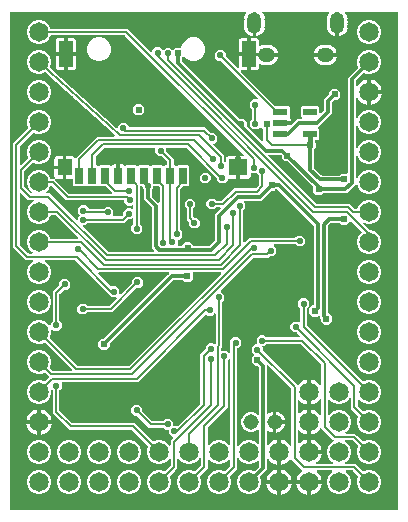
<source format=gbr>
G04 EAGLE Gerber RS-274X export*
G75*
%MOMM*%
%FSLAX34Y34*%
%LPD*%
%INBottom Copper*%
%IPPOS*%
%AMOC8*
5,1,8,0,0,1.08239X$1,22.5*%
G01*
%ADD10R,0.700000X1.400000*%
%ADD11R,1.200000X1.400000*%
%ADD12R,1.200000X2.200000*%
%ADD13R,1.600000X1.400000*%
%ADD14C,1.651000*%
%ADD15C,1.308000*%
%ADD16C,1.208000*%
%ADD17C,1.270000*%
%ADD18R,1.200000X0.600000*%
%ADD19C,0.558800*%
%ADD20C,0.203200*%
%ADD21C,0.609600*%
%ADD22C,0.304800*%
%ADD23C,0.457200*%

G36*
X441551Y67911D02*
X441551Y67911D01*
X441570Y67909D01*
X441672Y67931D01*
X441774Y67947D01*
X441791Y67957D01*
X441811Y67961D01*
X441900Y68014D01*
X441991Y68063D01*
X442005Y68077D01*
X442022Y68087D01*
X442089Y68166D01*
X442161Y68241D01*
X442169Y68259D01*
X442182Y68274D01*
X442221Y68370D01*
X442264Y68464D01*
X442266Y68484D01*
X442274Y68502D01*
X442292Y68669D01*
X442292Y488531D01*
X442289Y488551D01*
X442291Y488570D01*
X442269Y488672D01*
X442253Y488774D01*
X442243Y488791D01*
X442239Y488811D01*
X442186Y488900D01*
X442137Y488991D01*
X442123Y489005D01*
X442113Y489022D01*
X442034Y489089D01*
X441959Y489161D01*
X441941Y489169D01*
X441926Y489182D01*
X441830Y489221D01*
X441736Y489264D01*
X441716Y489266D01*
X441698Y489274D01*
X441531Y489292D01*
X398003Y489292D01*
X397932Y489281D01*
X397860Y489279D01*
X397811Y489261D01*
X397760Y489253D01*
X397697Y489219D01*
X397629Y489194D01*
X397589Y489162D01*
X397543Y489137D01*
X397493Y489086D01*
X397437Y489041D01*
X397409Y488997D01*
X397373Y488959D01*
X397343Y488894D01*
X397304Y488834D01*
X397292Y488783D01*
X397270Y488736D01*
X397262Y488665D01*
X397244Y488595D01*
X397248Y488543D01*
X397243Y488492D01*
X397258Y488421D01*
X397264Y488350D01*
X397284Y488302D01*
X397295Y488251D01*
X397332Y488190D01*
X397360Y488124D01*
X397405Y488068D01*
X397421Y488040D01*
X397439Y488025D01*
X397465Y487993D01*
X397482Y487975D01*
X398455Y486519D01*
X399125Y484901D01*
X399362Y483709D01*
X399301Y483676D01*
X399269Y483643D01*
X399231Y483617D01*
X399185Y483554D01*
X399131Y483498D01*
X399112Y483456D01*
X399084Y483420D01*
X399060Y483345D01*
X399028Y483275D01*
X399023Y483229D01*
X399008Y483186D01*
X399009Y483108D01*
X399001Y483030D01*
X399010Y482986D01*
X399011Y482940D01*
X399049Y482809D01*
X399053Y482790D01*
X399055Y482786D01*
X399057Y482779D01*
X399125Y482615D01*
X399367Y481398D01*
X399391Y481333D01*
X399406Y481266D01*
X399434Y481219D01*
X399435Y481217D01*
X399429Y481184D01*
X399434Y481117D01*
X399418Y481092D01*
X399395Y481019D01*
X399381Y480989D01*
X399378Y480968D01*
X399367Y480932D01*
X399165Y479917D01*
X399163Y479851D01*
X399151Y479787D01*
X399157Y479712D01*
X399156Y479705D01*
X399158Y479698D01*
X399157Y479671D01*
X399162Y479652D01*
X399165Y479619D01*
X399266Y479111D01*
X399290Y479047D01*
X399305Y478980D01*
X399333Y478933D01*
X399353Y478881D01*
X399396Y478828D01*
X399402Y478819D01*
X399393Y478774D01*
X399390Y478708D01*
X399378Y478644D01*
X399385Y478561D01*
X399384Y478528D01*
X399390Y478509D01*
X399393Y478476D01*
X399401Y478436D01*
X399383Y478418D01*
X399354Y478356D01*
X399317Y478298D01*
X399294Y478225D01*
X399280Y478195D01*
X399277Y478174D01*
X399266Y478138D01*
X399125Y477429D01*
X398847Y476757D01*
X398836Y476713D01*
X398817Y476671D01*
X398809Y476594D01*
X398791Y476518D01*
X398795Y476472D01*
X398790Y476427D01*
X398807Y476350D01*
X398814Y476273D01*
X398833Y476231D01*
X398842Y476186D01*
X398882Y476119D01*
X398914Y476048D01*
X398945Y476014D01*
X398969Y475975D01*
X399028Y475924D01*
X399080Y475867D01*
X399120Y475845D01*
X399155Y475815D01*
X399228Y475786D01*
X399296Y475749D01*
X399341Y475740D01*
X399345Y475739D01*
X399125Y474635D01*
X398455Y473017D01*
X397482Y471560D01*
X396244Y470322D01*
X394787Y469349D01*
X393169Y468679D01*
X392099Y468466D01*
X392099Y476466D01*
X392096Y476486D01*
X392098Y476505D01*
X392076Y476607D01*
X392059Y476709D01*
X392050Y476726D01*
X392046Y476746D01*
X391993Y476835D01*
X391944Y476926D01*
X391930Y476940D01*
X391920Y476957D01*
X391841Y477024D01*
X391766Y477095D01*
X391748Y477104D01*
X391733Y477117D01*
X391637Y477155D01*
X391543Y477199D01*
X391523Y477201D01*
X391505Y477209D01*
X391338Y477227D01*
X389814Y477227D01*
X389794Y477224D01*
X389775Y477226D01*
X389673Y477204D01*
X389571Y477187D01*
X389554Y477178D01*
X389534Y477174D01*
X389445Y477121D01*
X389354Y477072D01*
X389340Y477058D01*
X389323Y477048D01*
X389256Y476969D01*
X389185Y476894D01*
X389176Y476876D01*
X389163Y476861D01*
X389124Y476765D01*
X389081Y476671D01*
X389079Y476651D01*
X389071Y476633D01*
X389053Y476466D01*
X389053Y468466D01*
X387983Y468679D01*
X386365Y469349D01*
X384908Y470322D01*
X383670Y471560D01*
X382697Y473017D01*
X382027Y474635D01*
X381807Y475738D01*
X381844Y475745D01*
X381885Y475766D01*
X381929Y475779D01*
X381993Y475823D01*
X382062Y475860D01*
X382093Y475893D01*
X382131Y475919D01*
X382178Y475981D01*
X382231Y476038D01*
X382251Y476080D01*
X382278Y476116D01*
X382302Y476190D01*
X382335Y476261D01*
X382340Y476307D01*
X382354Y476350D01*
X382353Y476428D01*
X382362Y476505D01*
X382352Y476550D01*
X382352Y476596D01*
X382314Y476728D01*
X382310Y476746D01*
X382307Y476750D01*
X382305Y476757D01*
X382027Y477429D01*
X381886Y478138D01*
X381862Y478203D01*
X381847Y478270D01*
X381819Y478317D01*
X381799Y478369D01*
X381756Y478422D01*
X381750Y478431D01*
X381759Y478477D01*
X381762Y478542D01*
X381774Y478606D01*
X381767Y478689D01*
X381768Y478722D01*
X381762Y478741D01*
X381759Y478774D01*
X381751Y478814D01*
X381769Y478832D01*
X381798Y478894D01*
X381835Y478952D01*
X381858Y479025D01*
X381872Y479055D01*
X381875Y479076D01*
X381886Y479111D01*
X381987Y479619D01*
X381989Y479685D01*
X382001Y479749D01*
X381994Y479832D01*
X381995Y479865D01*
X381990Y479884D01*
X381987Y479917D01*
X381785Y480932D01*
X381761Y480997D01*
X381746Y481064D01*
X381718Y481111D01*
X381717Y481113D01*
X381723Y481146D01*
X381718Y481213D01*
X381734Y481238D01*
X381757Y481311D01*
X381771Y481341D01*
X381774Y481362D01*
X381785Y481398D01*
X382027Y482615D01*
X382095Y482779D01*
X382105Y482823D01*
X382124Y482865D01*
X382133Y482942D01*
X382151Y483018D01*
X382146Y483064D01*
X382151Y483109D01*
X382135Y483186D01*
X382128Y483263D01*
X382109Y483305D01*
X382099Y483350D01*
X382059Y483417D01*
X382028Y483488D01*
X381997Y483522D01*
X381973Y483561D01*
X381914Y483611D01*
X381861Y483669D01*
X381821Y483691D01*
X381791Y483716D01*
X382027Y484901D01*
X382697Y486519D01*
X383670Y487975D01*
X383687Y487993D01*
X383729Y488051D01*
X383779Y488103D01*
X383800Y488150D01*
X383831Y488192D01*
X383852Y488261D01*
X383882Y488326D01*
X383888Y488378D01*
X383903Y488427D01*
X383901Y488499D01*
X383909Y488570D01*
X383898Y488621D01*
X383897Y488673D01*
X383872Y488741D01*
X383857Y488811D01*
X383830Y488856D01*
X383812Y488904D01*
X383768Y488960D01*
X383731Y489022D01*
X383691Y489056D01*
X383659Y489096D01*
X383599Y489135D01*
X383544Y489182D01*
X383496Y489201D01*
X383452Y489229D01*
X383382Y489247D01*
X383316Y489274D01*
X383245Y489282D01*
X383213Y489290D01*
X383190Y489288D01*
X383149Y489292D01*
X327899Y489292D01*
X327828Y489281D01*
X327756Y489279D01*
X327707Y489261D01*
X327656Y489253D01*
X327593Y489219D01*
X327525Y489194D01*
X327485Y489162D01*
X327439Y489137D01*
X327389Y489086D01*
X327333Y489041D01*
X327305Y488997D01*
X327269Y488959D01*
X327239Y488894D01*
X327200Y488834D01*
X327188Y488783D01*
X327166Y488736D01*
X327158Y488665D01*
X327140Y488595D01*
X327144Y488543D01*
X327139Y488492D01*
X327154Y488421D01*
X327160Y488350D01*
X327180Y488302D01*
X327191Y488251D01*
X327228Y488190D01*
X327256Y488124D01*
X327301Y488068D01*
X327317Y488040D01*
X327335Y488025D01*
X327361Y487993D01*
X327378Y487975D01*
X328351Y486519D01*
X329021Y484901D01*
X329247Y483764D01*
X329224Y483757D01*
X329160Y483713D01*
X329091Y483676D01*
X329060Y483643D01*
X329022Y483617D01*
X328976Y483554D01*
X328922Y483498D01*
X328903Y483456D01*
X328875Y483420D01*
X328851Y483346D01*
X328818Y483275D01*
X328813Y483229D01*
X328799Y483186D01*
X328800Y483108D01*
X328791Y483030D01*
X328801Y482986D01*
X328801Y482940D01*
X328840Y482809D01*
X328844Y482790D01*
X328846Y482786D01*
X328848Y482779D01*
X329021Y482361D01*
X329213Y481398D01*
X329237Y481333D01*
X329251Y481266D01*
X329280Y481219D01*
X329299Y481167D01*
X329313Y481151D01*
X329312Y481121D01*
X329299Y481057D01*
X329307Y480974D01*
X329305Y480941D01*
X329311Y480922D01*
X329311Y480918D01*
X329301Y480896D01*
X329263Y480838D01*
X329240Y480765D01*
X329226Y480735D01*
X329224Y480716D01*
X329221Y480710D01*
X329221Y480703D01*
X329213Y480678D01*
X329061Y479916D01*
X329059Y479851D01*
X329047Y479787D01*
X329053Y479712D01*
X329052Y479705D01*
X329054Y479698D01*
X329053Y479671D01*
X329058Y479652D01*
X329061Y479619D01*
X329213Y478858D01*
X329237Y478793D01*
X329251Y478726D01*
X329280Y478679D01*
X329299Y478627D01*
X329313Y478611D01*
X329312Y478581D01*
X329299Y478517D01*
X329307Y478434D01*
X329305Y478401D01*
X329311Y478382D01*
X329311Y478378D01*
X329301Y478356D01*
X329263Y478298D01*
X329240Y478225D01*
X329226Y478195D01*
X329224Y478174D01*
X329213Y478138D01*
X329021Y477175D01*
X328848Y476757D01*
X328838Y476713D01*
X328818Y476671D01*
X328810Y476594D01*
X328792Y476518D01*
X328796Y476472D01*
X328791Y476427D01*
X328808Y476350D01*
X328815Y476273D01*
X328834Y476231D01*
X328844Y476186D01*
X328884Y476119D01*
X328915Y476048D01*
X328946Y476014D01*
X328970Y475975D01*
X329029Y475925D01*
X329082Y475867D01*
X329122Y475845D01*
X329157Y475815D01*
X329229Y475786D01*
X329248Y475776D01*
X329021Y474635D01*
X328351Y473017D01*
X327378Y471560D01*
X326140Y470322D01*
X324683Y469349D01*
X323065Y468679D01*
X322397Y468546D01*
X322329Y468521D01*
X322258Y468504D01*
X322215Y468478D01*
X322167Y468460D01*
X322111Y468414D01*
X322049Y468376D01*
X322016Y468337D01*
X321995Y468320D01*
X321995Y476466D01*
X321992Y476486D01*
X321994Y476505D01*
X321972Y476607D01*
X321955Y476709D01*
X321946Y476726D01*
X321942Y476746D01*
X321889Y476835D01*
X321840Y476926D01*
X321826Y476940D01*
X321816Y476957D01*
X321737Y477024D01*
X321662Y477095D01*
X321644Y477104D01*
X321629Y477117D01*
X321533Y477155D01*
X321439Y477199D01*
X321419Y477201D01*
X321401Y477209D01*
X321234Y477227D01*
X319710Y477227D01*
X319690Y477224D01*
X319671Y477226D01*
X319569Y477204D01*
X319467Y477187D01*
X319450Y477178D01*
X319430Y477174D01*
X319341Y477121D01*
X319250Y477072D01*
X319236Y477058D01*
X319219Y477048D01*
X319152Y476969D01*
X319081Y476894D01*
X319072Y476876D01*
X319059Y476861D01*
X319020Y476765D01*
X318977Y476671D01*
X318975Y476651D01*
X318967Y476633D01*
X318949Y476466D01*
X318949Y467908D01*
X318952Y467888D01*
X318950Y467869D01*
X318972Y467767D01*
X318989Y467665D01*
X318998Y467648D01*
X319002Y467628D01*
X319055Y467539D01*
X319104Y467448D01*
X319118Y467434D01*
X319128Y467417D01*
X319207Y467350D01*
X319282Y467278D01*
X319300Y467270D01*
X319315Y467257D01*
X319411Y467218D01*
X319505Y467175D01*
X319525Y467173D01*
X319543Y467165D01*
X319710Y467147D01*
X321234Y467147D01*
X321254Y467150D01*
X321273Y467148D01*
X321375Y467170D01*
X321477Y467186D01*
X321494Y467196D01*
X321514Y467200D01*
X321603Y467253D01*
X321694Y467302D01*
X321708Y467316D01*
X321725Y467326D01*
X321792Y467405D01*
X321858Y467474D01*
X321886Y467434D01*
X321906Y467387D01*
X321955Y467333D01*
X321996Y467273D01*
X322037Y467242D01*
X322071Y467204D01*
X322134Y467169D01*
X322193Y467125D01*
X322258Y467100D01*
X322285Y467084D01*
X322309Y467080D01*
X322349Y467064D01*
X322687Y466974D01*
X323266Y466639D01*
X323739Y466166D01*
X324074Y465587D01*
X324247Y464940D01*
X324247Y461152D01*
X324254Y461107D01*
X324252Y461061D01*
X324274Y460986D01*
X324286Y460909D01*
X324308Y460869D01*
X324321Y460825D01*
X324365Y460761D01*
X324402Y460692D01*
X324435Y460661D01*
X324461Y460623D01*
X324524Y460576D01*
X324580Y460523D01*
X324622Y460503D01*
X324658Y460476D01*
X324732Y460452D01*
X324803Y460419D01*
X324849Y460414D01*
X324892Y460400D01*
X324970Y460401D01*
X325047Y460392D01*
X325092Y460402D01*
X325138Y460402D01*
X325270Y460440D01*
X325288Y460444D01*
X325292Y460447D01*
X325299Y460449D01*
X326859Y461095D01*
X328104Y461343D01*
X328125Y461319D01*
X328151Y461305D01*
X328172Y461285D01*
X328257Y461245D01*
X328340Y461199D01*
X328369Y461193D01*
X328395Y461181D01*
X328489Y461171D01*
X328581Y461153D01*
X328618Y461156D01*
X328639Y461154D01*
X328671Y461161D01*
X328749Y461168D01*
X330041Y461425D01*
X330207Y461425D01*
X330484Y461370D01*
X330549Y461368D01*
X330613Y461355D01*
X330696Y461363D01*
X330729Y461361D01*
X330748Y461367D01*
X330752Y461367D01*
X330774Y461357D01*
X330832Y461319D01*
X330905Y461296D01*
X330935Y461282D01*
X330956Y461280D01*
X330992Y461269D01*
X331499Y461168D01*
X331594Y461164D01*
X331687Y461154D01*
X331716Y461160D01*
X331745Y461159D01*
X331836Y461186D01*
X331928Y461206D01*
X331953Y461221D01*
X331981Y461230D01*
X332058Y461284D01*
X332139Y461333D01*
X332147Y461342D01*
X332515Y461269D01*
X332610Y461265D01*
X332703Y461255D01*
X332732Y461261D01*
X332761Y461260D01*
X332851Y461287D01*
X332944Y461307D01*
X332969Y461322D01*
X332997Y461331D01*
X333046Y461365D01*
X334405Y461095D01*
X335967Y460448D01*
X337372Y459509D01*
X338567Y458314D01*
X339506Y456909D01*
X340153Y455347D01*
X340348Y454367D01*
X332664Y454367D01*
X332644Y454364D01*
X332625Y454366D01*
X332523Y454344D01*
X332421Y454327D01*
X332404Y454318D01*
X332384Y454314D01*
X332295Y454261D01*
X332204Y454212D01*
X332190Y454198D01*
X332173Y454188D01*
X332106Y454109D01*
X332035Y454034D01*
X332026Y454016D01*
X332013Y454001D01*
X331975Y453905D01*
X331931Y453811D01*
X331929Y453791D01*
X331921Y453773D01*
X331903Y453606D01*
X331903Y452082D01*
X331906Y452062D01*
X331904Y452043D01*
X331926Y451941D01*
X331943Y451839D01*
X331952Y451822D01*
X331956Y451802D01*
X332009Y451713D01*
X332058Y451622D01*
X332072Y451608D01*
X332082Y451591D01*
X332161Y451524D01*
X332236Y451453D01*
X332254Y451444D01*
X332269Y451431D01*
X332365Y451392D01*
X332459Y451349D01*
X332479Y451347D01*
X332497Y451339D01*
X332664Y451321D01*
X340348Y451321D01*
X340153Y450341D01*
X339506Y448779D01*
X338610Y447438D01*
X338567Y447374D01*
X337372Y446179D01*
X335967Y445240D01*
X334405Y444593D01*
X333047Y444323D01*
X333007Y444342D01*
X332924Y444388D01*
X332895Y444393D01*
X332869Y444406D01*
X332775Y444416D01*
X332683Y444434D01*
X332646Y444431D01*
X332624Y444433D01*
X332593Y444426D01*
X332515Y444419D01*
X332144Y444345D01*
X332123Y444369D01*
X332097Y444383D01*
X332076Y444403D01*
X331990Y444443D01*
X331908Y444489D01*
X331879Y444495D01*
X331853Y444507D01*
X331759Y444517D01*
X331667Y444535D01*
X331630Y444532D01*
X331608Y444534D01*
X331577Y444527D01*
X331499Y444520D01*
X330992Y444419D01*
X330927Y444395D01*
X330860Y444381D01*
X330813Y444352D01*
X330761Y444333D01*
X330745Y444319D01*
X330715Y444320D01*
X330651Y444333D01*
X330568Y444325D01*
X330535Y444327D01*
X330516Y444321D01*
X330484Y444318D01*
X330207Y444263D01*
X330124Y444263D01*
X330041Y444263D01*
X328749Y444520D01*
X328654Y444524D01*
X328561Y444534D01*
X328532Y444528D01*
X328503Y444529D01*
X328412Y444502D01*
X328320Y444482D01*
X328295Y444467D01*
X328267Y444458D01*
X328190Y444404D01*
X328109Y444355D01*
X328101Y444346D01*
X326859Y444593D01*
X325299Y445239D01*
X325255Y445250D01*
X325213Y445269D01*
X325136Y445277D01*
X325060Y445295D01*
X325014Y445291D01*
X324969Y445296D01*
X324892Y445279D01*
X324815Y445272D01*
X324773Y445254D01*
X324728Y445244D01*
X324661Y445204D01*
X324590Y445172D01*
X324556Y445141D01*
X324517Y445118D01*
X324466Y445058D01*
X324409Y445006D01*
X324387Y444966D01*
X324357Y444931D01*
X324328Y444858D01*
X324291Y444790D01*
X324282Y444745D01*
X324265Y444703D01*
X324250Y444567D01*
X324247Y444548D01*
X324248Y444543D01*
X324247Y444536D01*
X324247Y442272D01*
X324074Y441625D01*
X323739Y441046D01*
X323266Y440573D01*
X322687Y440238D01*
X322040Y440065D01*
X317229Y440065D01*
X317229Y452083D01*
X324247Y452083D01*
X324247Y452082D01*
X324250Y452062D01*
X324248Y452043D01*
X324270Y451941D01*
X324286Y451839D01*
X324296Y451822D01*
X324300Y451802D01*
X324353Y451713D01*
X324402Y451622D01*
X324416Y451608D01*
X324426Y451591D01*
X324505Y451524D01*
X324580Y451453D01*
X324598Y451444D01*
X324613Y451431D01*
X324709Y451392D01*
X324803Y451349D01*
X324823Y451347D01*
X324841Y451339D01*
X325008Y451321D01*
X328600Y451321D01*
X328620Y451324D01*
X328639Y451322D01*
X328741Y451344D01*
X328843Y451361D01*
X328860Y451370D01*
X328880Y451374D01*
X328969Y451427D01*
X329060Y451476D01*
X329074Y451490D01*
X329091Y451500D01*
X329158Y451579D01*
X329229Y451654D01*
X329238Y451672D01*
X329251Y451687D01*
X329289Y451783D01*
X329333Y451877D01*
X329335Y451897D01*
X329343Y451915D01*
X329361Y452082D01*
X329361Y453606D01*
X329358Y453626D01*
X329360Y453645D01*
X329338Y453747D01*
X329321Y453849D01*
X329312Y453866D01*
X329308Y453886D01*
X329255Y453975D01*
X329206Y454066D01*
X329192Y454080D01*
X329182Y454097D01*
X329103Y454164D01*
X329028Y454235D01*
X329010Y454244D01*
X328995Y454257D01*
X328899Y454296D01*
X328805Y454339D01*
X328785Y454341D01*
X328767Y454349D01*
X328600Y454367D01*
X320896Y454367D01*
X320900Y454407D01*
X320894Y454436D01*
X320895Y454465D01*
X320868Y454555D01*
X320848Y454648D01*
X320833Y454673D01*
X320825Y454701D01*
X320770Y454778D01*
X320722Y454859D01*
X320700Y454878D01*
X320683Y454902D01*
X320607Y454957D01*
X320535Y455019D01*
X320508Y455030D01*
X320484Y455047D01*
X320394Y455075D01*
X320307Y455111D01*
X320270Y455115D01*
X320250Y455121D01*
X320217Y455121D01*
X320140Y455129D01*
X317229Y455129D01*
X317229Y467147D01*
X317852Y467147D01*
X317901Y467155D01*
X317950Y467153D01*
X318022Y467174D01*
X318095Y467186D01*
X318138Y467209D01*
X318186Y467223D01*
X318247Y467267D01*
X318313Y467302D01*
X318346Y467337D01*
X318386Y467365D01*
X318431Y467426D01*
X318482Y467480D01*
X318503Y467524D01*
X318532Y467564D01*
X318554Y467635D01*
X318586Y467703D01*
X318591Y467752D01*
X318606Y467798D01*
X318604Y467873D01*
X318613Y467947D01*
X318602Y467995D01*
X318601Y468044D01*
X318576Y468115D01*
X318560Y468188D01*
X318535Y468230D01*
X318519Y468276D01*
X318473Y468335D01*
X318434Y468399D01*
X318397Y468431D01*
X318367Y468469D01*
X318304Y468510D01*
X318247Y468559D01*
X318202Y468577D01*
X318161Y468604D01*
X318041Y468642D01*
X318019Y468651D01*
X318010Y468652D01*
X318001Y468655D01*
X317879Y468679D01*
X316261Y469349D01*
X314804Y470322D01*
X313566Y471560D01*
X312593Y473017D01*
X311923Y474635D01*
X311697Y475772D01*
X311720Y475779D01*
X311784Y475823D01*
X311853Y475860D01*
X311884Y475893D01*
X311922Y475919D01*
X311968Y475981D01*
X312022Y476038D01*
X312041Y476080D01*
X312069Y476116D01*
X312093Y476190D01*
X312126Y476261D01*
X312131Y476307D01*
X312145Y476350D01*
X312144Y476428D01*
X312153Y476505D01*
X312143Y476550D01*
X312143Y476596D01*
X312104Y476728D01*
X312100Y476746D01*
X312098Y476750D01*
X312096Y476757D01*
X311923Y477175D01*
X311731Y478138D01*
X311707Y478203D01*
X311693Y478270D01*
X311664Y478317D01*
X311645Y478369D01*
X311631Y478385D01*
X311632Y478415D01*
X311645Y478479D01*
X311637Y478562D01*
X311639Y478595D01*
X311633Y478614D01*
X311633Y478618D01*
X311643Y478640D01*
X311681Y478698D01*
X311704Y478771D01*
X311718Y478801D01*
X311720Y478822D01*
X311731Y478858D01*
X311883Y479619D01*
X311885Y479685D01*
X311897Y479749D01*
X311890Y479832D01*
X311891Y479865D01*
X311886Y479884D01*
X311883Y479916D01*
X311731Y480678D01*
X311707Y480743D01*
X311693Y480810D01*
X311664Y480857D01*
X311645Y480909D01*
X311631Y480925D01*
X311632Y480955D01*
X311645Y481019D01*
X311637Y481102D01*
X311639Y481135D01*
X311633Y481154D01*
X311633Y481158D01*
X311643Y481180D01*
X311681Y481238D01*
X311704Y481311D01*
X311718Y481341D01*
X311720Y481362D01*
X311731Y481398D01*
X311923Y482361D01*
X312096Y482779D01*
X312106Y482823D01*
X312126Y482865D01*
X312134Y482942D01*
X312152Y483018D01*
X312148Y483064D01*
X312153Y483109D01*
X312136Y483186D01*
X312129Y483263D01*
X312110Y483305D01*
X312100Y483350D01*
X312061Y483417D01*
X312029Y483488D01*
X311998Y483521D01*
X311974Y483561D01*
X311915Y483612D01*
X311862Y483669D01*
X311822Y483691D01*
X311787Y483721D01*
X311715Y483750D01*
X311696Y483760D01*
X311923Y484901D01*
X312593Y486519D01*
X313566Y487975D01*
X313583Y487993D01*
X313625Y488051D01*
X313675Y488103D01*
X313696Y488150D01*
X313727Y488192D01*
X313748Y488261D01*
X313778Y488326D01*
X313784Y488378D01*
X313799Y488427D01*
X313797Y488499D01*
X313805Y488570D01*
X313794Y488621D01*
X313793Y488673D01*
X313768Y488741D01*
X313753Y488811D01*
X313726Y488856D01*
X313708Y488904D01*
X313664Y488960D01*
X313627Y489022D01*
X313587Y489056D01*
X313555Y489096D01*
X313495Y489135D01*
X313440Y489182D01*
X313392Y489201D01*
X313348Y489229D01*
X313278Y489247D01*
X313212Y489274D01*
X313141Y489282D01*
X313109Y489290D01*
X313086Y489288D01*
X313045Y489292D01*
X114069Y489292D01*
X114049Y489289D01*
X114030Y489291D01*
X113928Y489269D01*
X113826Y489253D01*
X113809Y489243D01*
X113789Y489239D01*
X113700Y489186D01*
X113609Y489137D01*
X113595Y489123D01*
X113578Y489113D01*
X113511Y489034D01*
X113439Y488959D01*
X113431Y488941D01*
X113418Y488926D01*
X113379Y488830D01*
X113336Y488736D01*
X113334Y488716D01*
X113326Y488698D01*
X113308Y488531D01*
X113308Y68669D01*
X113311Y68649D01*
X113309Y68630D01*
X113331Y68528D01*
X113347Y68426D01*
X113357Y68409D01*
X113361Y68389D01*
X113414Y68300D01*
X113463Y68209D01*
X113477Y68195D01*
X113487Y68178D01*
X113566Y68111D01*
X113641Y68039D01*
X113659Y68031D01*
X113674Y68018D01*
X113770Y67979D01*
X113864Y67936D01*
X113884Y67934D01*
X113902Y67926D01*
X114069Y67908D01*
X441531Y67908D01*
X441551Y67911D01*
G37*
%LPC*%
G36*
X237704Y81241D02*
X237704Y81241D01*
X234016Y82769D01*
X231194Y85591D01*
X229666Y89279D01*
X229666Y93271D01*
X231194Y96959D01*
X234016Y99781D01*
X237704Y101309D01*
X241696Y101309D01*
X244115Y100307D01*
X244228Y100280D01*
X244342Y100252D01*
X244348Y100252D01*
X244354Y100251D01*
X244471Y100262D01*
X244587Y100271D01*
X244593Y100273D01*
X244599Y100274D01*
X244707Y100322D01*
X244813Y100367D01*
X244819Y100372D01*
X244824Y100374D01*
X244838Y100386D01*
X244944Y100472D01*
X249382Y104910D01*
X249435Y104984D01*
X249495Y105053D01*
X249507Y105083D01*
X249526Y105109D01*
X249553Y105197D01*
X249587Y105281D01*
X249591Y105322D01*
X249598Y105344D01*
X249597Y105377D01*
X249605Y105448D01*
X249605Y110553D01*
X249603Y110566D01*
X249604Y110577D01*
X249594Y110626D01*
X249592Y110695D01*
X249574Y110744D01*
X249566Y110795D01*
X249532Y110859D01*
X249507Y110926D01*
X249475Y110967D01*
X249450Y111013D01*
X249398Y111062D01*
X249354Y111118D01*
X249310Y111146D01*
X249272Y111182D01*
X249207Y111212D01*
X249147Y111251D01*
X249096Y111264D01*
X249049Y111286D01*
X248978Y111294D01*
X248908Y111311D01*
X248856Y111307D01*
X248805Y111313D01*
X248734Y111298D01*
X248663Y111292D01*
X248615Y111272D01*
X248564Y111261D01*
X248503Y111224D01*
X248437Y111196D01*
X248381Y111151D01*
X248373Y111146D01*
X248369Y111144D01*
X248368Y111144D01*
X248353Y111134D01*
X248338Y111117D01*
X248306Y111091D01*
X245384Y108169D01*
X241696Y106641D01*
X237704Y106641D01*
X234016Y108169D01*
X231194Y110991D01*
X229666Y114679D01*
X229666Y118671D01*
X230668Y121090D01*
X230695Y121203D01*
X230723Y121317D01*
X230723Y121323D01*
X230724Y121329D01*
X230713Y121446D01*
X230704Y121562D01*
X230702Y121568D01*
X230701Y121574D01*
X230653Y121682D01*
X230608Y121788D01*
X230603Y121794D01*
X230601Y121799D01*
X230589Y121813D01*
X230503Y121919D01*
X217048Y135374D01*
X216974Y135427D01*
X216905Y135487D01*
X216875Y135499D01*
X216849Y135518D01*
X216762Y135545D01*
X216677Y135579D01*
X216636Y135583D01*
X216614Y135590D01*
X216581Y135589D01*
X216510Y135597D01*
X163612Y135597D01*
X151643Y147566D01*
X149783Y149426D01*
X149783Y168949D01*
X149769Y169039D01*
X149761Y169129D01*
X149749Y169159D01*
X149744Y169191D01*
X149701Y169272D01*
X149665Y169356D01*
X149639Y169388D01*
X149628Y169409D01*
X149605Y169431D01*
X149560Y169487D01*
X149433Y169614D01*
X149375Y169656D01*
X149323Y169705D01*
X149276Y169727D01*
X149234Y169757D01*
X149165Y169779D01*
X149100Y169809D01*
X149048Y169814D01*
X148999Y169830D01*
X148927Y169828D01*
X148856Y169836D01*
X148805Y169825D01*
X148753Y169823D01*
X148685Y169799D01*
X148615Y169784D01*
X148570Y169757D01*
X148522Y169739D01*
X148466Y169694D01*
X148404Y169657D01*
X148370Y169618D01*
X148330Y169585D01*
X148291Y169525D01*
X148244Y169471D01*
X148225Y169422D01*
X148197Y169378D01*
X148179Y169309D01*
X148152Y169242D01*
X148144Y169171D01*
X148136Y169140D01*
X148138Y169117D01*
X148134Y169076D01*
X148134Y165479D01*
X146606Y161791D01*
X143784Y158969D01*
X140096Y157441D01*
X136104Y157441D01*
X132416Y158969D01*
X129594Y161791D01*
X128066Y165479D01*
X128066Y169471D01*
X129594Y173159D01*
X132416Y175981D01*
X136104Y177509D01*
X140096Y177509D01*
X142515Y176507D01*
X142628Y176480D01*
X142742Y176452D01*
X142748Y176452D01*
X142754Y176451D01*
X142871Y176462D01*
X142987Y176471D01*
X142993Y176473D01*
X142999Y176474D01*
X143106Y176521D01*
X143213Y176567D01*
X143219Y176572D01*
X143224Y176574D01*
X143238Y176586D01*
X143344Y176672D01*
X146309Y179637D01*
X146321Y179653D01*
X146337Y179665D01*
X146393Y179752D01*
X146453Y179836D01*
X146459Y179856D01*
X146470Y179872D01*
X146495Y179973D01*
X146525Y180072D01*
X146525Y180091D01*
X146530Y180111D01*
X146522Y180214D01*
X146519Y180317D01*
X146512Y180336D01*
X146510Y180356D01*
X146470Y180451D01*
X146434Y180548D01*
X146422Y180564D01*
X146414Y180582D01*
X146309Y180713D01*
X143344Y183678D01*
X143250Y183746D01*
X143156Y183816D01*
X143150Y183818D01*
X143145Y183822D01*
X143034Y183856D01*
X142922Y183892D01*
X142916Y183892D01*
X142910Y183894D01*
X142793Y183891D01*
X142676Y183890D01*
X142669Y183888D01*
X142664Y183888D01*
X142646Y183881D01*
X142515Y183843D01*
X140096Y182841D01*
X136104Y182841D01*
X132416Y184369D01*
X129594Y187191D01*
X128066Y190879D01*
X128066Y194871D01*
X129594Y198559D01*
X132416Y201381D01*
X136104Y202909D01*
X140096Y202909D01*
X143784Y201381D01*
X146606Y198559D01*
X148134Y194871D01*
X148134Y190879D01*
X147132Y188460D01*
X147122Y188419D01*
X147109Y188390D01*
X147103Y188338D01*
X147077Y188233D01*
X147077Y188227D01*
X147076Y188221D01*
X147082Y188151D01*
X147082Y188146D01*
X147083Y188137D01*
X147087Y188104D01*
X147096Y187988D01*
X147098Y187982D01*
X147099Y187976D01*
X147146Y187869D01*
X147192Y187762D01*
X147197Y187756D01*
X147199Y187751D01*
X147211Y187737D01*
X147297Y187631D01*
X149449Y185479D01*
X149523Y185426D01*
X149592Y185366D01*
X149622Y185354D01*
X149648Y185335D01*
X149736Y185308D01*
X149820Y185274D01*
X149861Y185270D01*
X149883Y185263D01*
X149916Y185264D01*
X149987Y185256D01*
X165329Y185256D01*
X165400Y185267D01*
X165472Y185269D01*
X165521Y185287D01*
X165572Y185295D01*
X165635Y185329D01*
X165703Y185354D01*
X165743Y185386D01*
X165789Y185411D01*
X165839Y185462D01*
X165895Y185507D01*
X165923Y185551D01*
X165959Y185589D01*
X165989Y185654D01*
X166028Y185714D01*
X166040Y185765D01*
X166062Y185812D01*
X166070Y185883D01*
X166088Y185953D01*
X166084Y186005D01*
X166089Y186056D01*
X166074Y186127D01*
X166069Y186198D01*
X166048Y186246D01*
X166037Y186297D01*
X166000Y186358D01*
X165972Y186424D01*
X165927Y186480D01*
X165911Y186508D01*
X165893Y186523D01*
X165867Y186555D01*
X143344Y209078D01*
X143250Y209146D01*
X143156Y209216D01*
X143150Y209218D01*
X143145Y209222D01*
X143034Y209256D01*
X142922Y209292D01*
X142916Y209292D01*
X142910Y209294D01*
X142793Y209291D01*
X142676Y209290D01*
X142669Y209288D01*
X142664Y209288D01*
X142646Y209281D01*
X142515Y209243D01*
X140096Y208241D01*
X136104Y208241D01*
X132416Y209769D01*
X129594Y212591D01*
X128066Y216279D01*
X128066Y220271D01*
X129594Y223959D01*
X132416Y226781D01*
X136104Y228309D01*
X140096Y228309D01*
X143784Y226781D01*
X146706Y223859D01*
X146764Y223817D01*
X146816Y223768D01*
X146863Y223746D01*
X146905Y223716D01*
X146974Y223694D01*
X147039Y223664D01*
X147091Y223659D01*
X147141Y223643D01*
X147212Y223645D01*
X147283Y223637D01*
X147334Y223648D01*
X147386Y223650D01*
X147454Y223674D01*
X147524Y223689D01*
X147569Y223716D01*
X147617Y223734D01*
X147673Y223779D01*
X147735Y223816D01*
X147769Y223855D01*
X147809Y223888D01*
X147848Y223948D01*
X147895Y224002D01*
X147914Y224051D01*
X147942Y224095D01*
X147960Y224164D01*
X147987Y224231D01*
X147995Y224302D01*
X148003Y224333D01*
X148001Y224356D01*
X148005Y224397D01*
X148005Y225884D01*
X149560Y227439D01*
X149613Y227513D01*
X149673Y227583D01*
X149685Y227613D01*
X149704Y227639D01*
X149731Y227726D01*
X149765Y227811D01*
X149769Y227852D01*
X149776Y227874D01*
X149775Y227906D01*
X149783Y227977D01*
X149783Y252326D01*
X155148Y257691D01*
X155191Y257751D01*
X155231Y257792D01*
X155238Y257807D01*
X155261Y257834D01*
X155273Y257864D01*
X155292Y257890D01*
X155319Y257977D01*
X155330Y258006D01*
X155334Y258015D01*
X155335Y258017D01*
X155353Y258062D01*
X155357Y258103D01*
X155364Y258125D01*
X155363Y258158D01*
X155371Y258229D01*
X155371Y260428D01*
X158050Y263107D01*
X161838Y263107D01*
X164517Y260428D01*
X164517Y256640D01*
X161838Y253961D01*
X159639Y253961D01*
X159549Y253947D01*
X159458Y253939D01*
X159428Y253927D01*
X159396Y253922D01*
X159316Y253879D01*
X159232Y253843D01*
X159199Y253817D01*
X159179Y253806D01*
X159157Y253783D01*
X159101Y253738D01*
X155596Y250233D01*
X155543Y250159D01*
X155483Y250090D01*
X155471Y250060D01*
X155452Y250034D01*
X155425Y249946D01*
X155391Y249862D01*
X155387Y249821D01*
X155380Y249799D01*
X155381Y249766D01*
X155373Y249695D01*
X155373Y227977D01*
X155387Y227887D01*
X155395Y227796D01*
X155407Y227767D01*
X155412Y227735D01*
X155455Y227654D01*
X155491Y227570D01*
X155517Y227538D01*
X155528Y227517D01*
X155551Y227495D01*
X155596Y227439D01*
X157151Y225884D01*
X157151Y222096D01*
X154472Y219417D01*
X150684Y219417D01*
X149433Y220668D01*
X149375Y220710D01*
X149323Y220759D01*
X149276Y220781D01*
X149234Y220811D01*
X149165Y220833D01*
X149100Y220863D01*
X149048Y220868D01*
X148998Y220884D01*
X148927Y220882D01*
X148856Y220890D01*
X148805Y220879D01*
X148753Y220877D01*
X148685Y220853D01*
X148615Y220838D01*
X148570Y220811D01*
X148522Y220793D01*
X148466Y220748D01*
X148404Y220711D01*
X148370Y220672D01*
X148330Y220639D01*
X148291Y220579D01*
X148244Y220525D01*
X148225Y220476D01*
X148197Y220432D01*
X148179Y220363D01*
X148152Y220296D01*
X148144Y220225D01*
X148136Y220194D01*
X148138Y220171D01*
X148134Y220130D01*
X148134Y216279D01*
X147132Y213860D01*
X147105Y213747D01*
X147077Y213633D01*
X147077Y213627D01*
X147076Y213621D01*
X147087Y213504D01*
X147096Y213388D01*
X147098Y213382D01*
X147099Y213376D01*
X147147Y213267D01*
X147192Y213162D01*
X147197Y213156D01*
X147199Y213151D01*
X147211Y213137D01*
X147297Y213031D01*
X170531Y189797D01*
X170605Y189744D01*
X170674Y189684D01*
X170704Y189672D01*
X170730Y189653D01*
X170817Y189626D01*
X170902Y189592D01*
X170943Y189588D01*
X170965Y189581D01*
X170998Y189582D01*
X171069Y189574D01*
X213941Y189574D01*
X214031Y189588D01*
X214122Y189596D01*
X214152Y189608D01*
X214184Y189613D01*
X214265Y189656D01*
X214349Y189692D01*
X214381Y189718D01*
X214401Y189729D01*
X214424Y189752D01*
X214480Y189797D01*
X292077Y267394D01*
X292119Y267452D01*
X292168Y267504D01*
X292190Y267551D01*
X292220Y267593D01*
X292241Y267662D01*
X292272Y267727D01*
X292277Y267779D01*
X292293Y267829D01*
X292291Y267900D01*
X292299Y267971D01*
X292288Y268022D01*
X292286Y268074D01*
X292262Y268142D01*
X292246Y268212D01*
X292220Y268256D01*
X292202Y268305D01*
X292157Y268361D01*
X292120Y268423D01*
X292081Y268457D01*
X292048Y268497D01*
X291988Y268536D01*
X291933Y268583D01*
X291885Y268602D01*
X291841Y268630D01*
X291772Y268648D01*
X291705Y268675D01*
X291634Y268683D01*
X291603Y268691D01*
X291579Y268689D01*
X291538Y268693D01*
X268939Y268693D01*
X268868Y268682D01*
X268796Y268680D01*
X268747Y268662D01*
X268696Y268654D01*
X268633Y268620D01*
X268565Y268595D01*
X268524Y268563D01*
X268478Y268538D01*
X268429Y268487D01*
X268373Y268442D01*
X268345Y268398D01*
X268309Y268360D01*
X268279Y268295D01*
X268240Y268235D01*
X268227Y268184D01*
X268205Y268137D01*
X268198Y268066D01*
X268180Y267996D01*
X268184Y267944D01*
X268178Y267893D01*
X268194Y267822D01*
X268199Y267751D01*
X268220Y267703D01*
X268231Y267652D01*
X268267Y267591D01*
X268295Y267525D01*
X268340Y267469D01*
X268357Y267441D01*
X268375Y267426D01*
X268400Y267394D01*
X268403Y267391D01*
X268403Y263393D01*
X265575Y260565D01*
X261577Y260565D01*
X260276Y261866D01*
X260202Y261919D01*
X260132Y261979D01*
X260102Y261991D01*
X260076Y262010D01*
X259989Y262037D01*
X259904Y262071D01*
X259863Y262075D01*
X259841Y262082D01*
X259809Y262081D01*
X259737Y262089D01*
X252432Y262089D01*
X252342Y262075D01*
X252251Y262067D01*
X252222Y262055D01*
X252190Y262050D01*
X252109Y262007D01*
X252025Y261971D01*
X251993Y261945D01*
X251972Y261934D01*
X251950Y261911D01*
X251894Y261866D01*
X198141Y208113D01*
X198088Y208039D01*
X198028Y207970D01*
X198016Y207939D01*
X197997Y207913D01*
X197970Y207826D01*
X197936Y207741D01*
X197932Y207700D01*
X197925Y207678D01*
X197926Y207646D01*
X197918Y207575D01*
X197918Y205735D01*
X195090Y202907D01*
X191092Y202907D01*
X188264Y205735D01*
X188264Y209733D01*
X191092Y212561D01*
X192932Y212561D01*
X193022Y212575D01*
X193113Y212583D01*
X193142Y212595D01*
X193174Y212600D01*
X193255Y212643D01*
X193339Y212679D01*
X193371Y212705D01*
X193392Y212716D01*
X193414Y212739D01*
X193470Y212784D01*
X247223Y266537D01*
X248080Y267394D01*
X248122Y267452D01*
X248171Y267504D01*
X248193Y267551D01*
X248224Y267593D01*
X248245Y267662D01*
X248275Y267727D01*
X248281Y267779D01*
X248296Y267829D01*
X248294Y267900D01*
X248302Y267971D01*
X248291Y268022D01*
X248290Y268074D01*
X248265Y268142D01*
X248250Y268212D01*
X248223Y268257D01*
X248205Y268305D01*
X248160Y268361D01*
X248123Y268423D01*
X248084Y268457D01*
X248051Y268497D01*
X247991Y268536D01*
X247937Y268583D01*
X247888Y268602D01*
X247844Y268630D01*
X247775Y268648D01*
X247708Y268675D01*
X247637Y268683D01*
X247606Y268691D01*
X247583Y268689D01*
X247542Y268693D01*
X188849Y268693D01*
X188778Y268682D01*
X188706Y268680D01*
X188657Y268662D01*
X188606Y268654D01*
X188543Y268620D01*
X188475Y268595D01*
X188435Y268563D01*
X188389Y268538D01*
X188339Y268487D01*
X188283Y268442D01*
X188255Y268398D01*
X188219Y268360D01*
X188189Y268295D01*
X188150Y268235D01*
X188138Y268184D01*
X188116Y268137D01*
X188108Y268066D01*
X188090Y267996D01*
X188094Y267944D01*
X188089Y267893D01*
X188104Y267822D01*
X188109Y267751D01*
X188130Y267703D01*
X188141Y267652D01*
X188178Y267591D01*
X188206Y267525D01*
X188251Y267469D01*
X188267Y267441D01*
X188285Y267426D01*
X188311Y267394D01*
X198676Y257029D01*
X198692Y257017D01*
X198705Y257001D01*
X198792Y256945D01*
X198876Y256885D01*
X198895Y256879D01*
X198912Y256868D01*
X199012Y256843D01*
X199111Y256813D01*
X199131Y256813D01*
X199150Y256808D01*
X199253Y256816D01*
X199357Y256819D01*
X199375Y256826D01*
X199395Y256827D01*
X199490Y256868D01*
X199494Y256869D01*
X203381Y256869D01*
X206060Y254191D01*
X206060Y250750D01*
X206072Y250680D01*
X206074Y250608D01*
X206091Y250559D01*
X206100Y250507D01*
X206133Y250444D01*
X206158Y250377D01*
X206191Y250336D01*
X206215Y250290D01*
X206267Y250241D01*
X206312Y250185D01*
X206356Y250157D01*
X206393Y250121D01*
X206458Y250091D01*
X206519Y250052D01*
X206569Y250039D01*
X206616Y250017D01*
X206688Y250009D01*
X206757Y249992D01*
X206809Y249996D01*
X206861Y249990D01*
X206931Y250005D01*
X207002Y250011D01*
X207050Y250031D01*
X207101Y250042D01*
X207163Y250079D01*
X207229Y250107D01*
X207285Y250152D01*
X207312Y250168D01*
X207327Y250186D01*
X207360Y250212D01*
X216616Y259469D01*
X216669Y259543D01*
X216729Y259612D01*
X216741Y259642D01*
X216760Y259668D01*
X216787Y259755D01*
X216821Y259840D01*
X216825Y259881D01*
X216832Y259903D01*
X216831Y259936D01*
X216839Y260007D01*
X216839Y262206D01*
X219518Y264885D01*
X223306Y264885D01*
X225985Y262206D01*
X225985Y258418D01*
X223306Y255739D01*
X221107Y255739D01*
X221017Y255725D01*
X220926Y255717D01*
X220896Y255705D01*
X220864Y255700D01*
X220784Y255657D01*
X220700Y255621D01*
X220668Y255595D01*
X220647Y255584D01*
X220625Y255561D01*
X220569Y255516D01*
X199964Y234911D01*
X178917Y234911D01*
X178827Y234897D01*
X178736Y234889D01*
X178707Y234877D01*
X178675Y234872D01*
X178594Y234829D01*
X178510Y234793D01*
X178478Y234767D01*
X178457Y234756D01*
X178435Y234733D01*
X178379Y234688D01*
X176824Y233133D01*
X173036Y233133D01*
X170357Y235812D01*
X170357Y239600D01*
X173036Y242279D01*
X176824Y242279D01*
X178379Y240724D01*
X178453Y240671D01*
X178523Y240611D01*
X178553Y240599D01*
X178579Y240580D01*
X178666Y240553D01*
X178751Y240519D01*
X178792Y240515D01*
X178814Y240508D01*
X178846Y240509D01*
X178917Y240501D01*
X197333Y240501D01*
X197423Y240515D01*
X197514Y240523D01*
X197544Y240535D01*
X197576Y240540D01*
X197656Y240583D01*
X197740Y240619D01*
X197772Y240645D01*
X197793Y240656D01*
X197815Y240679D01*
X197871Y240724D01*
X203572Y246424D01*
X203614Y246483D01*
X203663Y246535D01*
X203685Y246582D01*
X203716Y246624D01*
X203737Y246693D01*
X203767Y246758D01*
X203773Y246809D01*
X203788Y246859D01*
X203786Y246931D01*
X203794Y247002D01*
X203783Y247053D01*
X203782Y247105D01*
X203757Y247172D01*
X203742Y247242D01*
X203715Y247287D01*
X203697Y247336D01*
X203652Y247392D01*
X203616Y247454D01*
X203576Y247487D01*
X203543Y247528D01*
X203483Y247567D01*
X203429Y247614D01*
X203380Y247633D01*
X203337Y247661D01*
X203267Y247679D01*
X203200Y247705D01*
X203129Y247713D01*
X203098Y247721D01*
X203075Y247719D01*
X203034Y247724D01*
X199593Y247724D01*
X196915Y250403D01*
X196915Y250570D01*
X196900Y250660D01*
X196893Y250751D01*
X196880Y250780D01*
X196875Y250812D01*
X196832Y250893D01*
X196796Y250977D01*
X196771Y251009D01*
X196760Y251030D01*
X196736Y251052D01*
X196692Y251108D01*
X168915Y278884D01*
X168841Y278937D01*
X168772Y278997D01*
X168742Y279009D01*
X168716Y279028D01*
X168629Y279055D01*
X168544Y279089D01*
X168503Y279093D01*
X168481Y279100D01*
X168448Y279099D01*
X168377Y279107D01*
X143926Y279107D01*
X143830Y279092D01*
X143733Y279082D01*
X143709Y279072D01*
X143684Y279068D01*
X143598Y279022D01*
X143509Y278982D01*
X143489Y278965D01*
X143466Y278952D01*
X143399Y278882D01*
X143327Y278816D01*
X143315Y278793D01*
X143297Y278774D01*
X143256Y278686D01*
X143209Y278600D01*
X143204Y278575D01*
X143193Y278551D01*
X143183Y278454D01*
X143165Y278358D01*
X143169Y278332D01*
X143166Y278307D01*
X143187Y278211D01*
X143201Y278115D01*
X143213Y278092D01*
X143218Y278066D01*
X143268Y277982D01*
X143313Y277896D01*
X143331Y277877D01*
X143345Y277855D01*
X143419Y277792D01*
X143488Y277724D01*
X143517Y277708D01*
X143531Y277695D01*
X143562Y277683D01*
X143635Y277643D01*
X143784Y277581D01*
X146606Y274759D01*
X148134Y271071D01*
X148134Y267079D01*
X146606Y263391D01*
X143784Y260569D01*
X140096Y259041D01*
X136104Y259041D01*
X132416Y260569D01*
X129594Y263391D01*
X128066Y267079D01*
X128066Y271071D01*
X129594Y274759D01*
X132416Y277581D01*
X132565Y277643D01*
X132648Y277694D01*
X132734Y277740D01*
X132752Y277758D01*
X132774Y277772D01*
X132836Y277847D01*
X132903Y277918D01*
X132914Y277942D01*
X132931Y277962D01*
X132966Y278052D01*
X133007Y278141D01*
X133010Y278167D01*
X133019Y278191D01*
X133023Y278289D01*
X133034Y278385D01*
X133028Y278411D01*
X133029Y278437D01*
X133002Y278531D01*
X132982Y278626D01*
X132968Y278648D01*
X132961Y278673D01*
X132905Y278753D01*
X132855Y278837D01*
X132836Y278854D01*
X132821Y278875D01*
X132743Y278933D01*
X132669Y278997D01*
X132644Y279007D01*
X132623Y279022D01*
X132531Y279052D01*
X132440Y279089D01*
X132408Y279092D01*
X132389Y279098D01*
X132357Y279098D01*
X132274Y279107D01*
X126909Y279107D01*
X116128Y289888D01*
X116128Y378056D01*
X128903Y390831D01*
X128971Y390925D01*
X129041Y391019D01*
X129043Y391025D01*
X129047Y391030D01*
X129081Y391141D01*
X129117Y391253D01*
X129117Y391259D01*
X129119Y391265D01*
X129116Y391382D01*
X129115Y391499D01*
X129113Y391506D01*
X129113Y391511D01*
X129106Y391529D01*
X129068Y391660D01*
X128066Y394079D01*
X128066Y398071D01*
X129594Y401759D01*
X132416Y404581D01*
X136104Y406109D01*
X140096Y406109D01*
X143784Y404581D01*
X146606Y401759D01*
X148134Y398071D01*
X148134Y394079D01*
X146606Y390391D01*
X143784Y387569D01*
X140096Y386041D01*
X136104Y386041D01*
X133685Y387043D01*
X133572Y387070D01*
X133458Y387098D01*
X133452Y387098D01*
X133446Y387099D01*
X133329Y387088D01*
X133213Y387079D01*
X133207Y387077D01*
X133201Y387076D01*
X133093Y387028D01*
X132987Y386983D01*
X132981Y386978D01*
X132976Y386976D01*
X132962Y386964D01*
X132856Y386878D01*
X121941Y375963D01*
X121895Y375899D01*
X121877Y375881D01*
X121873Y375873D01*
X121828Y375820D01*
X121816Y375790D01*
X121797Y375764D01*
X121770Y375677D01*
X121736Y375592D01*
X121732Y375551D01*
X121725Y375529D01*
X121726Y375496D01*
X121718Y375425D01*
X121718Y360083D01*
X121729Y360012D01*
X121731Y359940D01*
X121749Y359891D01*
X121757Y359840D01*
X121791Y359777D01*
X121816Y359709D01*
X121848Y359669D01*
X121873Y359623D01*
X121924Y359573D01*
X121969Y359517D01*
X122013Y359489D01*
X122051Y359453D01*
X122116Y359423D01*
X122176Y359384D01*
X122227Y359372D01*
X122274Y359350D01*
X122345Y359342D01*
X122415Y359324D01*
X122467Y359328D01*
X122518Y359323D01*
X122589Y359338D01*
X122660Y359343D01*
X122708Y359364D01*
X122759Y359375D01*
X122820Y359412D01*
X122886Y359440D01*
X122942Y359485D01*
X122970Y359501D01*
X122985Y359519D01*
X123017Y359545D01*
X128903Y365431D01*
X128971Y365525D01*
X129041Y365619D01*
X129043Y365625D01*
X129047Y365630D01*
X129081Y365741D01*
X129117Y365853D01*
X129117Y365859D01*
X129119Y365865D01*
X129116Y365982D01*
X129115Y366099D01*
X129113Y366106D01*
X129113Y366111D01*
X129106Y366129D01*
X129068Y366260D01*
X128066Y368679D01*
X128066Y372671D01*
X129594Y376359D01*
X132416Y379181D01*
X136104Y380709D01*
X140096Y380709D01*
X143784Y379181D01*
X146606Y376359D01*
X148134Y372671D01*
X148134Y368679D01*
X146606Y364991D01*
X143784Y362169D01*
X140096Y360641D01*
X136104Y360641D01*
X133685Y361643D01*
X133572Y361670D01*
X133458Y361698D01*
X133452Y361698D01*
X133446Y361699D01*
X133329Y361688D01*
X133213Y361679D01*
X133207Y361677D01*
X133201Y361676D01*
X133093Y361628D01*
X132987Y361583D01*
X132981Y361578D01*
X132976Y361576D01*
X132962Y361564D01*
X132856Y361478D01*
X125751Y354373D01*
X125698Y354299D01*
X125638Y354230D01*
X125626Y354200D01*
X125607Y354174D01*
X125580Y354087D01*
X125546Y354002D01*
X125542Y353961D01*
X125535Y353939D01*
X125536Y353906D01*
X125528Y353835D01*
X125528Y341795D01*
X125542Y341705D01*
X125550Y341614D01*
X125562Y341584D01*
X125567Y341552D01*
X125610Y341472D01*
X125646Y341388D01*
X125672Y341356D01*
X125683Y341335D01*
X125706Y341313D01*
X125751Y341257D01*
X131034Y335974D01*
X131108Y335921D01*
X131177Y335861D01*
X131207Y335849D01*
X131233Y335830D01*
X131320Y335803D01*
X131405Y335769D01*
X131446Y335765D01*
X131468Y335758D01*
X131491Y335758D01*
X131493Y335758D01*
X131505Y335758D01*
X131572Y335751D01*
X131597Y335751D01*
X131667Y335762D01*
X131739Y335764D01*
X131788Y335782D01*
X131839Y335790D01*
X131903Y335824D01*
X131970Y335849D01*
X132011Y335881D01*
X132057Y335906D01*
X132106Y335958D01*
X132162Y336002D01*
X132190Y336046D01*
X132226Y336084D01*
X132256Y336149D01*
X132295Y336209D01*
X132308Y336260D01*
X132330Y336307D01*
X132338Y336378D01*
X132355Y336448D01*
X132351Y336500D01*
X132357Y336551D01*
X132342Y336622D01*
X132336Y336693D01*
X132316Y336741D01*
X132305Y336792D01*
X132268Y336853D01*
X132240Y336919D01*
X132195Y336975D01*
X132178Y337003D01*
X132161Y337018D01*
X132135Y337050D01*
X129594Y339591D01*
X128066Y343279D01*
X128066Y347271D01*
X129594Y350959D01*
X132416Y353781D01*
X136104Y355309D01*
X140096Y355309D01*
X143784Y353781D01*
X146606Y350959D01*
X147608Y348540D01*
X147670Y348440D01*
X147730Y348340D01*
X147734Y348336D01*
X147738Y348331D01*
X147828Y348256D01*
X147917Y348180D01*
X147922Y348178D01*
X147927Y348174D01*
X148036Y348132D01*
X148145Y348088D01*
X148152Y348087D01*
X148157Y348086D01*
X148175Y348085D01*
X148311Y348070D01*
X150918Y348070D01*
X151012Y348085D01*
X151107Y348094D01*
X151133Y348105D01*
X151161Y348109D01*
X151245Y348154D01*
X151332Y348192D01*
X151353Y348211D01*
X151378Y348225D01*
X151444Y348294D01*
X151514Y348358D01*
X151528Y348382D01*
X151548Y348403D01*
X151588Y348489D01*
X151634Y348573D01*
X151639Y348600D01*
X151651Y348626D01*
X151662Y348721D01*
X151679Y348814D01*
X151675Y348842D01*
X151678Y348870D01*
X151658Y348964D01*
X151645Y349058D01*
X151630Y349090D01*
X151626Y349111D01*
X151609Y349139D01*
X151577Y349212D01*
X151338Y349625D01*
X151165Y350272D01*
X151165Y356083D01*
X158183Y356083D01*
X158183Y348065D01*
X153372Y348065D01*
X152629Y348264D01*
X152581Y348269D01*
X152535Y348283D01*
X152460Y348281D01*
X152384Y348289D01*
X152338Y348278D01*
X152290Y348277D01*
X152218Y348251D01*
X152145Y348234D01*
X152104Y348209D01*
X152059Y348192D01*
X151999Y348145D01*
X151935Y348105D01*
X151904Y348069D01*
X151867Y348039D01*
X151825Y347975D01*
X151777Y347917D01*
X151760Y347872D01*
X151734Y347832D01*
X151715Y347758D01*
X151687Y347688D01*
X151685Y347640D01*
X151673Y347593D01*
X151679Y347518D01*
X151676Y347442D01*
X151689Y347396D01*
X151693Y347348D01*
X151722Y347278D01*
X151743Y347205D01*
X151770Y347166D01*
X151789Y347122D01*
X151869Y347021D01*
X151882Y347002D01*
X151887Y346998D01*
X151894Y346991D01*
X163419Y335466D01*
X163493Y335413D01*
X163562Y335353D01*
X163592Y335341D01*
X163618Y335322D01*
X163705Y335295D01*
X163790Y335261D01*
X163831Y335257D01*
X163853Y335250D01*
X163886Y335251D01*
X163957Y335243D01*
X199619Y335243D01*
X199690Y335254D01*
X199762Y335256D01*
X199811Y335274D01*
X199862Y335282D01*
X199925Y335316D01*
X199993Y335341D01*
X200033Y335373D01*
X200079Y335398D01*
X200129Y335450D01*
X200185Y335494D01*
X200213Y335538D01*
X200249Y335576D01*
X200279Y335641D01*
X200318Y335701D01*
X200330Y335752D01*
X200352Y335799D01*
X200360Y335870D01*
X200378Y335940D01*
X200374Y335992D01*
X200379Y336043D01*
X200364Y336114D01*
X200359Y336185D01*
X200338Y336233D01*
X200327Y336284D01*
X200290Y336345D01*
X200262Y336411D01*
X200217Y336467D01*
X200201Y336495D01*
X200183Y336510D01*
X200157Y336542D01*
X195095Y341604D01*
X195021Y341657D01*
X194952Y341717D01*
X194922Y341729D01*
X194896Y341748D01*
X194809Y341775D01*
X194724Y341809D01*
X194683Y341813D01*
X194661Y341820D01*
X194628Y341819D01*
X194557Y341827D01*
X189969Y341827D01*
X189244Y342552D01*
X189228Y342564D01*
X189216Y342579D01*
X189128Y342635D01*
X189045Y342696D01*
X189026Y342702D01*
X189009Y342712D01*
X188908Y342738D01*
X188809Y342768D01*
X188790Y342768D01*
X188770Y342772D01*
X188667Y342764D01*
X188564Y342762D01*
X188545Y342755D01*
X188525Y342753D01*
X188430Y342713D01*
X188333Y342677D01*
X188317Y342665D01*
X188299Y342657D01*
X188168Y342552D01*
X187443Y341827D01*
X178969Y341827D01*
X178244Y342552D01*
X178228Y342564D01*
X178216Y342579D01*
X178128Y342635D01*
X178045Y342696D01*
X178026Y342702D01*
X178009Y342712D01*
X177908Y342738D01*
X177809Y342768D01*
X177790Y342768D01*
X177770Y342772D01*
X177667Y342764D01*
X177564Y342762D01*
X177545Y342755D01*
X177525Y342753D01*
X177430Y342713D01*
X177333Y342677D01*
X177317Y342665D01*
X177299Y342657D01*
X177168Y342552D01*
X176443Y341827D01*
X167969Y341827D01*
X166927Y342869D01*
X166927Y347311D01*
X166926Y347321D01*
X166926Y347326D01*
X166920Y347353D01*
X166908Y347428D01*
X166890Y347546D01*
X166888Y347549D01*
X166888Y347554D01*
X166832Y347659D01*
X166777Y347764D01*
X166774Y347767D01*
X166772Y347771D01*
X166686Y347853D01*
X166601Y347936D01*
X166597Y347937D01*
X166594Y347940D01*
X166486Y347991D01*
X166379Y348042D01*
X166375Y348042D01*
X166371Y348044D01*
X166253Y348057D01*
X166135Y348071D01*
X166130Y348071D01*
X166127Y348071D01*
X166113Y348068D01*
X166095Y348065D01*
X161229Y348065D01*
X161229Y356844D01*
X161226Y356864D01*
X161228Y356883D01*
X161206Y356985D01*
X161189Y357087D01*
X161180Y357104D01*
X161176Y357124D01*
X161123Y357213D01*
X161074Y357304D01*
X161060Y357318D01*
X161050Y357335D01*
X160971Y357402D01*
X160896Y357473D01*
X160878Y357482D01*
X160863Y357495D01*
X160767Y357534D01*
X160673Y357577D01*
X160653Y357579D01*
X160635Y357587D01*
X160468Y357605D01*
X159705Y357605D01*
X159705Y357607D01*
X160468Y357607D01*
X160488Y357610D01*
X160507Y357608D01*
X160609Y357630D01*
X160711Y357647D01*
X160728Y357656D01*
X160748Y357660D01*
X160837Y357713D01*
X160928Y357762D01*
X160942Y357776D01*
X160959Y357786D01*
X161026Y357865D01*
X161097Y357940D01*
X161106Y357958D01*
X161119Y357973D01*
X161158Y358069D01*
X161201Y358163D01*
X161203Y358183D01*
X161211Y358201D01*
X161229Y358368D01*
X161229Y367147D01*
X166040Y367147D01*
X166687Y366974D01*
X167266Y366639D01*
X167739Y366166D01*
X167991Y365730D01*
X168021Y365693D01*
X168044Y365651D01*
X168099Y365598D01*
X168147Y365540D01*
X168187Y365514D01*
X168222Y365481D01*
X168291Y365449D01*
X168355Y365409D01*
X168401Y365398D01*
X168445Y365378D01*
X168520Y365369D01*
X168594Y365352D01*
X168642Y365356D01*
X168689Y365351D01*
X168764Y365367D01*
X168839Y365373D01*
X168883Y365393D01*
X168930Y365403D01*
X168995Y365442D01*
X169064Y365472D01*
X169100Y365504D01*
X169141Y365529D01*
X169190Y365587D01*
X169246Y365638D01*
X169270Y365679D01*
X169301Y365716D01*
X169329Y365786D01*
X169366Y365852D01*
X169374Y365897D01*
X187234Y383757D01*
X201566Y383757D01*
X201655Y383771D01*
X201745Y383778D01*
X201775Y383791D01*
X201809Y383796D01*
X201888Y383839D01*
X201971Y383874D01*
X201996Y383896D01*
X202026Y383912D01*
X202088Y383977D01*
X202155Y384037D01*
X202172Y384066D01*
X202195Y384090D01*
X202233Y384172D01*
X202278Y384250D01*
X202285Y384283D01*
X202299Y384313D01*
X202309Y384403D01*
X202327Y384491D01*
X202322Y384524D01*
X202326Y384557D01*
X202307Y384645D01*
X202296Y384735D01*
X202281Y384765D01*
X202274Y384798D01*
X202228Y384875D01*
X202188Y384956D01*
X202160Y384988D01*
X202148Y385009D01*
X202123Y385030D01*
X202077Y385082D01*
X143822Y437913D01*
X143739Y437966D01*
X143660Y438025D01*
X143637Y438033D01*
X143616Y438046D01*
X143520Y438071D01*
X143426Y438101D01*
X143402Y438101D01*
X143377Y438107D01*
X143279Y438100D01*
X143181Y438099D01*
X143151Y438090D01*
X143132Y438089D01*
X143102Y438076D01*
X143019Y438052D01*
X140096Y436841D01*
X136104Y436841D01*
X132416Y438369D01*
X129594Y441191D01*
X128066Y444879D01*
X128066Y448871D01*
X129594Y452559D01*
X132416Y455381D01*
X136104Y456909D01*
X140096Y456909D01*
X143784Y455381D01*
X146606Y452559D01*
X148134Y448871D01*
X148134Y444879D01*
X147336Y442953D01*
X147333Y442941D01*
X147327Y442930D01*
X147305Y442821D01*
X147280Y442714D01*
X147281Y442701D01*
X147278Y442689D01*
X147292Y442579D01*
X147303Y442469D01*
X147308Y442457D01*
X147309Y442445D01*
X147358Y442345D01*
X147403Y442244D01*
X147411Y442235D01*
X147417Y442224D01*
X147528Y442098D01*
X203629Y391221D01*
X203673Y391192D01*
X203712Y391155D01*
X203776Y391125D01*
X203835Y391087D01*
X203887Y391074D01*
X203935Y391051D01*
X204005Y391044D01*
X204073Y391026D01*
X204127Y391030D01*
X204179Y391024D01*
X204248Y391039D01*
X204319Y391044D01*
X204368Y391065D01*
X204420Y391076D01*
X204480Y391113D01*
X204545Y391140D01*
X204585Y391175D01*
X204631Y391203D01*
X204677Y391256D01*
X204730Y391303D01*
X204756Y391349D01*
X204791Y391390D01*
X204817Y391455D01*
X204852Y391516D01*
X204863Y391568D01*
X204883Y391618D01*
X204895Y391729D01*
X204901Y391757D01*
X204899Y391768D01*
X204901Y391784D01*
X204901Y392508D01*
X207580Y395187D01*
X211368Y395187D01*
X214047Y392508D01*
X214047Y392392D01*
X214050Y392372D01*
X214048Y392353D01*
X214070Y392251D01*
X214086Y392149D01*
X214096Y392132D01*
X214100Y392112D01*
X214153Y392023D01*
X214202Y391932D01*
X214216Y391918D01*
X214226Y391901D01*
X214305Y391834D01*
X214380Y391762D01*
X214398Y391754D01*
X214413Y391741D01*
X214509Y391702D01*
X214603Y391659D01*
X214623Y391657D01*
X214641Y391649D01*
X214808Y391631D01*
X278732Y391631D01*
X283362Y387001D01*
X283436Y386947D01*
X283506Y386888D01*
X283536Y386876D01*
X283562Y386857D01*
X283649Y386830D01*
X283734Y386796D01*
X283775Y386792D01*
X283797Y386785D01*
X283829Y386786D01*
X283901Y386778D01*
X286100Y386778D01*
X288779Y384099D01*
X288779Y380311D01*
X286002Y377535D01*
X285991Y377518D01*
X285975Y377506D01*
X285919Y377419D01*
X285859Y377335D01*
X285853Y377316D01*
X285842Y377299D01*
X285817Y377199D01*
X285786Y377100D01*
X285787Y377080D01*
X285782Y377061D01*
X285790Y376958D01*
X285793Y376854D01*
X285800Y376835D01*
X285801Y376815D01*
X285842Y376720D01*
X285877Y376623D01*
X285890Y376607D01*
X285897Y376589D01*
X285976Y376491D01*
X285980Y376484D01*
X285984Y376481D01*
X286002Y376458D01*
X294565Y367896D01*
X294565Y362597D01*
X294579Y362508D01*
X294587Y362417D01*
X294599Y362387D01*
X294604Y362355D01*
X294647Y362274D01*
X294683Y362190D01*
X294709Y362158D01*
X294720Y362137D01*
X294743Y362115D01*
X294788Y362059D01*
X294866Y361981D01*
X294924Y361939D01*
X294976Y361890D01*
X295023Y361868D01*
X295065Y361838D01*
X295134Y361816D01*
X295199Y361786D01*
X295251Y361781D01*
X295300Y361765D01*
X295372Y361767D01*
X295443Y361759D01*
X295494Y361770D01*
X295546Y361772D01*
X295614Y361796D01*
X295684Y361811D01*
X295728Y361838D01*
X295777Y361856D01*
X295833Y361901D01*
X295895Y361938D01*
X295929Y361977D01*
X295969Y362010D01*
X296008Y362070D01*
X296055Y362124D01*
X296074Y362173D01*
X296102Y362216D01*
X296120Y362286D01*
X296147Y362353D01*
X296155Y362424D01*
X296163Y362455D01*
X296161Y362478D01*
X296165Y362519D01*
X296165Y364940D01*
X296338Y365587D01*
X296673Y366166D01*
X297146Y366639D01*
X297725Y366974D01*
X298372Y367147D01*
X305183Y367147D01*
X305183Y358368D01*
X305186Y358348D01*
X305184Y358329D01*
X305206Y358227D01*
X305223Y358125D01*
X305232Y358108D01*
X305236Y358088D01*
X305289Y357999D01*
X305338Y357908D01*
X305352Y357894D01*
X305362Y357877D01*
X305441Y357810D01*
X305516Y357739D01*
X305534Y357730D01*
X305549Y357717D01*
X305645Y357678D01*
X305739Y357635D01*
X305759Y357633D01*
X305777Y357625D01*
X305944Y357607D01*
X307468Y357607D01*
X307488Y357610D01*
X307507Y357608D01*
X307609Y357630D01*
X307711Y357647D01*
X307728Y357656D01*
X307748Y357660D01*
X307837Y357713D01*
X307928Y357762D01*
X307942Y357776D01*
X307959Y357786D01*
X308026Y357865D01*
X308097Y357940D01*
X308106Y357958D01*
X308119Y357973D01*
X308158Y358069D01*
X308201Y358163D01*
X308203Y358183D01*
X308211Y358201D01*
X308229Y358368D01*
X308229Y367147D01*
X311225Y367147D01*
X311296Y367158D01*
X311368Y367160D01*
X311417Y367178D01*
X311468Y367186D01*
X311531Y367220D01*
X311599Y367245D01*
X311639Y367277D01*
X311685Y367302D01*
X311735Y367354D01*
X311791Y367398D01*
X311819Y367442D01*
X311855Y367480D01*
X311885Y367545D01*
X311924Y367605D01*
X311936Y367656D01*
X311958Y367703D01*
X311966Y367774D01*
X311984Y367844D01*
X311980Y367896D01*
X311985Y367947D01*
X311970Y368018D01*
X311965Y368089D01*
X311944Y368137D01*
X311933Y368188D01*
X311896Y368249D01*
X311868Y368315D01*
X311823Y368371D01*
X311807Y368399D01*
X311789Y368414D01*
X311763Y368446D01*
X210952Y469257D01*
X210878Y469310D01*
X210809Y469370D01*
X210779Y469382D01*
X210753Y469401D01*
X210666Y469428D01*
X210581Y469462D01*
X210540Y469466D01*
X210518Y469473D01*
X210485Y469472D01*
X210414Y469480D01*
X148311Y469480D01*
X148197Y469461D01*
X148081Y469444D01*
X148075Y469442D01*
X148069Y469441D01*
X147966Y469386D01*
X147861Y469333D01*
X147857Y469328D01*
X147851Y469325D01*
X147771Y469241D01*
X147689Y469157D01*
X147685Y469151D01*
X147682Y469147D01*
X147674Y469130D01*
X147608Y469010D01*
X146606Y466591D01*
X143784Y463769D01*
X140096Y462241D01*
X136104Y462241D01*
X132416Y463769D01*
X129594Y466591D01*
X128066Y470279D01*
X128066Y474271D01*
X129594Y477959D01*
X132416Y480781D01*
X136104Y482309D01*
X140096Y482309D01*
X143784Y480781D01*
X146606Y477959D01*
X147608Y475540D01*
X147670Y475440D01*
X147730Y475340D01*
X147734Y475336D01*
X147738Y475331D01*
X147828Y475256D01*
X147917Y475180D01*
X147922Y475178D01*
X147927Y475174D01*
X148036Y475132D01*
X148145Y475088D01*
X148152Y475087D01*
X148157Y475086D01*
X148175Y475085D01*
X148311Y475070D01*
X213045Y475070D01*
X214905Y473210D01*
X232558Y455557D01*
X232616Y455515D01*
X232668Y455465D01*
X232715Y455443D01*
X232757Y455413D01*
X232826Y455392D01*
X232891Y455362D01*
X232943Y455356D01*
X232993Y455341D01*
X233064Y455343D01*
X233135Y455335D01*
X233186Y455346D01*
X233238Y455347D01*
X233306Y455372D01*
X233376Y455387D01*
X233421Y455414D01*
X233469Y455432D01*
X233525Y455476D01*
X233587Y455513D01*
X233621Y455553D01*
X233661Y455585D01*
X233700Y455646D01*
X233747Y455700D01*
X233766Y455748D01*
X233794Y455792D01*
X233812Y455862D01*
X233839Y455928D01*
X233847Y456000D01*
X233855Y456031D01*
X233853Y456054D01*
X233857Y456095D01*
X233857Y456516D01*
X236536Y459195D01*
X240324Y459195D01*
X242591Y456928D01*
X242607Y456916D01*
X242619Y456901D01*
X242707Y456845D01*
X242790Y456785D01*
X242809Y456779D01*
X242826Y456768D01*
X242927Y456743D01*
X243026Y456712D01*
X243045Y456713D01*
X243065Y456708D01*
X243168Y456716D01*
X243271Y456719D01*
X243290Y456725D01*
X243310Y456727D01*
X243405Y456767D01*
X243502Y456803D01*
X243518Y456816D01*
X243536Y456823D01*
X243667Y456928D01*
X245426Y458687D01*
X249214Y458687D01*
X250729Y457172D01*
X250745Y457160D01*
X250758Y457144D01*
X250845Y457088D01*
X250929Y457028D01*
X250948Y457022D01*
X250965Y457011D01*
X251065Y456986D01*
X251164Y456956D01*
X251184Y456956D01*
X251203Y456951D01*
X251306Y456959D01*
X251410Y456962D01*
X251429Y456969D01*
X251448Y456971D01*
X251543Y457011D01*
X251641Y457047D01*
X251657Y457059D01*
X251675Y457067D01*
X251806Y457172D01*
X253579Y458945D01*
X257864Y458945D01*
X257884Y458948D01*
X257903Y458946D01*
X258005Y458968D01*
X258107Y458984D01*
X258124Y458994D01*
X258144Y458998D01*
X258233Y459051D01*
X258324Y459099D01*
X258338Y459114D01*
X258355Y459124D01*
X258422Y459203D01*
X258494Y459278D01*
X258502Y459296D01*
X258515Y459311D01*
X258554Y459407D01*
X258597Y459501D01*
X258599Y459521D01*
X258607Y459539D01*
X258611Y459577D01*
X260160Y463316D01*
X262996Y466152D01*
X266701Y467687D01*
X270711Y467687D01*
X274416Y466152D01*
X277252Y463316D01*
X278787Y459611D01*
X278787Y455601D01*
X277252Y451896D01*
X274416Y449060D01*
X270711Y447525D01*
X266701Y447525D01*
X262996Y449060D01*
X260709Y451346D01*
X260693Y451358D01*
X260681Y451374D01*
X260593Y451430D01*
X260510Y451490D01*
X260491Y451496D01*
X260474Y451507D01*
X260373Y451532D01*
X260274Y451562D01*
X260254Y451562D01*
X260235Y451567D01*
X260132Y451559D01*
X260029Y451556D01*
X260010Y451549D01*
X259990Y451548D01*
X259895Y451507D01*
X259798Y451472D01*
X259782Y451459D01*
X259764Y451451D01*
X259633Y451346D01*
X259104Y450818D01*
X259051Y450744D01*
X258991Y450674D01*
X258979Y450644D01*
X258960Y450618D01*
X258933Y450531D01*
X258899Y450446D01*
X258895Y450405D01*
X258888Y450383D01*
X258889Y450351D01*
X258881Y450279D01*
X258881Y448058D01*
X258895Y447968D01*
X258903Y447877D01*
X258915Y447847D01*
X258920Y447815D01*
X258963Y447735D01*
X258999Y447651D01*
X259025Y447619D01*
X259036Y447598D01*
X259059Y447576D01*
X259104Y447520D01*
X307547Y399076D01*
X307621Y399023D01*
X307690Y398964D01*
X307721Y398952D01*
X307747Y398933D01*
X307834Y398906D01*
X307919Y398872D01*
X307960Y398867D01*
X307982Y398860D01*
X308014Y398861D01*
X308085Y398853D01*
X311362Y398853D01*
X314041Y396175D01*
X314041Y392898D01*
X314055Y392808D01*
X314063Y392717D01*
X314075Y392687D01*
X314080Y392655D01*
X314123Y392575D01*
X314159Y392491D01*
X314185Y392459D01*
X314196Y392438D01*
X314219Y392416D01*
X314264Y392360D01*
X326792Y379832D01*
X326850Y379790D01*
X326902Y379740D01*
X326949Y379718D01*
X326991Y379688D01*
X327060Y379667D01*
X327125Y379637D01*
X327177Y379631D01*
X327227Y379616D01*
X327298Y379618D01*
X327369Y379610D01*
X327420Y379621D01*
X327472Y379622D01*
X327540Y379647D01*
X327610Y379662D01*
X327655Y379689D01*
X327703Y379707D01*
X327759Y379751D01*
X327821Y379788D01*
X327855Y379828D01*
X327895Y379860D01*
X327934Y379921D01*
X327981Y379975D01*
X328000Y380023D01*
X328028Y380067D01*
X328046Y380137D01*
X328073Y380203D01*
X328081Y380275D01*
X328089Y380306D01*
X328087Y380329D01*
X328091Y380370D01*
X328091Y389823D01*
X328077Y389913D01*
X328069Y390004D01*
X328057Y390034D01*
X328052Y390066D01*
X328009Y390147D01*
X327973Y390231D01*
X327947Y390263D01*
X327936Y390283D01*
X327913Y390306D01*
X327868Y390362D01*
X326165Y392065D01*
X326149Y392077D01*
X326136Y392092D01*
X326049Y392149D01*
X325965Y392209D01*
X325946Y392215D01*
X325929Y392225D01*
X325829Y392251D01*
X325730Y392281D01*
X325710Y392281D01*
X325691Y392286D01*
X325588Y392278D01*
X325484Y392275D01*
X325465Y392268D01*
X325445Y392266D01*
X325350Y392226D01*
X325253Y392190D01*
X325237Y392178D01*
X325219Y392170D01*
X325088Y392065D01*
X323128Y390105D01*
X319340Y390105D01*
X316661Y392784D01*
X316661Y396572D01*
X318216Y398127D01*
X318269Y398201D01*
X318329Y398271D01*
X318341Y398301D01*
X318360Y398327D01*
X318387Y398414D01*
X318421Y398499D01*
X318425Y398540D01*
X318432Y398562D01*
X318431Y398594D01*
X318439Y398665D01*
X318439Y406693D01*
X318438Y406701D01*
X318438Y406703D01*
X318435Y406717D01*
X318425Y406783D01*
X318417Y406874D01*
X318405Y406903D01*
X318400Y406935D01*
X318357Y407016D01*
X318321Y407100D01*
X318295Y407132D01*
X318284Y407153D01*
X318261Y407175D01*
X318216Y407231D01*
X316661Y408786D01*
X316661Y412574D01*
X319340Y415253D01*
X322936Y415253D01*
X323007Y415264D01*
X323079Y415266D01*
X323128Y415284D01*
X323179Y415292D01*
X323242Y415326D01*
X323310Y415351D01*
X323350Y415383D01*
X323396Y415408D01*
X323446Y415460D01*
X323502Y415504D01*
X323530Y415548D01*
X323566Y415586D01*
X323596Y415651D01*
X323635Y415711D01*
X323647Y415762D01*
X323669Y415809D01*
X323677Y415880D01*
X323695Y415950D01*
X323691Y416002D01*
X323696Y416053D01*
X323681Y416124D01*
X323676Y416195D01*
X323655Y416243D01*
X323644Y416294D01*
X323607Y416355D01*
X323579Y416421D01*
X323534Y416477D01*
X323518Y416505D01*
X323500Y416520D01*
X323474Y416552D01*
X292359Y447667D01*
X292285Y447720D01*
X292216Y447780D01*
X292186Y447792D01*
X292160Y447811D01*
X292073Y447838D01*
X291988Y447872D01*
X291947Y447876D01*
X291925Y447883D01*
X291892Y447882D01*
X291821Y447890D01*
X289622Y447890D01*
X286943Y450569D01*
X286943Y454357D01*
X289622Y457036D01*
X293410Y457036D01*
X296089Y454357D01*
X296089Y452158D01*
X296103Y452068D01*
X296111Y451977D01*
X296123Y451947D01*
X296128Y451915D01*
X296171Y451835D01*
X296207Y451751D01*
X296233Y451719D01*
X296244Y451698D01*
X296267Y451676D01*
X296312Y451620D01*
X305866Y442066D01*
X305924Y442024D01*
X305976Y441974D01*
X306023Y441952D01*
X306065Y441922D01*
X306134Y441901D01*
X306199Y441871D01*
X306251Y441865D01*
X306301Y441850D01*
X306372Y441852D01*
X306443Y441844D01*
X306494Y441855D01*
X306546Y441856D01*
X306614Y441881D01*
X306684Y441896D01*
X306729Y441923D01*
X306777Y441941D01*
X306833Y441985D01*
X306895Y442022D01*
X306929Y442062D01*
X306969Y442094D01*
X307008Y442155D01*
X307055Y442209D01*
X307074Y442257D01*
X307102Y442301D01*
X307120Y442371D01*
X307147Y442437D01*
X307155Y442509D01*
X307163Y442540D01*
X307161Y442563D01*
X307165Y442604D01*
X307165Y452083D01*
X314183Y452083D01*
X314183Y440065D01*
X309704Y440065D01*
X309633Y440054D01*
X309561Y440052D01*
X309512Y440034D01*
X309461Y440026D01*
X309398Y439992D01*
X309330Y439967D01*
X309290Y439935D01*
X309244Y439910D01*
X309194Y439859D01*
X309138Y439814D01*
X309110Y439770D01*
X309074Y439732D01*
X309044Y439667D01*
X309005Y439607D01*
X308993Y439556D01*
X308971Y439509D01*
X308963Y439438D01*
X308945Y439368D01*
X308949Y439316D01*
X308944Y439265D01*
X308959Y439194D01*
X308964Y439123D01*
X308985Y439075D01*
X308996Y439024D01*
X309033Y438963D01*
X309061Y438897D01*
X309106Y438841D01*
X309122Y438813D01*
X309140Y438798D01*
X309166Y438766D01*
X338244Y409688D01*
X338318Y409635D01*
X338387Y409575D01*
X338417Y409563D01*
X338443Y409544D01*
X338530Y409517D01*
X338615Y409483D01*
X338656Y409479D01*
X338678Y409472D01*
X338711Y409473D01*
X338782Y409465D01*
X349253Y409465D01*
X350295Y408423D01*
X350295Y400927D01*
X350275Y400897D01*
X350215Y400813D01*
X350209Y400794D01*
X350198Y400777D01*
X350173Y400677D01*
X350143Y400578D01*
X350143Y400558D01*
X350138Y400539D01*
X350146Y400436D01*
X350149Y400332D01*
X350156Y400314D01*
X350157Y400294D01*
X350198Y400199D01*
X350234Y400101D01*
X350246Y400086D01*
X350254Y400067D01*
X350359Y399936D01*
X350549Y399746D01*
X350884Y399167D01*
X351057Y398520D01*
X351057Y396685D01*
X343254Y396685D01*
X343235Y396682D01*
X343215Y396684D01*
X343113Y396662D01*
X343011Y396646D01*
X342994Y396636D01*
X342974Y396632D01*
X342885Y396579D01*
X342794Y396530D01*
X342780Y396516D01*
X342763Y396506D01*
X342696Y396427D01*
X342625Y396352D01*
X342616Y396334D01*
X342603Y396319D01*
X342565Y396223D01*
X342521Y396129D01*
X342519Y396109D01*
X342511Y396091D01*
X342493Y395924D01*
X342493Y394448D01*
X342496Y394428D01*
X342494Y394408D01*
X342516Y394307D01*
X342533Y394205D01*
X342542Y394188D01*
X342546Y394168D01*
X342599Y394079D01*
X342648Y393988D01*
X342662Y393974D01*
X342672Y393957D01*
X342751Y393890D01*
X342826Y393818D01*
X342844Y393810D01*
X342859Y393797D01*
X342956Y393758D01*
X343049Y393715D01*
X343069Y393713D01*
X343087Y393705D01*
X343254Y393687D01*
X351579Y393687D01*
X351669Y393701D01*
X351760Y393709D01*
X351789Y393721D01*
X351821Y393726D01*
X351902Y393769D01*
X351986Y393805D01*
X352018Y393831D01*
X352039Y393842D01*
X352061Y393865D01*
X352117Y393910D01*
X356696Y398489D01*
X360360Y398489D01*
X360431Y398500D01*
X360502Y398502D01*
X360551Y398520D01*
X360603Y398528D01*
X360666Y398562D01*
X360733Y398587D01*
X360774Y398619D01*
X360820Y398644D01*
X360869Y398696D01*
X360925Y398740D01*
X360954Y398784D01*
X360989Y398822D01*
X361020Y398887D01*
X361058Y398947D01*
X361071Y398998D01*
X361093Y399045D01*
X361101Y399116D01*
X361118Y399186D01*
X361114Y399238D01*
X361120Y399289D01*
X361105Y399360D01*
X361099Y399431D01*
X361079Y399479D01*
X361068Y399530D01*
X361031Y399591D01*
X361003Y399657D01*
X360958Y399713D01*
X360942Y399741D01*
X360924Y399756D01*
X360898Y399788D01*
X359737Y400949D01*
X359737Y408423D01*
X360779Y409465D01*
X374253Y409465D01*
X375295Y408423D01*
X375295Y403939D01*
X375306Y403869D01*
X375308Y403797D01*
X375326Y403748D01*
X375334Y403697D01*
X375368Y403633D01*
X375393Y403566D01*
X375425Y403525D01*
X375450Y403479D01*
X375502Y403430D01*
X375546Y403374D01*
X375590Y403346D01*
X375628Y403310D01*
X375693Y403280D01*
X375753Y403241D01*
X375804Y403228D01*
X375851Y403206D01*
X375922Y403198D01*
X375992Y403181D01*
X376044Y403185D01*
X376095Y403179D01*
X376166Y403194D01*
X376237Y403200D01*
X376285Y403220D01*
X376336Y403231D01*
X376397Y403268D01*
X376463Y403296D01*
X376519Y403341D01*
X376547Y403358D01*
X376562Y403375D01*
X376594Y403401D01*
X378922Y405729D01*
X378975Y405803D01*
X379035Y405872D01*
X379047Y405903D01*
X379066Y405929D01*
X379093Y406016D01*
X379127Y406101D01*
X379131Y406142D01*
X379138Y406164D01*
X379137Y406196D01*
X379145Y406267D01*
X379145Y415096D01*
X383240Y419191D01*
X383293Y419265D01*
X383353Y419334D01*
X383365Y419365D01*
X383384Y419391D01*
X383411Y419478D01*
X383445Y419563D01*
X383449Y419604D01*
X383456Y419626D01*
X383455Y419658D01*
X383463Y419729D01*
X383463Y421569D01*
X386291Y424397D01*
X390289Y424397D01*
X393117Y421569D01*
X393117Y417571D01*
X390289Y414743D01*
X388449Y414743D01*
X388359Y414729D01*
X388268Y414721D01*
X388239Y414709D01*
X388207Y414704D01*
X388126Y414661D01*
X388042Y414625D01*
X388010Y414599D01*
X387989Y414588D01*
X387967Y414565D01*
X387911Y414520D01*
X385974Y412583D01*
X385921Y412509D01*
X385861Y412440D01*
X385849Y412409D01*
X385830Y412383D01*
X385803Y412296D01*
X385769Y412211D01*
X385765Y412170D01*
X385758Y412148D01*
X385759Y412116D01*
X385751Y412045D01*
X385751Y403216D01*
X374333Y391798D01*
X374299Y391785D01*
X374258Y391753D01*
X374212Y391728D01*
X374163Y391676D01*
X374107Y391632D01*
X374078Y391588D01*
X374043Y391550D01*
X374012Y391485D01*
X373974Y391425D01*
X373961Y391374D01*
X373939Y391327D01*
X373931Y391256D01*
X373914Y391186D01*
X373918Y391134D01*
X373912Y391083D01*
X373927Y391012D01*
X373933Y390941D01*
X373953Y390893D01*
X373964Y390842D01*
X374001Y390781D01*
X374029Y390715D01*
X374074Y390659D01*
X374090Y390631D01*
X374108Y390616D01*
X374134Y390584D01*
X375295Y389423D01*
X375295Y381949D01*
X374253Y380907D01*
X372288Y380907D01*
X372268Y380904D01*
X372249Y380906D01*
X372147Y380884D01*
X372045Y380868D01*
X372028Y380858D01*
X372008Y380854D01*
X371919Y380801D01*
X371828Y380752D01*
X371814Y380738D01*
X371797Y380728D01*
X371730Y380649D01*
X371658Y380574D01*
X371650Y380556D01*
X371637Y380541D01*
X371598Y380445D01*
X371555Y380351D01*
X371553Y380331D01*
X371545Y380313D01*
X371527Y380146D01*
X371527Y379467D01*
X371541Y379377D01*
X371549Y379286D01*
X371561Y379256D01*
X371566Y379224D01*
X371609Y379143D01*
X371645Y379059D01*
X371671Y379027D01*
X371682Y379007D01*
X371705Y378984D01*
X371750Y378928D01*
X372289Y378389D01*
X372289Y374391D01*
X370988Y373090D01*
X370935Y373016D01*
X370875Y372946D01*
X370863Y372916D01*
X370844Y372890D01*
X370817Y372803D01*
X370783Y372718D01*
X370779Y372677D01*
X370772Y372655D01*
X370773Y372623D01*
X370765Y372551D01*
X370765Y357499D01*
X370779Y357409D01*
X370787Y357318D01*
X370799Y357289D01*
X370804Y357257D01*
X370847Y357176D01*
X370883Y357092D01*
X370909Y357060D01*
X370920Y357039D01*
X370943Y357017D01*
X370988Y356961D01*
X376989Y350960D01*
X377063Y350907D01*
X377132Y350847D01*
X377163Y350835D01*
X377189Y350816D01*
X377276Y350789D01*
X377361Y350755D01*
X377402Y350751D01*
X377424Y350744D01*
X377456Y350745D01*
X377527Y350737D01*
X392579Y350737D01*
X392669Y350751D01*
X392760Y350759D01*
X392790Y350771D01*
X392822Y350776D01*
X392903Y350819D01*
X392987Y350855D01*
X393019Y350881D01*
X393039Y350892D01*
X393062Y350915D01*
X393118Y350960D01*
X394419Y352261D01*
X398704Y352261D01*
X398724Y352264D01*
X398743Y352262D01*
X398845Y352284D01*
X398947Y352300D01*
X398964Y352310D01*
X398984Y352314D01*
X399073Y352367D01*
X399164Y352416D01*
X399178Y352430D01*
X399195Y352440D01*
X399262Y352519D01*
X399334Y352594D01*
X399342Y352612D01*
X399355Y352627D01*
X399394Y352723D01*
X399437Y352817D01*
X399439Y352837D01*
X399447Y352855D01*
X399465Y353022D01*
X399465Y433511D01*
X408093Y442139D01*
X408161Y442234D01*
X408231Y442327D01*
X408233Y442333D01*
X408236Y442338D01*
X408271Y442450D01*
X408307Y442561D01*
X408307Y442567D01*
X408309Y442573D01*
X408306Y442689D01*
X408305Y442807D01*
X408302Y442814D01*
X408302Y442819D01*
X408296Y442837D01*
X408258Y442968D01*
X407466Y444879D01*
X407466Y448871D01*
X408994Y452559D01*
X411816Y455381D01*
X415504Y456909D01*
X419496Y456909D01*
X423184Y455381D01*
X426006Y452559D01*
X427534Y448871D01*
X427534Y444879D01*
X426006Y441191D01*
X423184Y438369D01*
X419496Y436841D01*
X415504Y436841D01*
X413593Y437633D01*
X413479Y437660D01*
X413366Y437688D01*
X413360Y437688D01*
X413354Y437689D01*
X413237Y437678D01*
X413121Y437669D01*
X413115Y437667D01*
X413109Y437666D01*
X413001Y437618D01*
X412895Y437573D01*
X412889Y437568D01*
X412884Y437566D01*
X412870Y437553D01*
X412764Y437468D01*
X406294Y430998D01*
X406241Y430924D01*
X406181Y430855D01*
X406169Y430824D01*
X406150Y430798D01*
X406123Y430711D01*
X406089Y430626D01*
X406085Y430585D01*
X406078Y430563D01*
X406079Y430531D01*
X406071Y430460D01*
X406071Y425994D01*
X406082Y425927D01*
X406083Y425860D01*
X406101Y425807D01*
X406110Y425751D01*
X406142Y425692D01*
X406165Y425628D01*
X406199Y425584D01*
X406226Y425534D01*
X406275Y425487D01*
X406317Y425434D01*
X406363Y425403D01*
X406404Y425365D01*
X406465Y425336D01*
X406522Y425299D01*
X406576Y425285D01*
X406627Y425261D01*
X406694Y425254D01*
X406760Y425236D01*
X406816Y425240D01*
X406871Y425234D01*
X406938Y425248D01*
X407005Y425253D01*
X407057Y425274D01*
X407112Y425286D01*
X407170Y425321D01*
X407233Y425347D01*
X407275Y425384D01*
X407323Y425412D01*
X407367Y425464D01*
X407418Y425508D01*
X407461Y425574D01*
X407483Y425599D01*
X407491Y425619D01*
X407510Y425649D01*
X408267Y427133D01*
X409266Y428508D01*
X410467Y429709D01*
X411842Y430708D01*
X413356Y431480D01*
X414972Y432005D01*
X415977Y432164D01*
X415977Y422237D01*
X415980Y422217D01*
X415978Y422198D01*
X416000Y422096D01*
X416017Y421994D01*
X416026Y421977D01*
X416030Y421957D01*
X416083Y421868D01*
X416132Y421777D01*
X416146Y421763D01*
X416156Y421746D01*
X416235Y421679D01*
X416310Y421608D01*
X416328Y421599D01*
X416343Y421586D01*
X416439Y421548D01*
X416533Y421504D01*
X416553Y421502D01*
X416571Y421494D01*
X416738Y421476D01*
X417501Y421476D01*
X417501Y421474D01*
X416738Y421474D01*
X416718Y421471D01*
X416699Y421473D01*
X416597Y421451D01*
X416495Y421434D01*
X416478Y421425D01*
X416458Y421421D01*
X416369Y421368D01*
X416278Y421319D01*
X416264Y421305D01*
X416247Y421295D01*
X416180Y421216D01*
X416109Y421141D01*
X416100Y421123D01*
X416087Y421108D01*
X416048Y421012D01*
X416005Y420918D01*
X416003Y420898D01*
X415995Y420880D01*
X415977Y420713D01*
X415977Y410786D01*
X414972Y410945D01*
X413356Y411470D01*
X411842Y412242D01*
X410467Y413241D01*
X409266Y414442D01*
X408267Y415817D01*
X407510Y417301D01*
X407470Y417356D01*
X407438Y417416D01*
X407398Y417454D01*
X407365Y417500D01*
X407309Y417539D01*
X407260Y417585D01*
X407209Y417609D01*
X407163Y417641D01*
X407099Y417660D01*
X407037Y417689D01*
X406981Y417695D01*
X406928Y417711D01*
X406860Y417709D01*
X406793Y417716D01*
X406738Y417704D01*
X406682Y417702D01*
X406618Y417678D01*
X406552Y417664D01*
X406504Y417635D01*
X406452Y417615D01*
X406399Y417572D01*
X406341Y417538D01*
X406305Y417495D01*
X406261Y417460D01*
X406225Y417402D01*
X406181Y417351D01*
X406160Y417299D01*
X406130Y417251D01*
X406115Y417185D01*
X406089Y417123D01*
X406081Y417044D01*
X406073Y417012D01*
X406075Y416991D01*
X406071Y416956D01*
X406071Y398529D01*
X406086Y398433D01*
X406096Y398336D01*
X406106Y398312D01*
X406110Y398286D01*
X406156Y398200D01*
X406196Y398111D01*
X406213Y398092D01*
X406226Y398069D01*
X406296Y398002D01*
X406362Y397930D01*
X406385Y397917D01*
X406404Y397899D01*
X406492Y397858D01*
X406578Y397811D01*
X406603Y397807D01*
X406627Y397796D01*
X406724Y397785D01*
X406820Y397768D01*
X406846Y397771D01*
X406871Y397768D01*
X406967Y397789D01*
X407063Y397803D01*
X407086Y397815D01*
X407112Y397821D01*
X407195Y397871D01*
X407282Y397915D01*
X407301Y397934D01*
X407323Y397947D01*
X407386Y398021D01*
X407454Y398090D01*
X407470Y398119D01*
X407483Y398134D01*
X407495Y398165D01*
X407535Y398237D01*
X408994Y401759D01*
X411816Y404581D01*
X415504Y406109D01*
X419496Y406109D01*
X423184Y404581D01*
X426006Y401759D01*
X427534Y398071D01*
X427534Y394079D01*
X426006Y390391D01*
X423184Y387569D01*
X419496Y386041D01*
X415504Y386041D01*
X411816Y387569D01*
X408994Y390391D01*
X407535Y393913D01*
X407484Y393996D01*
X407438Y394081D01*
X407420Y394099D01*
X407406Y394122D01*
X407330Y394184D01*
X407260Y394251D01*
X407236Y394262D01*
X407216Y394278D01*
X407125Y394313D01*
X407037Y394354D01*
X407011Y394357D01*
X406987Y394367D01*
X406889Y394371D01*
X406793Y394382D01*
X406767Y394376D01*
X406741Y394377D01*
X406647Y394350D01*
X406552Y394329D01*
X406530Y394316D01*
X406505Y394309D01*
X406425Y394253D01*
X406341Y394203D01*
X406324Y394183D01*
X406303Y394168D01*
X406244Y394090D01*
X406181Y394016D01*
X406171Y393992D01*
X406156Y393971D01*
X406126Y393878D01*
X406089Y393788D01*
X406086Y393756D01*
X406080Y393737D01*
X406080Y393704D01*
X406071Y393621D01*
X406071Y373129D01*
X406086Y373033D01*
X406096Y372936D01*
X406106Y372912D01*
X406110Y372886D01*
X406156Y372800D01*
X406196Y372711D01*
X406213Y372692D01*
X406226Y372669D01*
X406296Y372602D01*
X406362Y372530D01*
X406385Y372517D01*
X406404Y372499D01*
X406492Y372458D01*
X406578Y372411D01*
X406603Y372407D01*
X406627Y372396D01*
X406724Y372385D01*
X406820Y372368D01*
X406846Y372371D01*
X406871Y372368D01*
X406967Y372389D01*
X407063Y372403D01*
X407086Y372415D01*
X407112Y372421D01*
X407195Y372471D01*
X407282Y372515D01*
X407301Y372534D01*
X407323Y372547D01*
X407386Y372621D01*
X407454Y372690D01*
X407470Y372719D01*
X407483Y372734D01*
X407495Y372765D01*
X407535Y372837D01*
X408994Y376359D01*
X411816Y379181D01*
X415504Y380709D01*
X419496Y380709D01*
X423184Y379181D01*
X426006Y376359D01*
X427534Y372671D01*
X427534Y368679D01*
X426006Y364991D01*
X423184Y362169D01*
X419496Y360641D01*
X415504Y360641D01*
X411816Y362169D01*
X408994Y364991D01*
X407535Y368513D01*
X407484Y368596D01*
X407438Y368681D01*
X407420Y368699D01*
X407406Y368722D01*
X407330Y368784D01*
X407260Y368851D01*
X407236Y368862D01*
X407216Y368878D01*
X407125Y368913D01*
X407037Y368954D01*
X407011Y368957D01*
X406987Y368967D01*
X406889Y368971D01*
X406793Y368982D01*
X406767Y368976D01*
X406741Y368977D01*
X406647Y368950D01*
X406552Y368929D01*
X406530Y368916D01*
X406505Y368909D01*
X406425Y368853D01*
X406341Y368803D01*
X406324Y368783D01*
X406303Y368768D01*
X406244Y368690D01*
X406181Y368616D01*
X406171Y368592D01*
X406156Y368571D01*
X406126Y368478D01*
X406089Y368388D01*
X406086Y368356D01*
X406080Y368337D01*
X406080Y368304D01*
X406071Y368221D01*
X406071Y347729D01*
X406086Y347633D01*
X406096Y347536D01*
X406106Y347512D01*
X406110Y347486D01*
X406156Y347400D01*
X406196Y347311D01*
X406213Y347292D01*
X406226Y347269D01*
X406296Y347202D01*
X406362Y347130D01*
X406385Y347117D01*
X406404Y347099D01*
X406492Y347058D01*
X406578Y347011D01*
X406603Y347007D01*
X406627Y346996D01*
X406724Y346985D01*
X406820Y346968D01*
X406846Y346971D01*
X406871Y346968D01*
X406967Y346989D01*
X407063Y347003D01*
X407086Y347015D01*
X407112Y347021D01*
X407195Y347071D01*
X407282Y347115D01*
X407301Y347134D01*
X407323Y347147D01*
X407386Y347221D01*
X407454Y347290D01*
X407470Y347319D01*
X407483Y347334D01*
X407495Y347365D01*
X407535Y347437D01*
X408994Y350959D01*
X411816Y353781D01*
X415504Y355309D01*
X419496Y355309D01*
X423184Y353781D01*
X426006Y350959D01*
X427534Y347271D01*
X427534Y343279D01*
X426006Y339591D01*
X423184Y336769D01*
X419496Y335241D01*
X415504Y335241D01*
X411816Y336769D01*
X408994Y339591D01*
X407496Y343208D01*
X407471Y343247D01*
X407456Y343290D01*
X407407Y343351D01*
X407366Y343417D01*
X407331Y343447D01*
X407302Y343482D01*
X407237Y343525D01*
X407177Y343574D01*
X407134Y343591D01*
X407095Y343615D01*
X407020Y343635D01*
X406947Y343662D01*
X406901Y343664D01*
X406857Y343676D01*
X406779Y343670D01*
X406701Y343673D01*
X406657Y343660D01*
X406611Y343656D01*
X406540Y343626D01*
X406465Y343604D01*
X406427Y343578D01*
X406385Y343560D01*
X406278Y343475D01*
X406263Y343464D01*
X406260Y343460D01*
X406254Y343455D01*
X400706Y337907D01*
X398548Y335749D01*
X378667Y335749D01*
X378577Y335735D01*
X378486Y335727D01*
X378456Y335715D01*
X378424Y335710D01*
X378343Y335667D01*
X378259Y335631D01*
X378227Y335605D01*
X378207Y335594D01*
X378184Y335571D01*
X378128Y335526D01*
X376827Y334225D01*
X372829Y334225D01*
X370001Y337053D01*
X370001Y340925D01*
X369987Y341015D01*
X369979Y341106D01*
X369967Y341135D01*
X369962Y341167D01*
X369919Y341248D01*
X369883Y341332D01*
X369857Y341364D01*
X369846Y341385D01*
X369823Y341407D01*
X369778Y341463D01*
X348791Y362450D01*
X348717Y362503D01*
X348648Y362563D01*
X348617Y362575D01*
X348591Y362594D01*
X348504Y362621D01*
X348419Y362655D01*
X348378Y362659D01*
X348356Y362666D01*
X348324Y362665D01*
X348253Y362673D01*
X346413Y362673D01*
X343585Y365501D01*
X343585Y367341D01*
X343571Y367431D01*
X343563Y367522D01*
X343551Y367551D01*
X343546Y367583D01*
X343503Y367664D01*
X343467Y367748D01*
X343441Y367780D01*
X343430Y367801D01*
X343407Y367823D01*
X343362Y367879D01*
X342949Y368292D01*
X342875Y368345D01*
X342806Y368405D01*
X342775Y368417D01*
X342749Y368436D01*
X342662Y368463D01*
X342577Y368497D01*
X342536Y368501D01*
X342514Y368508D01*
X342482Y368507D01*
X342411Y368515D01*
X333121Y368515D01*
X333050Y368504D01*
X332978Y368502D01*
X332929Y368484D01*
X332878Y368476D01*
X332815Y368442D01*
X332747Y368417D01*
X332707Y368385D01*
X332661Y368360D01*
X332611Y368308D01*
X332555Y368264D01*
X332527Y368220D01*
X332491Y368182D01*
X332461Y368117D01*
X332422Y368057D01*
X332410Y368006D01*
X332388Y367959D01*
X332380Y367888D01*
X332362Y367818D01*
X332366Y367766D01*
X332361Y367715D01*
X332376Y367644D01*
X332381Y367573D01*
X332402Y367525D01*
X332413Y367474D01*
X332450Y367413D01*
X332478Y367347D01*
X332523Y367291D01*
X332539Y367263D01*
X332557Y367248D01*
X332583Y367216D01*
X373096Y326703D01*
X373170Y326650D01*
X373239Y326590D01*
X373269Y326578D01*
X373295Y326559D01*
X373382Y326532D01*
X373467Y326498D01*
X373508Y326494D01*
X373530Y326487D01*
X373563Y326488D01*
X373634Y326480D01*
X401186Y326480D01*
X404773Y322893D01*
X404847Y322840D01*
X404916Y322780D01*
X404946Y322768D01*
X404973Y322749D01*
X405060Y322722D01*
X405144Y322688D01*
X405185Y322684D01*
X405208Y322677D01*
X405240Y322678D01*
X405311Y322670D01*
X407289Y322670D01*
X407403Y322689D01*
X407519Y322706D01*
X407525Y322708D01*
X407531Y322709D01*
X407634Y322764D01*
X407739Y322817D01*
X407743Y322822D01*
X407749Y322825D01*
X407828Y322908D01*
X407911Y322993D01*
X407915Y322999D01*
X407918Y323003D01*
X407926Y323020D01*
X407992Y323140D01*
X408994Y325559D01*
X411816Y328381D01*
X415504Y329909D01*
X419496Y329909D01*
X423184Y328381D01*
X426006Y325559D01*
X427534Y321871D01*
X427534Y317879D01*
X426006Y314191D01*
X423184Y311369D01*
X419496Y309841D01*
X415504Y309841D01*
X413802Y310546D01*
X413708Y310568D01*
X413614Y310597D01*
X413588Y310596D01*
X413563Y310602D01*
X413466Y310593D01*
X413369Y310591D01*
X413344Y310582D01*
X413318Y310579D01*
X413229Y310540D01*
X413138Y310506D01*
X413117Y310490D01*
X413093Y310479D01*
X413021Y310413D01*
X412946Y310353D01*
X412931Y310331D01*
X412912Y310313D01*
X412865Y310227D01*
X412813Y310146D01*
X412806Y310120D01*
X412794Y310097D01*
X412776Y310001D01*
X412752Y309907D01*
X412755Y309881D01*
X412750Y309855D01*
X412764Y309759D01*
X412772Y309662D01*
X412782Y309638D01*
X412786Y309612D01*
X412830Y309525D01*
X412868Y309436D01*
X412888Y309410D01*
X412897Y309393D01*
X412921Y309369D01*
X412973Y309305D01*
X417546Y304732D01*
X417620Y304679D01*
X417689Y304619D01*
X417719Y304607D01*
X417745Y304588D01*
X417833Y304561D01*
X417917Y304527D01*
X417958Y304523D01*
X417980Y304516D01*
X418013Y304517D01*
X418084Y304509D01*
X419496Y304509D01*
X423184Y302981D01*
X426006Y300159D01*
X427534Y296471D01*
X427534Y292479D01*
X426006Y288791D01*
X423184Y285969D01*
X419496Y284441D01*
X415504Y284441D01*
X411816Y285969D01*
X408994Y288791D01*
X407466Y292479D01*
X407466Y296471D01*
X408994Y300159D01*
X411066Y302230D01*
X411077Y302247D01*
X411093Y302259D01*
X411149Y302346D01*
X411209Y302430D01*
X411215Y302449D01*
X411226Y302466D01*
X411251Y302566D01*
X411282Y302665D01*
X411281Y302685D01*
X411286Y302705D01*
X411278Y302807D01*
X411275Y302911D01*
X411268Y302930D01*
X411267Y302950D01*
X411226Y303045D01*
X411191Y303142D01*
X411178Y303158D01*
X411170Y303176D01*
X411066Y303307D01*
X402521Y311852D01*
X402504Y311864D01*
X402492Y311879D01*
X402405Y311935D01*
X402321Y311996D01*
X402302Y312001D01*
X402285Y312012D01*
X402185Y312038D01*
X402086Y312068D01*
X402066Y312067D01*
X402047Y312072D01*
X401944Y312064D01*
X401840Y312062D01*
X401821Y312055D01*
X401801Y312053D01*
X401706Y312013D01*
X401609Y311977D01*
X401593Y311965D01*
X401575Y311957D01*
X401444Y311852D01*
X398414Y308822D01*
X394415Y308822D01*
X393114Y310123D01*
X393040Y310176D01*
X392971Y310235D01*
X392941Y310248D01*
X392914Y310266D01*
X392828Y310293D01*
X392743Y310327D01*
X392702Y310332D01*
X392679Y310339D01*
X392647Y310338D01*
X392576Y310346D01*
X385398Y310346D01*
X385308Y310331D01*
X385217Y310324D01*
X385187Y310311D01*
X385155Y310306D01*
X385074Y310263D01*
X384991Y310228D01*
X384958Y310202D01*
X384938Y310191D01*
X384916Y310168D01*
X384860Y310123D01*
X382672Y307935D01*
X382619Y307861D01*
X382559Y307792D01*
X382547Y307761D01*
X382528Y307735D01*
X382501Y307648D01*
X382467Y307563D01*
X382463Y307522D01*
X382456Y307500D01*
X382457Y307468D01*
X382449Y307397D01*
X382449Y234912D01*
X382452Y234892D01*
X382450Y234873D01*
X382472Y234771D01*
X382488Y234669D01*
X382498Y234652D01*
X382502Y234632D01*
X382555Y234543D01*
X382604Y234452D01*
X382618Y234438D01*
X382628Y234421D01*
X382707Y234354D01*
X382782Y234282D01*
X382800Y234274D01*
X382815Y234261D01*
X382911Y234222D01*
X383005Y234179D01*
X383025Y234177D01*
X383043Y234169D01*
X383210Y234151D01*
X383431Y234151D01*
X386259Y231323D01*
X386259Y227325D01*
X383431Y224497D01*
X379433Y224497D01*
X376605Y227325D01*
X376605Y229165D01*
X376591Y229255D01*
X376583Y229346D01*
X376571Y229375D01*
X376566Y229407D01*
X376523Y229488D01*
X376487Y229572D01*
X376461Y229604D01*
X376450Y229625D01*
X376427Y229647D01*
X376382Y229703D01*
X375843Y230242D01*
X375843Y231429D01*
X375832Y231500D01*
X375830Y231572D01*
X375812Y231621D01*
X375804Y231672D01*
X375770Y231736D01*
X375745Y231803D01*
X375713Y231844D01*
X375688Y231890D01*
X375636Y231939D01*
X375592Y231995D01*
X375548Y232023D01*
X375510Y232059D01*
X375445Y232089D01*
X375385Y232128D01*
X375334Y232141D01*
X375287Y232163D01*
X375216Y232170D01*
X375146Y232188D01*
X375094Y232184D01*
X375043Y232190D01*
X374972Y232174D01*
X374901Y232169D01*
X374853Y232148D01*
X374802Y232137D01*
X374741Y232101D01*
X374675Y232073D01*
X374619Y232028D01*
X374591Y232011D01*
X374576Y231993D01*
X374544Y231968D01*
X373931Y231355D01*
X369933Y231355D01*
X367105Y234183D01*
X367105Y238181D01*
X369933Y241009D01*
X370154Y241009D01*
X370174Y241012D01*
X370193Y241010D01*
X370295Y241032D01*
X370397Y241048D01*
X370414Y241058D01*
X370434Y241062D01*
X370523Y241115D01*
X370614Y241164D01*
X370628Y241178D01*
X370645Y241188D01*
X370712Y241267D01*
X370784Y241342D01*
X370792Y241360D01*
X370805Y241375D01*
X370844Y241471D01*
X370887Y241565D01*
X370889Y241585D01*
X370897Y241603D01*
X370915Y241770D01*
X370915Y307753D01*
X370901Y307843D01*
X370893Y307934D01*
X370881Y307963D01*
X370876Y307995D01*
X370833Y308076D01*
X370797Y308160D01*
X370771Y308192D01*
X370760Y308213D01*
X370737Y308235D01*
X370692Y308291D01*
X340155Y338828D01*
X340081Y338881D01*
X340012Y338941D01*
X339981Y338953D01*
X339955Y338972D01*
X339868Y338999D01*
X339783Y339033D01*
X339742Y339037D01*
X339720Y339044D01*
X339688Y339043D01*
X339617Y339051D01*
X338789Y339051D01*
X338699Y339037D01*
X338608Y339029D01*
X338578Y339017D01*
X338546Y339012D01*
X338465Y338969D01*
X338381Y338933D01*
X338349Y338907D01*
X338328Y338896D01*
X338306Y338873D01*
X338250Y338828D01*
X336949Y337527D01*
X335109Y337527D01*
X335019Y337513D01*
X334928Y337505D01*
X334899Y337493D01*
X334867Y337488D01*
X334786Y337445D01*
X334702Y337409D01*
X334670Y337383D01*
X334649Y337372D01*
X334627Y337349D01*
X334571Y337304D01*
X326666Y329399D01*
X312267Y329399D01*
X312197Y329388D01*
X312125Y329386D01*
X312076Y329368D01*
X312025Y329360D01*
X311961Y329326D01*
X311894Y329301D01*
X311853Y329269D01*
X311807Y329244D01*
X311758Y329192D01*
X311702Y329148D01*
X311674Y329104D01*
X311638Y329066D01*
X311608Y329001D01*
X311569Y328941D01*
X311556Y328890D01*
X311534Y328843D01*
X311526Y328772D01*
X311509Y328702D01*
X311513Y328650D01*
X311507Y328599D01*
X311522Y328528D01*
X311528Y328457D01*
X311548Y328409D01*
X311559Y328358D01*
X311596Y328297D01*
X311624Y328231D01*
X311669Y328175D01*
X311686Y328147D01*
X311703Y328132D01*
X311729Y328100D01*
X312853Y326976D01*
X312853Y323188D01*
X311298Y321633D01*
X311245Y321559D01*
X311185Y321489D01*
X311173Y321459D01*
X311154Y321433D01*
X311127Y321346D01*
X311093Y321261D01*
X311089Y321220D01*
X311082Y321198D01*
X311083Y321166D01*
X311075Y321095D01*
X311075Y294551D01*
X311086Y294480D01*
X311088Y294408D01*
X311106Y294359D01*
X311114Y294308D01*
X311148Y294245D01*
X311173Y294177D01*
X311205Y294137D01*
X311230Y294091D01*
X311282Y294041D01*
X311326Y293985D01*
X311370Y293957D01*
X311408Y293921D01*
X311473Y293891D01*
X311533Y293852D01*
X311584Y293840D01*
X311631Y293818D01*
X311702Y293810D01*
X311772Y293792D01*
X311824Y293796D01*
X311875Y293791D01*
X311946Y293806D01*
X312017Y293811D01*
X312065Y293832D01*
X312116Y293843D01*
X312177Y293880D01*
X312243Y293908D01*
X312299Y293953D01*
X312327Y293969D01*
X312342Y293987D01*
X312374Y294013D01*
X316520Y298159D01*
X354839Y298159D01*
X354929Y298173D01*
X355020Y298181D01*
X355049Y298193D01*
X355081Y298198D01*
X355162Y298241D01*
X355246Y298277D01*
X355278Y298303D01*
X355299Y298314D01*
X355321Y298337D01*
X355377Y298382D01*
X356932Y299937D01*
X360720Y299937D01*
X363399Y297258D01*
X363399Y293470D01*
X360720Y290791D01*
X356932Y290791D01*
X355377Y292346D01*
X355303Y292399D01*
X355233Y292459D01*
X355203Y292471D01*
X355177Y292490D01*
X355090Y292517D01*
X355005Y292551D01*
X354964Y292555D01*
X354942Y292562D01*
X354910Y292561D01*
X354839Y292569D01*
X337413Y292569D01*
X337343Y292558D01*
X337271Y292556D01*
X337222Y292538D01*
X337171Y292530D01*
X337107Y292496D01*
X337040Y292471D01*
X336999Y292439D01*
X336953Y292414D01*
X336904Y292362D01*
X336848Y292318D01*
X336820Y292274D01*
X336784Y292236D01*
X336754Y292171D01*
X336715Y292111D01*
X336702Y292060D01*
X336680Y292013D01*
X336672Y291942D01*
X336655Y291872D01*
X336659Y291820D01*
X336653Y291769D01*
X336668Y291698D01*
X336674Y291627D01*
X336694Y291579D01*
X336705Y291528D01*
X336742Y291467D01*
X336770Y291401D01*
X336815Y291345D01*
X336832Y291317D01*
X336849Y291302D01*
X336875Y291270D01*
X339015Y289130D01*
X339015Y285342D01*
X336336Y282663D01*
X334137Y282663D01*
X334047Y282649D01*
X333956Y282641D01*
X333926Y282629D01*
X333894Y282624D01*
X333814Y282581D01*
X333730Y282545D01*
X333698Y282519D01*
X333677Y282508D01*
X333655Y282485D01*
X333599Y282440D01*
X332298Y281139D01*
X320167Y281139D01*
X320077Y281125D01*
X319986Y281117D01*
X319956Y281105D01*
X319924Y281100D01*
X319844Y281057D01*
X319760Y281021D01*
X319728Y280995D01*
X319707Y280984D01*
X319685Y280961D01*
X319629Y280916D01*
X292184Y253472D01*
X292172Y253455D01*
X292157Y253443D01*
X292101Y253356D01*
X292040Y253272D01*
X292034Y253253D01*
X292024Y253236D01*
X291998Y253135D01*
X291968Y253037D01*
X291968Y253017D01*
X291964Y252997D01*
X291972Y252894D01*
X291974Y252791D01*
X291981Y252772D01*
X291983Y252752D01*
X292023Y252657D01*
X292059Y252560D01*
X292071Y252544D01*
X292079Y252526D01*
X292184Y252395D01*
X295073Y249506D01*
X295073Y245718D01*
X293518Y244163D01*
X293465Y244089D01*
X293405Y244019D01*
X293393Y243989D01*
X293374Y243963D01*
X293347Y243876D01*
X293313Y243791D01*
X293309Y243750D01*
X293302Y243728D01*
X293303Y243696D01*
X293295Y243625D01*
X293295Y205814D01*
X292502Y205021D01*
X292449Y204947D01*
X292389Y204878D01*
X292377Y204848D01*
X292358Y204822D01*
X292331Y204735D01*
X292297Y204650D01*
X292293Y204609D01*
X292286Y204587D01*
X292287Y204554D01*
X292279Y204483D01*
X292279Y203162D01*
X292282Y203142D01*
X292280Y203123D01*
X292302Y203021D01*
X292318Y202919D01*
X292328Y202902D01*
X292332Y202882D01*
X292385Y202793D01*
X292434Y202702D01*
X292448Y202688D01*
X292458Y202671D01*
X292537Y202604D01*
X292612Y202532D01*
X292630Y202524D01*
X292645Y202511D01*
X292741Y202472D01*
X292835Y202429D01*
X292855Y202427D01*
X292873Y202419D01*
X293040Y202401D01*
X296966Y202401D01*
X298852Y200515D01*
X298910Y200473D01*
X298962Y200424D01*
X299009Y200402D01*
X299051Y200372D01*
X299120Y200350D01*
X299185Y200320D01*
X299237Y200315D01*
X299287Y200299D01*
X299358Y200301D01*
X299429Y200293D01*
X299480Y200304D01*
X299532Y200306D01*
X299600Y200330D01*
X299670Y200345D01*
X299715Y200372D01*
X299763Y200390D01*
X299819Y200435D01*
X299881Y200472D01*
X299915Y200511D01*
X299955Y200544D01*
X299994Y200604D01*
X300041Y200658D01*
X300060Y200707D01*
X300088Y200751D01*
X300106Y200820D01*
X300133Y200887D01*
X300141Y200958D01*
X300149Y200989D01*
X300147Y201012D01*
X300151Y201053D01*
X300151Y206795D01*
X300137Y206885D01*
X300129Y206976D01*
X300117Y207005D01*
X300112Y207037D01*
X300069Y207118D01*
X300033Y207202D01*
X300007Y207234D01*
X299996Y207255D01*
X299973Y207277D01*
X299928Y207333D01*
X299897Y207364D01*
X299897Y211152D01*
X302576Y213831D01*
X306364Y213831D01*
X309043Y211152D01*
X309043Y207364D01*
X306337Y204658D01*
X306259Y204646D01*
X306242Y204636D01*
X306222Y204632D01*
X306133Y204579D01*
X306042Y204530D01*
X306028Y204516D01*
X306011Y204506D01*
X305944Y204427D01*
X305872Y204352D01*
X305864Y204334D01*
X305851Y204319D01*
X305812Y204223D01*
X305769Y204129D01*
X305767Y204109D01*
X305759Y204091D01*
X305741Y203924D01*
X305741Y122195D01*
X305756Y122099D01*
X305766Y122002D01*
X305776Y121978D01*
X305780Y121952D01*
X305826Y121866D01*
X305866Y121777D01*
X305883Y121758D01*
X305896Y121735D01*
X305966Y121668D01*
X306032Y121596D01*
X306055Y121583D01*
X306074Y121565D01*
X306162Y121524D01*
X306248Y121477D01*
X306273Y121473D01*
X306297Y121462D01*
X306394Y121451D01*
X306490Y121434D01*
X306516Y121437D01*
X306541Y121435D01*
X306636Y121455D01*
X306733Y121469D01*
X306756Y121481D01*
X306782Y121487D01*
X306865Y121537D01*
X306952Y121581D01*
X306971Y121600D01*
X306993Y121613D01*
X307056Y121687D01*
X307124Y121757D01*
X307140Y121785D01*
X307153Y121800D01*
X307165Y121831D01*
X307205Y121903D01*
X307394Y122359D01*
X310216Y125181D01*
X313904Y126709D01*
X317896Y126709D01*
X321584Y125181D01*
X323140Y123625D01*
X323198Y123583D01*
X323250Y123534D01*
X323297Y123512D01*
X323339Y123482D01*
X323408Y123460D01*
X323473Y123430D01*
X323525Y123425D01*
X323575Y123409D01*
X323646Y123411D01*
X323717Y123403D01*
X323768Y123414D01*
X323820Y123416D01*
X323888Y123440D01*
X323958Y123455D01*
X324003Y123482D01*
X324051Y123500D01*
X324107Y123545D01*
X324169Y123582D01*
X324203Y123621D01*
X324243Y123654D01*
X324282Y123714D01*
X324329Y123768D01*
X324348Y123817D01*
X324376Y123861D01*
X324394Y123930D01*
X324421Y123997D01*
X324429Y124068D01*
X324437Y124099D01*
X324435Y124122D01*
X324439Y124163D01*
X324439Y135201D01*
X324428Y135272D01*
X324426Y135343D01*
X324408Y135392D01*
X324400Y135444D01*
X324366Y135507D01*
X324341Y135574D01*
X324309Y135615D01*
X324284Y135661D01*
X324232Y135710D01*
X324188Y135766D01*
X324144Y135795D01*
X324106Y135831D01*
X324041Y135861D01*
X323981Y135899D01*
X323930Y135912D01*
X323883Y135934D01*
X323812Y135942D01*
X323742Y135960D01*
X323690Y135955D01*
X323639Y135961D01*
X323568Y135946D01*
X323497Y135940D01*
X323449Y135920D01*
X323398Y135909D01*
X323337Y135872D01*
X323271Y135844D01*
X323215Y135799D01*
X323187Y135783D01*
X323172Y135765D01*
X323140Y135739D01*
X322296Y134896D01*
X319239Y133629D01*
X315929Y133629D01*
X312872Y134896D01*
X310532Y137236D01*
X309265Y140293D01*
X309265Y143603D01*
X310532Y146660D01*
X312872Y149000D01*
X315929Y150267D01*
X319239Y150267D01*
X322296Y149000D01*
X323140Y148157D01*
X323198Y148115D01*
X323250Y148065D01*
X323297Y148044D01*
X323339Y148013D01*
X323408Y147992D01*
X323473Y147962D01*
X323525Y147956D01*
X323575Y147941D01*
X323646Y147943D01*
X323717Y147935D01*
X323768Y147946D01*
X323820Y147947D01*
X323888Y147972D01*
X323958Y147987D01*
X324003Y148014D01*
X324051Y148032D01*
X324107Y148076D01*
X324169Y148113D01*
X324203Y148153D01*
X324243Y148185D01*
X324282Y148246D01*
X324329Y148300D01*
X324348Y148348D01*
X324376Y148392D01*
X324394Y148462D01*
X324421Y148528D01*
X324429Y148600D01*
X324437Y148631D01*
X324435Y148654D01*
X324439Y148695D01*
X324439Y188113D01*
X324425Y188203D01*
X324417Y188294D01*
X324405Y188323D01*
X324400Y188355D01*
X324357Y188436D01*
X324321Y188520D01*
X324295Y188552D01*
X324284Y188573D01*
X324261Y188595D01*
X324216Y188651D01*
X323391Y189476D01*
X323317Y189529D01*
X323248Y189589D01*
X323217Y189601D01*
X323191Y189620D01*
X323104Y189647D01*
X323019Y189681D01*
X322978Y189685D01*
X322956Y189692D01*
X322924Y189691D01*
X322853Y189699D01*
X321013Y189699D01*
X318185Y192527D01*
X318185Y196525D01*
X320145Y198485D01*
X320157Y198501D01*
X320172Y198514D01*
X320229Y198601D01*
X320289Y198685D01*
X320295Y198704D01*
X320305Y198721D01*
X320331Y198821D01*
X320361Y198920D01*
X320361Y198940D01*
X320366Y198959D01*
X320358Y199062D01*
X320355Y199166D01*
X320348Y199185D01*
X320346Y199205D01*
X320306Y199300D01*
X320270Y199397D01*
X320258Y199413D01*
X320250Y199431D01*
X320145Y199562D01*
X318185Y201522D01*
X318185Y205310D01*
X320864Y207989D01*
X321819Y207989D01*
X321889Y208000D01*
X321961Y208002D01*
X322010Y208020D01*
X322061Y208028D01*
X322125Y208062D01*
X322192Y208087D01*
X322233Y208119D01*
X322279Y208144D01*
X322328Y208196D01*
X322384Y208240D01*
X322412Y208284D01*
X322448Y208322D01*
X322478Y208387D01*
X322517Y208447D01*
X322530Y208498D01*
X322552Y208545D01*
X322560Y208616D01*
X322577Y208686D01*
X322573Y208738D01*
X322579Y208789D01*
X322564Y208860D01*
X322558Y208931D01*
X322538Y208979D01*
X322527Y209030D01*
X322503Y209069D01*
X322503Y212930D01*
X325182Y215609D01*
X328970Y215609D01*
X330525Y214054D01*
X330599Y214001D01*
X330669Y213941D01*
X330699Y213929D01*
X330725Y213910D01*
X330812Y213883D01*
X330897Y213849D01*
X330938Y213845D01*
X330960Y213838D01*
X330992Y213839D01*
X331063Y213831D01*
X358369Y213831D01*
X358440Y213842D01*
X358512Y213844D01*
X358561Y213862D01*
X358612Y213870D01*
X358675Y213904D01*
X358743Y213929D01*
X358783Y213961D01*
X358829Y213986D01*
X358879Y214038D01*
X358935Y214082D01*
X358963Y214126D01*
X358999Y214164D01*
X359029Y214229D01*
X359068Y214289D01*
X359080Y214340D01*
X359102Y214387D01*
X359110Y214458D01*
X359128Y214528D01*
X359124Y214580D01*
X359129Y214631D01*
X359114Y214702D01*
X359109Y214773D01*
X359088Y214821D01*
X359077Y214872D01*
X359040Y214933D01*
X359012Y214999D01*
X358967Y215055D01*
X358951Y215083D01*
X358933Y215098D01*
X358907Y215130D01*
X356367Y217670D01*
X356293Y217723D01*
X356224Y217783D01*
X356194Y217795D01*
X356168Y217814D01*
X356080Y217841D01*
X355996Y217875D01*
X355955Y217879D01*
X355933Y217886D01*
X355900Y217885D01*
X355829Y217893D01*
X353630Y217893D01*
X350951Y220572D01*
X350951Y224360D01*
X353630Y227039D01*
X357418Y227039D01*
X358034Y226423D01*
X358092Y226381D01*
X358144Y226332D01*
X358191Y226310D01*
X358233Y226280D01*
X358302Y226258D01*
X358367Y226228D01*
X358419Y226223D01*
X358469Y226207D01*
X358540Y226209D01*
X358611Y226201D01*
X358662Y226212D01*
X358714Y226214D01*
X358782Y226238D01*
X358852Y226253D01*
X358897Y226280D01*
X358945Y226298D01*
X359001Y226343D01*
X359063Y226380D01*
X359097Y226419D01*
X359137Y226452D01*
X359176Y226512D01*
X359223Y226566D01*
X359242Y226615D01*
X359270Y226659D01*
X359288Y226728D01*
X359315Y226795D01*
X359323Y226866D01*
X359331Y226897D01*
X359329Y226920D01*
X359333Y226961D01*
X359333Y238291D01*
X359319Y238381D01*
X359311Y238472D01*
X359299Y238501D01*
X359294Y238533D01*
X359251Y238614D01*
X359215Y238698D01*
X359189Y238730D01*
X359178Y238751D01*
X359155Y238773D01*
X359110Y238829D01*
X357555Y240384D01*
X357555Y244172D01*
X360234Y246851D01*
X364022Y246851D01*
X366701Y244172D01*
X366701Y240384D01*
X365146Y238829D01*
X365093Y238755D01*
X365033Y238685D01*
X365021Y238655D01*
X365002Y238629D01*
X364975Y238542D01*
X364941Y238457D01*
X364937Y238416D01*
X364930Y238394D01*
X364931Y238362D01*
X364923Y238291D01*
X364923Y224320D01*
X364937Y224230D01*
X364945Y224139D01*
X364957Y224109D01*
X364962Y224077D01*
X365005Y223997D01*
X365041Y223913D01*
X365067Y223881D01*
X365078Y223860D01*
X365101Y223838D01*
X365146Y223782D01*
X412256Y176672D01*
X412350Y176604D01*
X412444Y176534D01*
X412450Y176532D01*
X412455Y176528D01*
X412566Y176494D01*
X412678Y176458D01*
X412684Y176458D01*
X412690Y176456D01*
X412807Y176459D01*
X412924Y176460D01*
X412931Y176462D01*
X412936Y176462D01*
X412954Y176469D01*
X413085Y176507D01*
X415504Y177509D01*
X419496Y177509D01*
X423184Y175981D01*
X426006Y173159D01*
X427534Y169471D01*
X427534Y165479D01*
X426006Y161791D01*
X423184Y158969D01*
X419496Y157441D01*
X415504Y157441D01*
X411816Y158969D01*
X409148Y161637D01*
X409090Y161679D01*
X409038Y161728D01*
X408991Y161750D01*
X408949Y161780D01*
X408880Y161802D01*
X408815Y161832D01*
X408763Y161837D01*
X408713Y161853D01*
X408642Y161851D01*
X408571Y161859D01*
X408520Y161848D01*
X408468Y161846D01*
X408400Y161822D01*
X408330Y161807D01*
X408285Y161780D01*
X408237Y161762D01*
X408181Y161717D01*
X408119Y161680D01*
X408085Y161641D01*
X408045Y161608D01*
X408006Y161548D01*
X407959Y161494D01*
X407940Y161445D01*
X407912Y161401D01*
X407894Y161332D01*
X407867Y161265D01*
X407859Y161194D01*
X407851Y161163D01*
X407853Y161140D01*
X407849Y161099D01*
X407849Y155994D01*
X407863Y155904D01*
X407871Y155813D01*
X407883Y155783D01*
X407888Y155751D01*
X407931Y155670D01*
X407967Y155587D01*
X407993Y155554D01*
X408004Y155534D01*
X408027Y155512D01*
X408072Y155456D01*
X412256Y151272D01*
X412350Y151204D01*
X412444Y151134D01*
X412450Y151132D01*
X412455Y151128D01*
X412566Y151094D01*
X412678Y151058D01*
X412684Y151058D01*
X412690Y151056D01*
X412807Y151059D01*
X412924Y151060D01*
X412931Y151062D01*
X412936Y151062D01*
X412954Y151069D01*
X413085Y151107D01*
X415504Y152109D01*
X419496Y152109D01*
X423184Y150581D01*
X426006Y147759D01*
X427534Y144071D01*
X427534Y140079D01*
X426006Y136391D01*
X423184Y133569D01*
X419496Y132041D01*
X415504Y132041D01*
X411816Y133569D01*
X408994Y136391D01*
X407466Y140079D01*
X407466Y144071D01*
X408468Y146490D01*
X408495Y146603D01*
X408523Y146717D01*
X408523Y146723D01*
X408524Y146729D01*
X408513Y146846D01*
X408504Y146962D01*
X408502Y146968D01*
X408501Y146974D01*
X408453Y147082D01*
X408408Y147188D01*
X408403Y147194D01*
X408401Y147199D01*
X408389Y147213D01*
X408303Y147319D01*
X404119Y151503D01*
X402259Y153363D01*
X402259Y161955D01*
X402244Y162051D01*
X402234Y162148D01*
X402224Y162172D01*
X402220Y162198D01*
X402174Y162284D01*
X402134Y162373D01*
X402117Y162392D01*
X402104Y162415D01*
X402034Y162482D01*
X401968Y162554D01*
X401945Y162567D01*
X401926Y162585D01*
X401838Y162626D01*
X401752Y162673D01*
X401727Y162677D01*
X401703Y162688D01*
X401606Y162699D01*
X401510Y162716D01*
X401484Y162713D01*
X401459Y162715D01*
X401364Y162695D01*
X401267Y162681D01*
X401244Y162669D01*
X401218Y162663D01*
X401135Y162613D01*
X401048Y162569D01*
X401029Y162550D01*
X401007Y162537D01*
X400944Y162463D01*
X400876Y162393D01*
X400860Y162365D01*
X400847Y162350D01*
X400835Y162319D01*
X400795Y162247D01*
X400606Y161791D01*
X397784Y158969D01*
X394096Y157441D01*
X390104Y157441D01*
X386416Y158969D01*
X384002Y161383D01*
X383944Y161425D01*
X383892Y161474D01*
X383845Y161496D01*
X383803Y161526D01*
X383734Y161548D01*
X383669Y161578D01*
X383617Y161583D01*
X383567Y161599D01*
X383496Y161597D01*
X383425Y161605D01*
X383374Y161594D01*
X383322Y161592D01*
X383254Y161568D01*
X383184Y161553D01*
X383139Y161526D01*
X383091Y161508D01*
X383035Y161463D01*
X382973Y161426D01*
X382939Y161387D01*
X382899Y161354D01*
X382860Y161294D01*
X382813Y161240D01*
X382794Y161191D01*
X382766Y161147D01*
X382748Y161078D01*
X382721Y161011D01*
X382713Y160940D01*
X382705Y160909D01*
X382707Y160886D01*
X382703Y160845D01*
X382703Y148705D01*
X382714Y148635D01*
X382716Y148563D01*
X382734Y148514D01*
X382742Y148463D01*
X382776Y148399D01*
X382801Y148332D01*
X382833Y148291D01*
X382858Y148245D01*
X382910Y148196D01*
X382954Y148140D01*
X382998Y148112D01*
X383036Y148076D01*
X383101Y148046D01*
X383161Y148007D01*
X383212Y147994D01*
X383259Y147972D01*
X383330Y147964D01*
X383400Y147947D01*
X383452Y147951D01*
X383503Y147945D01*
X383574Y147960D01*
X383645Y147966D01*
X383693Y147986D01*
X383744Y147997D01*
X383805Y148034D01*
X383871Y148062D01*
X383927Y148107D01*
X383955Y148124D01*
X383970Y148141D01*
X384002Y148167D01*
X386416Y150581D01*
X390104Y152109D01*
X394096Y152109D01*
X397784Y150581D01*
X400606Y147759D01*
X402134Y144071D01*
X402134Y140079D01*
X400606Y136391D01*
X397811Y133596D01*
X397769Y133538D01*
X397720Y133486D01*
X397698Y133439D01*
X397668Y133397D01*
X397646Y133328D01*
X397616Y133263D01*
X397611Y133211D01*
X397595Y133161D01*
X397597Y133090D01*
X397589Y133019D01*
X397600Y132968D01*
X397602Y132916D01*
X397626Y132848D01*
X397641Y132778D01*
X397668Y132733D01*
X397686Y132685D01*
X397731Y132629D01*
X397768Y132567D01*
X397807Y132533D01*
X397840Y132493D01*
X397900Y132454D01*
X397954Y132407D01*
X398003Y132388D01*
X398047Y132360D01*
X398116Y132342D01*
X398183Y132315D01*
X398254Y132307D01*
X398285Y132299D01*
X398308Y132301D01*
X398349Y132297D01*
X405831Y132297D01*
X407691Y130437D01*
X412256Y125872D01*
X412350Y125804D01*
X412444Y125734D01*
X412450Y125732D01*
X412455Y125728D01*
X412566Y125694D01*
X412678Y125658D01*
X412684Y125658D01*
X412690Y125656D01*
X412807Y125659D01*
X412924Y125660D01*
X412931Y125662D01*
X412936Y125662D01*
X412954Y125669D01*
X413085Y125707D01*
X415504Y126709D01*
X419496Y126709D01*
X423184Y125181D01*
X426006Y122359D01*
X427534Y118671D01*
X427534Y114679D01*
X426006Y110991D01*
X423184Y108169D01*
X419496Y106641D01*
X415504Y106641D01*
X411816Y108169D01*
X408994Y110991D01*
X407466Y114679D01*
X407466Y118671D01*
X408468Y121090D01*
X408495Y121203D01*
X408523Y121317D01*
X408523Y121323D01*
X408524Y121329D01*
X408513Y121446D01*
X408504Y121562D01*
X408502Y121568D01*
X408501Y121574D01*
X408453Y121682D01*
X408408Y121788D01*
X408403Y121794D01*
X408401Y121799D01*
X408389Y121813D01*
X408303Y121919D01*
X403738Y126484D01*
X403664Y126537D01*
X403595Y126597D01*
X403565Y126609D01*
X403539Y126628D01*
X403451Y126655D01*
X403367Y126689D01*
X403326Y126693D01*
X403304Y126700D01*
X403271Y126699D01*
X403200Y126707D01*
X397926Y126707D01*
X397831Y126692D01*
X397733Y126682D01*
X397709Y126672D01*
X397684Y126668D01*
X397598Y126622D01*
X397509Y126582D01*
X397489Y126565D01*
X397466Y126552D01*
X397399Y126482D01*
X397327Y126416D01*
X397315Y126393D01*
X397297Y126374D01*
X397256Y126286D01*
X397209Y126200D01*
X397204Y126175D01*
X397193Y126151D01*
X397183Y126054D01*
X397165Y125958D01*
X397169Y125932D01*
X397166Y125907D01*
X397187Y125812D01*
X397201Y125715D01*
X397213Y125692D01*
X397218Y125666D01*
X397268Y125583D01*
X397313Y125496D01*
X397331Y125477D01*
X397345Y125455D01*
X397419Y125392D01*
X397488Y125324D01*
X397517Y125308D01*
X397532Y125295D01*
X397562Y125283D01*
X397635Y125243D01*
X397784Y125181D01*
X400606Y122359D01*
X402134Y118671D01*
X402134Y114679D01*
X400606Y110991D01*
X397784Y108169D01*
X397635Y108107D01*
X397552Y108056D01*
X397466Y108010D01*
X397448Y107991D01*
X397426Y107978D01*
X397364Y107903D01*
X397297Y107832D01*
X397286Y107808D01*
X397269Y107788D01*
X397234Y107697D01*
X397193Y107609D01*
X397190Y107583D01*
X397181Y107559D01*
X397177Y107461D01*
X397166Y107365D01*
X397172Y107339D01*
X397171Y107313D01*
X397198Y107219D01*
X397218Y107124D01*
X397232Y107102D01*
X397239Y107077D01*
X397295Y106997D01*
X397345Y106913D01*
X397364Y106896D01*
X397379Y106875D01*
X397457Y106816D01*
X397532Y106753D01*
X397556Y106743D01*
X397577Y106728D01*
X397669Y106698D01*
X397760Y106661D01*
X397792Y106658D01*
X397811Y106652D01*
X397844Y106652D01*
X397926Y106643D01*
X406085Y106643D01*
X407945Y104783D01*
X412256Y100472D01*
X412350Y100404D01*
X412444Y100334D01*
X412450Y100332D01*
X412455Y100328D01*
X412566Y100294D01*
X412678Y100258D01*
X412684Y100258D01*
X412690Y100256D01*
X412807Y100259D01*
X412924Y100260D01*
X412931Y100262D01*
X412936Y100262D01*
X412954Y100269D01*
X413085Y100307D01*
X415504Y101309D01*
X419496Y101309D01*
X423184Y99781D01*
X426006Y96959D01*
X427534Y93271D01*
X427534Y89279D01*
X426006Y85591D01*
X423184Y82769D01*
X419496Y81241D01*
X415504Y81241D01*
X411816Y82769D01*
X408994Y85591D01*
X407466Y89279D01*
X407466Y93271D01*
X408468Y95690D01*
X408495Y95803D01*
X408523Y95917D01*
X408523Y95923D01*
X408524Y95929D01*
X408513Y96046D01*
X408504Y96162D01*
X408502Y96168D01*
X408501Y96174D01*
X408453Y96282D01*
X408408Y96388D01*
X408403Y96394D01*
X408401Y96399D01*
X408389Y96413D01*
X408303Y96519D01*
X403992Y100830D01*
X403918Y100883D01*
X403849Y100943D01*
X403819Y100955D01*
X403793Y100974D01*
X403705Y101001D01*
X403621Y101035D01*
X403580Y101039D01*
X403558Y101046D01*
X403525Y101045D01*
X403454Y101053D01*
X398349Y101053D01*
X398279Y101042D01*
X398207Y101040D01*
X398158Y101022D01*
X398107Y101014D01*
X398043Y100980D01*
X397976Y100955D01*
X397935Y100923D01*
X397889Y100898D01*
X397840Y100846D01*
X397784Y100802D01*
X397756Y100758D01*
X397720Y100720D01*
X397690Y100655D01*
X397651Y100595D01*
X397638Y100544D01*
X397616Y100497D01*
X397608Y100426D01*
X397591Y100356D01*
X397595Y100304D01*
X397589Y100253D01*
X397604Y100182D01*
X397610Y100111D01*
X397630Y100063D01*
X397641Y100012D01*
X397678Y99951D01*
X397706Y99885D01*
X397751Y99829D01*
X397768Y99801D01*
X397785Y99786D01*
X397811Y99754D01*
X400606Y96959D01*
X402134Y93271D01*
X402134Y89279D01*
X400606Y85591D01*
X397784Y82769D01*
X394096Y81241D01*
X390104Y81241D01*
X386416Y82769D01*
X383594Y85591D01*
X382066Y89279D01*
X382066Y93271D01*
X383594Y96959D01*
X386389Y99754D01*
X386431Y99812D01*
X386480Y99864D01*
X386502Y99911D01*
X386532Y99953D01*
X386554Y100022D01*
X386584Y100087D01*
X386589Y100139D01*
X386605Y100189D01*
X386603Y100260D01*
X386611Y100331D01*
X386600Y100382D01*
X386598Y100434D01*
X386574Y100502D01*
X386559Y100572D01*
X386532Y100617D01*
X386514Y100665D01*
X386469Y100721D01*
X386432Y100783D01*
X386393Y100817D01*
X386360Y100857D01*
X386300Y100896D01*
X386246Y100943D01*
X386197Y100962D01*
X386153Y100990D01*
X386084Y101008D01*
X386017Y101035D01*
X385946Y101043D01*
X385915Y101051D01*
X385892Y101049D01*
X385851Y101053D01*
X373951Y101053D01*
X373943Y101052D01*
X373935Y101053D01*
X373821Y101032D01*
X373708Y101014D01*
X373701Y101010D01*
X373693Y101008D01*
X373592Y100952D01*
X373491Y100898D01*
X373485Y100893D01*
X373478Y100889D01*
X373401Y100803D01*
X373322Y100720D01*
X373318Y100713D01*
X373313Y100707D01*
X373267Y100602D01*
X373218Y100497D01*
X373217Y100489D01*
X373214Y100482D01*
X373203Y100367D01*
X373191Y100253D01*
X373193Y100245D01*
X373192Y100237D01*
X373219Y100124D01*
X373243Y100012D01*
X373247Y100005D01*
X373249Y99998D01*
X373310Y99900D01*
X373369Y99801D01*
X373375Y99796D01*
X373380Y99789D01*
X373504Y99676D01*
X373733Y99510D01*
X374934Y98308D01*
X375933Y96933D01*
X376705Y95419D01*
X377230Y93803D01*
X377389Y92798D01*
X367462Y92798D01*
X367442Y92795D01*
X367423Y92797D01*
X367321Y92775D01*
X367219Y92758D01*
X367202Y92749D01*
X367182Y92745D01*
X367093Y92692D01*
X367002Y92643D01*
X366988Y92629D01*
X366971Y92619D01*
X366904Y92540D01*
X366833Y92465D01*
X366824Y92447D01*
X366811Y92432D01*
X366773Y92336D01*
X366729Y92242D01*
X366727Y92222D01*
X366719Y92204D01*
X366701Y92037D01*
X366701Y91274D01*
X366699Y91274D01*
X366699Y92037D01*
X366696Y92057D01*
X366698Y92076D01*
X366676Y92178D01*
X366659Y92280D01*
X366650Y92297D01*
X366646Y92317D01*
X366593Y92406D01*
X366544Y92497D01*
X366530Y92511D01*
X366520Y92528D01*
X366441Y92595D01*
X366366Y92666D01*
X366348Y92675D01*
X366333Y92688D01*
X366237Y92727D01*
X366143Y92770D01*
X366123Y92772D01*
X366105Y92780D01*
X365938Y92798D01*
X356011Y92798D01*
X356170Y93803D01*
X356695Y95419D01*
X357467Y96933D01*
X358466Y98308D01*
X359667Y99509D01*
X360742Y100291D01*
X360798Y100347D01*
X360860Y100397D01*
X360884Y100434D01*
X360915Y100465D01*
X360950Y100537D01*
X360993Y100604D01*
X361004Y100647D01*
X361023Y100686D01*
X361034Y100765D01*
X361053Y100842D01*
X361050Y100886D01*
X361056Y100930D01*
X361040Y101008D01*
X361034Y101087D01*
X361017Y101128D01*
X361008Y101171D01*
X360969Y101241D01*
X360938Y101314D01*
X360901Y101359D01*
X360886Y101385D01*
X360866Y101404D01*
X360833Y101445D01*
X351840Y110437D01*
X351840Y110473D01*
X351839Y110481D01*
X351840Y110489D01*
X351819Y110602D01*
X351801Y110716D01*
X351797Y110723D01*
X351795Y110730D01*
X351739Y110832D01*
X351685Y110933D01*
X351680Y110938D01*
X351676Y110945D01*
X351590Y111023D01*
X351507Y111102D01*
X351500Y111106D01*
X351494Y111111D01*
X351388Y111157D01*
X351284Y111206D01*
X351276Y111207D01*
X351269Y111210D01*
X351154Y111220D01*
X351040Y111233D01*
X351032Y111231D01*
X351024Y111232D01*
X350912Y111205D01*
X350799Y111181D01*
X350792Y111177D01*
X350785Y111175D01*
X350687Y111114D01*
X350588Y111055D01*
X350583Y111049D01*
X350576Y111044D01*
X350463Y110920D01*
X349534Y109642D01*
X348333Y108441D01*
X346958Y107442D01*
X345444Y106670D01*
X343828Y106145D01*
X342823Y105986D01*
X342823Y115913D01*
X342820Y115933D01*
X342822Y115952D01*
X342800Y116054D01*
X342783Y116156D01*
X342774Y116173D01*
X342770Y116193D01*
X342717Y116282D01*
X342668Y116373D01*
X342654Y116387D01*
X342644Y116404D01*
X342565Y116471D01*
X342490Y116542D01*
X342472Y116551D01*
X342457Y116564D01*
X342361Y116602D01*
X342267Y116646D01*
X342247Y116648D01*
X342229Y116656D01*
X342062Y116674D01*
X340538Y116674D01*
X340518Y116671D01*
X340499Y116673D01*
X340397Y116651D01*
X340295Y116634D01*
X340278Y116625D01*
X340258Y116621D01*
X340169Y116568D01*
X340078Y116519D01*
X340064Y116505D01*
X340047Y116495D01*
X339980Y116416D01*
X339909Y116341D01*
X339900Y116323D01*
X339887Y116308D01*
X339848Y116212D01*
X339805Y116118D01*
X339803Y116098D01*
X339795Y116080D01*
X339777Y115913D01*
X339777Y105986D01*
X338772Y106145D01*
X337156Y106670D01*
X335642Y107442D01*
X334267Y108441D01*
X333066Y109642D01*
X332422Y110528D01*
X332416Y110534D01*
X332412Y110541D01*
X332329Y110620D01*
X332247Y110701D01*
X332240Y110705D01*
X332234Y110710D01*
X332130Y110758D01*
X332026Y110809D01*
X332018Y110810D01*
X332011Y110814D01*
X331897Y110826D01*
X331782Y110841D01*
X331774Y110840D01*
X331767Y110841D01*
X331654Y110816D01*
X331541Y110794D01*
X331534Y110790D01*
X331526Y110788D01*
X331427Y110729D01*
X331327Y110672D01*
X331322Y110666D01*
X331315Y110662D01*
X331240Y110575D01*
X331163Y110489D01*
X331160Y110481D01*
X331155Y110475D01*
X331112Y110369D01*
X331067Y110263D01*
X331066Y110255D01*
X331063Y110247D01*
X331045Y110081D01*
X331045Y101749D01*
X328887Y99591D01*
X325307Y96011D01*
X325239Y95916D01*
X325169Y95823D01*
X325167Y95817D01*
X325164Y95812D01*
X325129Y95700D01*
X325093Y95589D01*
X325093Y95583D01*
X325091Y95577D01*
X325094Y95460D01*
X325095Y95343D01*
X325098Y95336D01*
X325098Y95331D01*
X325104Y95313D01*
X325142Y95182D01*
X325934Y93271D01*
X325934Y89279D01*
X324406Y85591D01*
X321584Y82769D01*
X317896Y81241D01*
X313904Y81241D01*
X310216Y82769D01*
X307394Y85591D01*
X305866Y89279D01*
X305866Y93271D01*
X307394Y96959D01*
X310216Y99781D01*
X313904Y101309D01*
X317896Y101309D01*
X319807Y100517D01*
X319921Y100490D01*
X320034Y100462D01*
X320040Y100462D01*
X320046Y100461D01*
X320163Y100472D01*
X320279Y100481D01*
X320285Y100483D01*
X320291Y100484D01*
X320398Y100532D01*
X320505Y100577D01*
X320511Y100582D01*
X320516Y100584D01*
X320530Y100597D01*
X320636Y100682D01*
X324216Y104262D01*
X324269Y104336D01*
X324329Y104405D01*
X324341Y104436D01*
X324360Y104462D01*
X324387Y104549D01*
X324421Y104634D01*
X324425Y104675D01*
X324432Y104697D01*
X324431Y104729D01*
X324439Y104800D01*
X324439Y109187D01*
X324428Y109257D01*
X324426Y109329D01*
X324408Y109378D01*
X324400Y109429D01*
X324366Y109493D01*
X324341Y109560D01*
X324309Y109601D01*
X324284Y109647D01*
X324232Y109696D01*
X324188Y109752D01*
X324144Y109780D01*
X324106Y109816D01*
X324041Y109846D01*
X323981Y109885D01*
X323930Y109898D01*
X323883Y109920D01*
X323812Y109928D01*
X323742Y109945D01*
X323690Y109941D01*
X323639Y109947D01*
X323568Y109932D01*
X323497Y109926D01*
X323449Y109906D01*
X323398Y109895D01*
X323337Y109858D01*
X323271Y109830D01*
X323215Y109785D01*
X323187Y109768D01*
X323172Y109751D01*
X323140Y109725D01*
X321584Y108169D01*
X317896Y106641D01*
X313904Y106641D01*
X310216Y108169D01*
X307394Y110991D01*
X307205Y111447D01*
X307154Y111529D01*
X307108Y111615D01*
X307089Y111633D01*
X307076Y111656D01*
X307001Y111718D01*
X306930Y111785D01*
X306906Y111796D01*
X306886Y111812D01*
X306795Y111847D01*
X306707Y111888D01*
X306681Y111891D01*
X306657Y111901D01*
X306559Y111905D01*
X306463Y111915D01*
X306437Y111910D01*
X306411Y111911D01*
X306317Y111884D01*
X306222Y111863D01*
X306200Y111850D01*
X306175Y111843D01*
X306095Y111787D01*
X306011Y111737D01*
X305994Y111717D01*
X305973Y111702D01*
X305915Y111624D01*
X305851Y111550D01*
X305841Y111526D01*
X305826Y111505D01*
X305796Y111412D01*
X305759Y111322D01*
X305756Y111290D01*
X305750Y111271D01*
X305750Y111238D01*
X305741Y111155D01*
X305741Y102563D01*
X303881Y100703D01*
X299697Y96519D01*
X299629Y96425D01*
X299559Y96331D01*
X299557Y96325D01*
X299553Y96320D01*
X299519Y96209D01*
X299483Y96097D01*
X299483Y96091D01*
X299481Y96085D01*
X299484Y95968D01*
X299485Y95851D01*
X299487Y95844D01*
X299487Y95839D01*
X299494Y95821D01*
X299532Y95690D01*
X300534Y93271D01*
X300534Y89279D01*
X299006Y85591D01*
X296184Y82769D01*
X292496Y81241D01*
X288504Y81241D01*
X284816Y82769D01*
X281994Y85591D01*
X280466Y89279D01*
X280466Y93271D01*
X281994Y96959D01*
X284816Y99781D01*
X288504Y101309D01*
X292496Y101309D01*
X294915Y100307D01*
X295028Y100280D01*
X295142Y100252D01*
X295148Y100252D01*
X295154Y100251D01*
X295271Y100262D01*
X295387Y100271D01*
X295393Y100273D01*
X295399Y100274D01*
X295507Y100322D01*
X295613Y100367D01*
X295619Y100372D01*
X295624Y100374D01*
X295638Y100386D01*
X295744Y100472D01*
X299928Y104656D01*
X299981Y104730D01*
X300041Y104799D01*
X300053Y104829D01*
X300072Y104855D01*
X300099Y104943D01*
X300133Y105027D01*
X300137Y105068D01*
X300144Y105090D01*
X300143Y105123D01*
X300151Y105194D01*
X300151Y110299D01*
X300140Y110369D01*
X300138Y110441D01*
X300120Y110490D01*
X300112Y110541D01*
X300078Y110605D01*
X300053Y110672D01*
X300021Y110713D01*
X299996Y110759D01*
X299945Y110808D01*
X299900Y110864D01*
X299856Y110892D01*
X299818Y110928D01*
X299753Y110958D01*
X299693Y110997D01*
X299642Y111010D01*
X299595Y111032D01*
X299524Y111040D01*
X299454Y111057D01*
X299402Y111053D01*
X299351Y111059D01*
X299280Y111044D01*
X299209Y111038D01*
X299161Y111018D01*
X299110Y111007D01*
X299049Y110970D01*
X298983Y110942D01*
X298927Y110897D01*
X298899Y110880D01*
X298884Y110863D01*
X298852Y110837D01*
X296184Y108169D01*
X292496Y106641D01*
X288504Y106641D01*
X284816Y108169D01*
X282148Y110837D01*
X282090Y110879D01*
X282038Y110928D01*
X281991Y110950D01*
X281949Y110980D01*
X281880Y111002D01*
X281815Y111032D01*
X281763Y111037D01*
X281713Y111053D01*
X281642Y111051D01*
X281571Y111059D01*
X281520Y111048D01*
X281468Y111046D01*
X281400Y111022D01*
X281330Y111007D01*
X281285Y110980D01*
X281237Y110962D01*
X281181Y110917D01*
X281119Y110880D01*
X281085Y110841D01*
X281045Y110808D01*
X281006Y110748D01*
X280959Y110694D01*
X280940Y110645D01*
X280912Y110601D01*
X280894Y110532D01*
X280867Y110465D01*
X280859Y110394D01*
X280851Y110363D01*
X280853Y110340D01*
X280849Y110299D01*
X280849Y103071D01*
X274297Y96519D01*
X274229Y96425D01*
X274159Y96331D01*
X274157Y96325D01*
X274153Y96320D01*
X274119Y96209D01*
X274083Y96097D01*
X274083Y96091D01*
X274081Y96085D01*
X274084Y95968D01*
X274085Y95851D01*
X274087Y95844D01*
X274087Y95839D01*
X274094Y95821D01*
X274132Y95690D01*
X275134Y93271D01*
X275134Y89279D01*
X273606Y85591D01*
X270784Y82769D01*
X267096Y81241D01*
X263104Y81241D01*
X259416Y82769D01*
X256594Y85591D01*
X255066Y89279D01*
X255066Y93271D01*
X256594Y96959D01*
X259416Y99781D01*
X263104Y101309D01*
X267096Y101309D01*
X269515Y100307D01*
X269628Y100280D01*
X269742Y100252D01*
X269748Y100252D01*
X269754Y100251D01*
X269871Y100262D01*
X269987Y100271D01*
X269993Y100273D01*
X269999Y100274D01*
X270107Y100322D01*
X270213Y100367D01*
X270219Y100372D01*
X270224Y100374D01*
X270238Y100386D01*
X270344Y100472D01*
X275036Y105164D01*
X275089Y105238D01*
X275149Y105307D01*
X275161Y105337D01*
X275180Y105363D01*
X275207Y105451D01*
X275241Y105535D01*
X275245Y105576D01*
X275252Y105598D01*
X275251Y105631D01*
X275259Y105702D01*
X275259Y111155D01*
X275244Y111251D01*
X275234Y111348D01*
X275224Y111372D01*
X275220Y111398D01*
X275174Y111484D01*
X275134Y111573D01*
X275117Y111592D01*
X275104Y111615D01*
X275034Y111682D01*
X274968Y111754D01*
X274945Y111767D01*
X274926Y111785D01*
X274838Y111826D01*
X274752Y111873D01*
X274727Y111877D01*
X274703Y111888D01*
X274606Y111899D01*
X274510Y111916D01*
X274484Y111913D01*
X274459Y111915D01*
X274364Y111895D01*
X274267Y111881D01*
X274244Y111869D01*
X274218Y111863D01*
X274135Y111813D01*
X274048Y111769D01*
X274029Y111750D01*
X274007Y111737D01*
X273944Y111663D01*
X273876Y111593D01*
X273860Y111565D01*
X273847Y111550D01*
X273835Y111519D01*
X273795Y111447D01*
X273606Y110991D01*
X270784Y108169D01*
X267096Y106641D01*
X263104Y106641D01*
X259416Y108169D01*
X256494Y111091D01*
X256436Y111133D01*
X256384Y111182D01*
X256337Y111204D01*
X256295Y111234D01*
X256226Y111256D01*
X256161Y111286D01*
X256109Y111291D01*
X256059Y111307D01*
X255988Y111305D01*
X255917Y111313D01*
X255866Y111302D01*
X255814Y111300D01*
X255746Y111276D01*
X255676Y111261D01*
X255631Y111234D01*
X255583Y111216D01*
X255527Y111171D01*
X255465Y111134D01*
X255431Y111095D01*
X255391Y111062D01*
X255352Y111002D01*
X255305Y110948D01*
X255286Y110899D01*
X255258Y110855D01*
X255240Y110786D01*
X255213Y110719D01*
X255205Y110648D01*
X255197Y110617D01*
X255199Y110594D01*
X255195Y110553D01*
X255195Y102817D01*
X253335Y100957D01*
X248897Y96519D01*
X248829Y96425D01*
X248759Y96331D01*
X248757Y96325D01*
X248753Y96320D01*
X248719Y96209D01*
X248683Y96097D01*
X248683Y96091D01*
X248681Y96085D01*
X248684Y95968D01*
X248685Y95851D01*
X248687Y95844D01*
X248687Y95839D01*
X248694Y95821D01*
X248732Y95690D01*
X249734Y93271D01*
X249734Y89279D01*
X248206Y85591D01*
X245384Y82769D01*
X241696Y81241D01*
X237704Y81241D01*
G37*
%LPD*%
G36*
X248934Y122048D02*
X248934Y122048D01*
X248986Y122050D01*
X249054Y122074D01*
X249124Y122089D01*
X249169Y122116D01*
X249217Y122134D01*
X249273Y122179D01*
X249335Y122216D01*
X249369Y122255D01*
X249409Y122288D01*
X249448Y122348D01*
X249495Y122402D01*
X249514Y122451D01*
X249542Y122495D01*
X249560Y122564D01*
X249587Y122631D01*
X249595Y122702D01*
X249603Y122733D01*
X249601Y122756D01*
X249605Y122797D01*
X249605Y126596D01*
X251465Y128456D01*
X251466Y128457D01*
X251467Y128457D01*
X251508Y128515D01*
X251557Y128566D01*
X251579Y128613D01*
X251609Y128655D01*
X251609Y128656D01*
X251610Y128657D01*
X251631Y128725D01*
X251660Y128789D01*
X251666Y128841D01*
X251681Y128891D01*
X251682Y128893D01*
X251680Y128963D01*
X251687Y129033D01*
X251676Y129085D01*
X251675Y129136D01*
X251675Y129137D01*
X251675Y129139D01*
X251650Y129205D01*
X251635Y129274D01*
X251608Y129319D01*
X251590Y129367D01*
X251590Y129368D01*
X251589Y129369D01*
X251545Y129424D01*
X251509Y129485D01*
X251469Y129519D01*
X251437Y129559D01*
X251436Y129560D01*
X251435Y129561D01*
X251376Y129599D01*
X251322Y129645D01*
X251273Y129664D01*
X251230Y129692D01*
X251229Y129693D01*
X251228Y129693D01*
X251159Y129710D01*
X251094Y129737D01*
X251022Y129745D01*
X250991Y129753D01*
X250990Y129752D01*
X250989Y129753D01*
X250967Y129751D01*
X250927Y129755D01*
X250760Y129755D01*
X248081Y132434D01*
X248081Y134836D01*
X248078Y134856D01*
X248080Y134875D01*
X248058Y134977D01*
X248042Y135079D01*
X248032Y135096D01*
X248028Y135116D01*
X247975Y135205D01*
X247926Y135296D01*
X247912Y135310D01*
X247902Y135327D01*
X247823Y135394D01*
X247748Y135466D01*
X247730Y135474D01*
X247715Y135487D01*
X247619Y135526D01*
X247525Y135569D01*
X247505Y135571D01*
X247487Y135579D01*
X247320Y135597D01*
X245172Y135597D01*
X243617Y137152D01*
X243543Y137205D01*
X243473Y137265D01*
X243443Y137277D01*
X243417Y137296D01*
X243330Y137323D01*
X243245Y137357D01*
X243204Y137361D01*
X243182Y137368D01*
X243150Y137367D01*
X243079Y137375D01*
X231430Y137375D01*
X221493Y147312D01*
X221419Y147365D01*
X221350Y147425D01*
X221320Y147437D01*
X221294Y147456D01*
X221207Y147483D01*
X221122Y147517D01*
X221081Y147521D01*
X221059Y147528D01*
X221026Y147527D01*
X220955Y147535D01*
X218756Y147535D01*
X216077Y150214D01*
X216077Y154002D01*
X218756Y156681D01*
X222544Y156681D01*
X225223Y154002D01*
X225223Y151803D01*
X225237Y151713D01*
X225245Y151622D01*
X225257Y151592D01*
X225262Y151560D01*
X225305Y151480D01*
X225341Y151396D01*
X225367Y151364D01*
X225378Y151343D01*
X225401Y151321D01*
X225446Y151265D01*
X233523Y143188D01*
X233597Y143135D01*
X233666Y143075D01*
X233696Y143063D01*
X233722Y143044D01*
X233809Y143017D01*
X233894Y142983D01*
X233935Y142979D01*
X233957Y142972D01*
X233990Y142973D01*
X234061Y142965D01*
X243079Y142965D01*
X243169Y142979D01*
X243260Y142987D01*
X243289Y142999D01*
X243321Y143004D01*
X243402Y143047D01*
X243486Y143083D01*
X243518Y143109D01*
X243539Y143120D01*
X243561Y143143D01*
X243617Y143188D01*
X245172Y144743D01*
X248960Y144743D01*
X251639Y142064D01*
X251639Y139662D01*
X251642Y139642D01*
X251640Y139623D01*
X251662Y139521D01*
X251678Y139419D01*
X251688Y139402D01*
X251692Y139382D01*
X251745Y139293D01*
X251794Y139202D01*
X251808Y139188D01*
X251818Y139171D01*
X251897Y139104D01*
X251972Y139032D01*
X251990Y139024D01*
X252005Y139011D01*
X252101Y138972D01*
X252195Y138929D01*
X252215Y138927D01*
X252233Y138919D01*
X252400Y138901D01*
X254548Y138901D01*
X254643Y138806D01*
X254659Y138794D01*
X254672Y138779D01*
X254759Y138723D01*
X254843Y138662D01*
X254862Y138656D01*
X254878Y138646D01*
X254979Y138620D01*
X255078Y138590D01*
X255098Y138590D01*
X255117Y138586D01*
X255220Y138594D01*
X255324Y138596D01*
X255342Y138603D01*
X255362Y138605D01*
X255457Y138645D01*
X255555Y138681D01*
X255570Y138693D01*
X255589Y138701D01*
X255720Y138806D01*
X274528Y157615D01*
X274581Y157689D01*
X274641Y157758D01*
X274653Y157788D01*
X274672Y157814D01*
X274699Y157901D01*
X274733Y157986D01*
X274737Y158027D01*
X274744Y158049D01*
X274743Y158082D01*
X274751Y158153D01*
X274751Y199240D01*
X278846Y203335D01*
X278899Y203409D01*
X278959Y203478D01*
X278971Y203508D01*
X278990Y203534D01*
X279017Y203621D01*
X279051Y203706D01*
X279055Y203747D01*
X279062Y203769D01*
X279061Y203802D01*
X279069Y203873D01*
X279069Y206072D01*
X281748Y208751D01*
X285536Y208751D01*
X286393Y207894D01*
X286409Y207882D01*
X286422Y207866D01*
X286509Y207810D01*
X286593Y207750D01*
X286612Y207744D01*
X286629Y207733D01*
X286730Y207708D01*
X286828Y207678D01*
X286848Y207678D01*
X286868Y207674D01*
X286971Y207682D01*
X287074Y207684D01*
X287093Y207691D01*
X287113Y207693D01*
X287208Y207733D01*
X287209Y207734D01*
X287224Y207737D01*
X287233Y207743D01*
X287305Y207769D01*
X287321Y207781D01*
X287339Y207790D01*
X287420Y207854D01*
X287435Y207863D01*
X287443Y207873D01*
X287470Y207895D01*
X287483Y207907D01*
X287490Y207917D01*
X287497Y207922D01*
X287522Y207961D01*
X287536Y207981D01*
X287595Y208050D01*
X287607Y208081D01*
X287626Y208107D01*
X287653Y208194D01*
X287687Y208278D01*
X287691Y208320D01*
X287698Y208342D01*
X287697Y208374D01*
X287705Y208445D01*
X287705Y233265D01*
X287694Y233335D01*
X287692Y233407D01*
X287674Y233456D01*
X287666Y233507D01*
X287632Y233571D01*
X287607Y233638D01*
X287575Y233679D01*
X287550Y233725D01*
X287498Y233774D01*
X287454Y233830D01*
X287410Y233858D01*
X287372Y233894D01*
X287307Y233924D01*
X287247Y233963D01*
X287196Y233976D01*
X287149Y233998D01*
X287078Y234006D01*
X287008Y234023D01*
X286956Y234019D01*
X286905Y234025D01*
X286834Y234010D01*
X286763Y234004D01*
X286715Y233984D01*
X286664Y233973D01*
X286603Y233936D01*
X286537Y233908D01*
X286481Y233863D01*
X286453Y233846D01*
X286438Y233829D01*
X286406Y233803D01*
X284720Y232117D01*
X280932Y232117D01*
X280202Y232847D01*
X280186Y232859D01*
X280173Y232874D01*
X280086Y232930D01*
X280002Y232991D01*
X279983Y232997D01*
X279967Y233007D01*
X279866Y233033D01*
X279767Y233063D01*
X279747Y233063D01*
X279728Y233067D01*
X279625Y233059D01*
X279521Y233057D01*
X279503Y233050D01*
X279483Y233048D01*
X279388Y233008D01*
X279290Y232972D01*
X279275Y232960D01*
X279256Y232952D01*
X279125Y232847D01*
X222135Y175856D01*
X157912Y175856D01*
X157892Y175853D01*
X157873Y175855D01*
X157771Y175833D01*
X157669Y175817D01*
X157652Y175807D01*
X157632Y175803D01*
X157543Y175750D01*
X157452Y175701D01*
X157438Y175687D01*
X157421Y175677D01*
X157354Y175598D01*
X157282Y175523D01*
X157274Y175505D01*
X157261Y175490D01*
X157222Y175394D01*
X157179Y175300D01*
X157177Y175280D01*
X157169Y175262D01*
X157151Y175095D01*
X157151Y171042D01*
X155596Y169487D01*
X155543Y169413D01*
X155483Y169343D01*
X155471Y169313D01*
X155452Y169287D01*
X155425Y169200D01*
X155391Y169115D01*
X155387Y169074D01*
X155380Y169052D01*
X155381Y169020D01*
X155373Y168949D01*
X155373Y152057D01*
X155387Y151967D01*
X155395Y151876D01*
X155407Y151846D01*
X155412Y151814D01*
X155455Y151733D01*
X155491Y151650D01*
X155517Y151617D01*
X155528Y151597D01*
X155551Y151575D01*
X155596Y151519D01*
X165705Y141410D01*
X165779Y141357D01*
X165848Y141297D01*
X165878Y141285D01*
X165904Y141266D01*
X165991Y141239D01*
X166076Y141205D01*
X166117Y141201D01*
X166139Y141194D01*
X166172Y141195D01*
X166243Y141187D01*
X219141Y141187D01*
X234456Y125872D01*
X234550Y125804D01*
X234644Y125734D01*
X234650Y125732D01*
X234655Y125728D01*
X234766Y125694D01*
X234878Y125658D01*
X234884Y125658D01*
X234890Y125656D01*
X235007Y125659D01*
X235124Y125660D01*
X235131Y125662D01*
X235136Y125662D01*
X235154Y125669D01*
X235285Y125707D01*
X237704Y126709D01*
X241696Y126709D01*
X245384Y125181D01*
X248306Y122259D01*
X248364Y122217D01*
X248416Y122168D01*
X248463Y122146D01*
X248505Y122116D01*
X248574Y122094D01*
X248639Y122064D01*
X248691Y122059D01*
X248741Y122043D01*
X248812Y122045D01*
X248883Y122037D01*
X248934Y122048D01*
G37*
G36*
X258557Y291061D02*
X258557Y291061D01*
X258648Y291069D01*
X258678Y291081D01*
X258710Y291086D01*
X258791Y291129D01*
X258875Y291165D01*
X258907Y291191D01*
X258927Y291202D01*
X258950Y291225D01*
X259006Y291270D01*
X261831Y294095D01*
X265829Y294095D01*
X268654Y291270D01*
X268728Y291217D01*
X268798Y291157D01*
X268828Y291145D01*
X268854Y291126D01*
X268941Y291099D01*
X269026Y291065D01*
X269067Y291061D01*
X269089Y291054D01*
X269121Y291055D01*
X269193Y291047D01*
X281959Y291047D01*
X282049Y291061D01*
X282140Y291069D01*
X282169Y291081D01*
X282201Y291086D01*
X282282Y291129D01*
X282366Y291165D01*
X282398Y291191D01*
X282419Y291202D01*
X282441Y291225D01*
X282497Y291270D01*
X286974Y295747D01*
X287017Y295806D01*
X287063Y295855D01*
X287071Y295872D01*
X287087Y295890D01*
X287099Y295921D01*
X287118Y295947D01*
X287142Y296024D01*
X287167Y296078D01*
X287168Y296092D01*
X287179Y296119D01*
X287183Y296160D01*
X287190Y296182D01*
X287189Y296214D01*
X287197Y296285D01*
X287197Y318068D01*
X289355Y320226D01*
X291641Y322512D01*
X291683Y322570D01*
X291732Y322622D01*
X291754Y322669D01*
X291785Y322711D01*
X291806Y322780D01*
X291836Y322845D01*
X291842Y322897D01*
X291857Y322947D01*
X291855Y323018D01*
X291863Y323089D01*
X291852Y323140D01*
X291851Y323192D01*
X291826Y323260D01*
X291811Y323330D01*
X291784Y323375D01*
X291766Y323423D01*
X291721Y323479D01*
X291684Y323541D01*
X291645Y323575D01*
X291612Y323615D01*
X291552Y323654D01*
X291498Y323701D01*
X291449Y323720D01*
X291405Y323748D01*
X291336Y323766D01*
X291269Y323793D01*
X291198Y323801D01*
X291167Y323809D01*
X291144Y323807D01*
X291103Y323811D01*
X288391Y323811D01*
X288301Y323797D01*
X288210Y323789D01*
X288181Y323777D01*
X288149Y323772D01*
X288068Y323729D01*
X287984Y323693D01*
X287952Y323667D01*
X287931Y323656D01*
X287909Y323633D01*
X287853Y323588D01*
X286298Y322033D01*
X282510Y322033D01*
X279831Y324712D01*
X279831Y328500D01*
X282510Y331179D01*
X286298Y331179D01*
X287853Y329624D01*
X287927Y329571D01*
X287997Y329511D01*
X288027Y329499D01*
X288053Y329480D01*
X288140Y329453D01*
X288225Y329419D01*
X288266Y329415D01*
X288288Y329408D01*
X288320Y329409D01*
X288391Y329401D01*
X292583Y329401D01*
X292673Y329415D01*
X292764Y329423D01*
X292794Y329435D01*
X292826Y329440D01*
X292906Y329483D01*
X292990Y329519D01*
X293022Y329545D01*
X293043Y329556D01*
X293065Y329579D01*
X293121Y329624D01*
X303312Y339815D01*
X321034Y339815D01*
X321124Y339829D01*
X321215Y339837D01*
X321245Y339849D01*
X321277Y339854D01*
X321358Y339897D01*
X321441Y339933D01*
X321474Y339959D01*
X321494Y339970D01*
X321516Y339993D01*
X321572Y340038D01*
X324060Y342525D01*
X324113Y342599D01*
X324172Y342669D01*
X324185Y342699D01*
X324203Y342725D01*
X324230Y342812D01*
X324264Y342897D01*
X324269Y342938D01*
X324276Y342960D01*
X324275Y342992D01*
X324283Y343063D01*
X324283Y350811D01*
X324268Y350901D01*
X324261Y350992D01*
X324248Y351022D01*
X324243Y351054D01*
X324200Y351134D01*
X324165Y351218D01*
X324139Y351250D01*
X324128Y351271D01*
X324105Y351293D01*
X324060Y351349D01*
X322788Y352621D01*
X322772Y352633D01*
X322760Y352648D01*
X322672Y352704D01*
X322589Y352764D01*
X322570Y352770D01*
X322553Y352781D01*
X322452Y352806D01*
X322353Y352837D01*
X322333Y352836D01*
X322314Y352841D01*
X322211Y352833D01*
X322108Y352830D01*
X322089Y352824D01*
X322069Y352822D01*
X321974Y352782D01*
X321877Y352746D01*
X321861Y352733D01*
X321843Y352726D01*
X321712Y352621D01*
X321604Y352513D01*
X318008Y352513D01*
X317988Y352510D01*
X317969Y352512D01*
X317867Y352490D01*
X317765Y352474D01*
X317748Y352464D01*
X317728Y352460D01*
X317639Y352407D01*
X317548Y352358D01*
X317534Y352344D01*
X317517Y352334D01*
X317450Y352255D01*
X317378Y352180D01*
X317370Y352162D01*
X317357Y352147D01*
X317318Y352051D01*
X317275Y351957D01*
X317273Y351937D01*
X317265Y351919D01*
X317247Y351752D01*
X317247Y350272D01*
X317074Y349625D01*
X316739Y349046D01*
X316266Y348573D01*
X315687Y348238D01*
X315040Y348065D01*
X308229Y348065D01*
X308229Y356844D01*
X308226Y356864D01*
X308228Y356883D01*
X308206Y356985D01*
X308189Y357087D01*
X308180Y357104D01*
X308176Y357124D01*
X308123Y357213D01*
X308074Y357304D01*
X308060Y357318D01*
X308050Y357335D01*
X307971Y357402D01*
X307896Y357473D01*
X307878Y357482D01*
X307863Y357495D01*
X307767Y357534D01*
X307673Y357577D01*
X307653Y357579D01*
X307635Y357587D01*
X307468Y357605D01*
X305944Y357605D01*
X305924Y357602D01*
X305905Y357604D01*
X305803Y357582D01*
X305701Y357565D01*
X305684Y357556D01*
X305664Y357552D01*
X305575Y357499D01*
X305484Y357450D01*
X305470Y357436D01*
X305453Y357426D01*
X305386Y357347D01*
X305315Y357272D01*
X305306Y357254D01*
X305293Y357239D01*
X305254Y357143D01*
X305211Y357049D01*
X305209Y357029D01*
X305201Y357011D01*
X305183Y356844D01*
X305183Y348065D01*
X298668Y348065D01*
X298648Y348062D01*
X298629Y348064D01*
X298527Y348042D01*
X298425Y348026D01*
X298408Y348016D01*
X298388Y348012D01*
X298299Y347959D01*
X298208Y347910D01*
X298194Y347896D01*
X298177Y347886D01*
X298110Y347807D01*
X298038Y347732D01*
X298030Y347714D01*
X298017Y347699D01*
X297978Y347603D01*
X297935Y347509D01*
X297933Y347489D01*
X297925Y347471D01*
X297907Y347304D01*
X297907Y346810D01*
X295228Y344131D01*
X291440Y344131D01*
X288761Y346810D01*
X288761Y348207D01*
X288747Y348297D01*
X288739Y348388D01*
X288727Y348418D01*
X288722Y348450D01*
X288679Y348530D01*
X288643Y348614D01*
X288617Y348646D01*
X288606Y348667D01*
X288583Y348689D01*
X288538Y348745D01*
X263149Y374134D01*
X263075Y374187D01*
X263006Y374247D01*
X262976Y374259D01*
X262950Y374278D01*
X262863Y374305D01*
X262778Y374339D01*
X262737Y374343D01*
X262715Y374350D01*
X262682Y374349D01*
X262611Y374357D01*
X246558Y374357D01*
X246538Y374354D01*
X246519Y374356D01*
X246417Y374334D01*
X246315Y374318D01*
X246298Y374308D01*
X246278Y374304D01*
X246189Y374251D01*
X246098Y374202D01*
X246084Y374188D01*
X246067Y374178D01*
X246000Y374099D01*
X245928Y374024D01*
X245920Y374006D01*
X245907Y373991D01*
X245868Y373895D01*
X245825Y373801D01*
X245823Y373781D01*
X245815Y373763D01*
X245797Y373596D01*
X245797Y371259D01*
X245811Y371169D01*
X245819Y371078D01*
X245831Y371048D01*
X245836Y371016D01*
X245879Y370936D01*
X245915Y370852D01*
X245941Y370820D01*
X245952Y370799D01*
X245975Y370777D01*
X246020Y370721D01*
X252001Y364740D01*
X252001Y360146D01*
X252004Y360126D01*
X252002Y360107D01*
X252024Y360005D01*
X252040Y359903D01*
X252050Y359886D01*
X252054Y359866D01*
X252107Y359777D01*
X252156Y359686D01*
X252170Y359672D01*
X252180Y359655D01*
X252259Y359588D01*
X252334Y359516D01*
X252352Y359508D01*
X252367Y359495D01*
X252463Y359456D01*
X252557Y359413D01*
X252577Y359411D01*
X252595Y359403D01*
X252762Y359385D01*
X253443Y359385D01*
X254168Y358660D01*
X254184Y358648D01*
X254196Y358633D01*
X254284Y358577D01*
X254367Y358516D01*
X254386Y358510D01*
X254403Y358500D01*
X254504Y358474D01*
X254603Y358444D01*
X254622Y358444D01*
X254642Y358440D01*
X254745Y358448D01*
X254848Y358450D01*
X254867Y358457D01*
X254887Y358459D01*
X254982Y358499D01*
X255079Y358535D01*
X255095Y358547D01*
X255113Y358555D01*
X255244Y358660D01*
X255969Y359385D01*
X264443Y359385D01*
X265485Y358343D01*
X265485Y342869D01*
X264443Y341827D01*
X260459Y341827D01*
X260369Y341813D01*
X260278Y341805D01*
X260248Y341793D01*
X260216Y341788D01*
X260136Y341745D01*
X260052Y341709D01*
X260020Y341683D01*
X259999Y341672D01*
X259977Y341649D01*
X259921Y341604D01*
X257958Y339641D01*
X257905Y339567D01*
X257845Y339498D01*
X257833Y339468D01*
X257814Y339442D01*
X257787Y339355D01*
X257753Y339270D01*
X257749Y339229D01*
X257742Y339207D01*
X257743Y339174D01*
X257735Y339103D01*
X257735Y304939D01*
X257749Y304849D01*
X257757Y304758D01*
X257769Y304729D01*
X257774Y304697D01*
X257817Y304616D01*
X257853Y304532D01*
X257879Y304500D01*
X257890Y304479D01*
X257913Y304457D01*
X257958Y304401D01*
X259513Y302846D01*
X259513Y299058D01*
X256834Y296379D01*
X256210Y296379D01*
X256190Y296376D01*
X256171Y296378D01*
X256069Y296356D01*
X255967Y296340D01*
X255950Y296330D01*
X255930Y296326D01*
X255841Y296273D01*
X255750Y296224D01*
X255736Y296210D01*
X255719Y296200D01*
X255652Y296121D01*
X255580Y296046D01*
X255572Y296028D01*
X255559Y296013D01*
X255520Y295917D01*
X255477Y295823D01*
X255475Y295803D01*
X255467Y295785D01*
X255449Y295618D01*
X255449Y292137D01*
X255430Y292078D01*
X255400Y292013D01*
X255395Y291961D01*
X255379Y291912D01*
X255381Y291840D01*
X255373Y291769D01*
X255384Y291718D01*
X255386Y291666D01*
X255410Y291598D01*
X255425Y291528D01*
X255452Y291484D01*
X255470Y291435D01*
X255515Y291379D01*
X255552Y291317D01*
X255591Y291283D01*
X255624Y291243D01*
X255684Y291204D01*
X255738Y291157D01*
X255787Y291138D01*
X255830Y291110D01*
X255900Y291092D01*
X255967Y291065D01*
X256038Y291057D01*
X256069Y291049D01*
X256092Y291051D01*
X256133Y291047D01*
X258467Y291047D01*
X258557Y291061D01*
G37*
G36*
X235039Y286232D02*
X235039Y286232D01*
X235111Y286234D01*
X235160Y286252D01*
X235211Y286260D01*
X235275Y286294D01*
X235342Y286319D01*
X235383Y286351D01*
X235429Y286376D01*
X235478Y286428D01*
X235534Y286472D01*
X235562Y286516D01*
X235598Y286554D01*
X235628Y286619D01*
X235667Y286679D01*
X235680Y286730D01*
X235702Y286777D01*
X235710Y286848D01*
X235727Y286918D01*
X235723Y286970D01*
X235729Y287021D01*
X235714Y287092D01*
X235708Y287163D01*
X235688Y287211D01*
X235677Y287262D01*
X235640Y287323D01*
X235612Y287389D01*
X235567Y287445D01*
X235550Y287473D01*
X235533Y287488D01*
X235507Y287520D01*
X233603Y289424D01*
X233603Y323399D01*
X233589Y323489D01*
X233581Y323580D01*
X233569Y323609D01*
X233564Y323641D01*
X233521Y323722D01*
X233485Y323806D01*
X233459Y323838D01*
X233448Y323859D01*
X233425Y323881D01*
X233380Y323937D01*
X226999Y330318D01*
X226999Y338367D01*
X226985Y338457D01*
X226977Y338548D01*
X226965Y338577D01*
X226960Y338609D01*
X226917Y338690D01*
X226881Y338774D01*
X226855Y338806D01*
X226844Y338827D01*
X226821Y338849D01*
X226776Y338905D01*
X225729Y339952D01*
X225729Y341066D01*
X225726Y341086D01*
X225728Y341105D01*
X225706Y341207D01*
X225690Y341309D01*
X225680Y341326D01*
X225676Y341346D01*
X225623Y341435D01*
X225574Y341526D01*
X225560Y341540D01*
X225550Y341557D01*
X225471Y341624D01*
X225396Y341696D01*
X225378Y341704D01*
X225363Y341717D01*
X225267Y341756D01*
X225173Y341799D01*
X225153Y341801D01*
X225135Y341809D01*
X224968Y341827D01*
X224206Y341827D01*
X224186Y341824D01*
X224167Y341826D01*
X224065Y341804D01*
X223963Y341788D01*
X223946Y341778D01*
X223926Y341774D01*
X223837Y341721D01*
X223746Y341672D01*
X223732Y341658D01*
X223715Y341648D01*
X223648Y341569D01*
X223576Y341494D01*
X223568Y341476D01*
X223555Y341461D01*
X223516Y341365D01*
X223473Y341271D01*
X223471Y341251D01*
X223463Y341233D01*
X223445Y341066D01*
X223445Y310019D01*
X223459Y309929D01*
X223467Y309838D01*
X223479Y309809D01*
X223484Y309777D01*
X223527Y309696D01*
X223563Y309612D01*
X223589Y309580D01*
X223600Y309559D01*
X223623Y309537D01*
X223668Y309481D01*
X225477Y307672D01*
X225477Y303884D01*
X222798Y301205D01*
X219010Y301205D01*
X216331Y303884D01*
X216331Y307672D01*
X217632Y308973D01*
X217685Y309047D01*
X217745Y309117D01*
X217757Y309147D01*
X217776Y309173D01*
X217803Y309260D01*
X217837Y309345D01*
X217841Y309386D01*
X217848Y309408D01*
X217847Y309440D01*
X217855Y309511D01*
X217855Y313729D01*
X217844Y313799D01*
X217842Y313871D01*
X217824Y313920D01*
X217816Y313971D01*
X217782Y314035D01*
X217757Y314102D01*
X217725Y314143D01*
X217700Y314189D01*
X217648Y314238D01*
X217604Y314294D01*
X217560Y314322D01*
X217522Y314358D01*
X217457Y314388D01*
X217397Y314427D01*
X217346Y314440D01*
X217299Y314462D01*
X217228Y314470D01*
X217158Y314487D01*
X217106Y314483D01*
X217055Y314489D01*
X216984Y314474D01*
X216913Y314468D01*
X216865Y314448D01*
X216814Y314437D01*
X216753Y314400D01*
X216687Y314372D01*
X216631Y314327D01*
X216603Y314310D01*
X216588Y314293D01*
X216556Y314267D01*
X216067Y313778D01*
X213868Y313778D01*
X213778Y313764D01*
X213687Y313756D01*
X213657Y313744D01*
X213625Y313739D01*
X213545Y313696D01*
X213461Y313660D01*
X213429Y313634D01*
X213408Y313623D01*
X213386Y313600D01*
X213330Y313555D01*
X210378Y310603D01*
X179425Y310603D01*
X179335Y310589D01*
X179244Y310581D01*
X179215Y310569D01*
X179183Y310564D01*
X179102Y310521D01*
X179018Y310485D01*
X178986Y310459D01*
X178965Y310448D01*
X178943Y310425D01*
X178887Y310380D01*
X177332Y308825D01*
X175949Y308825D01*
X175878Y308814D01*
X175807Y308812D01*
X175758Y308794D01*
X175706Y308786D01*
X175643Y308752D01*
X175576Y308727D01*
X175535Y308695D01*
X175489Y308670D01*
X175440Y308619D01*
X175384Y308574D01*
X175355Y308530D01*
X175320Y308492D01*
X175289Y308427D01*
X175251Y308367D01*
X175238Y308316D01*
X175216Y308269D01*
X175208Y308198D01*
X175191Y308128D01*
X175195Y308076D01*
X175189Y308025D01*
X175204Y307954D01*
X175210Y307883D01*
X175230Y307835D01*
X175241Y307784D01*
X175278Y307723D01*
X175306Y307657D01*
X175351Y307601D01*
X175367Y307573D01*
X175385Y307558D01*
X175411Y307526D01*
X196493Y286444D01*
X196567Y286391D01*
X196636Y286331D01*
X196666Y286319D01*
X196693Y286300D01*
X196780Y286273D01*
X196864Y286239D01*
X196905Y286235D01*
X196928Y286228D01*
X196960Y286229D01*
X197031Y286221D01*
X234969Y286221D01*
X235039Y286232D01*
G37*
G36*
X367482Y167479D02*
X367482Y167479D01*
X367501Y167477D01*
X367603Y167499D01*
X367705Y167516D01*
X367722Y167525D01*
X367742Y167529D01*
X367831Y167582D01*
X367922Y167631D01*
X367936Y167645D01*
X367953Y167655D01*
X368020Y167734D01*
X368091Y167809D01*
X368100Y167827D01*
X368113Y167842D01*
X368152Y167938D01*
X368195Y168032D01*
X368197Y168052D01*
X368205Y168070D01*
X368223Y168237D01*
X368223Y178164D01*
X369228Y178005D01*
X370844Y177480D01*
X372358Y176708D01*
X373733Y175709D01*
X374934Y174508D01*
X375736Y173405D01*
X375742Y173399D01*
X375746Y173392D01*
X375829Y173313D01*
X375911Y173232D01*
X375918Y173228D01*
X375924Y173223D01*
X376028Y173174D01*
X376132Y173123D01*
X376140Y173122D01*
X376147Y173119D01*
X376261Y173106D01*
X376376Y173091D01*
X376384Y173093D01*
X376391Y173092D01*
X376504Y173116D01*
X376617Y173138D01*
X376624Y173142D01*
X376632Y173144D01*
X376731Y173203D01*
X376831Y173260D01*
X376836Y173266D01*
X376843Y173270D01*
X376918Y173358D01*
X376995Y173444D01*
X376998Y173451D01*
X377003Y173457D01*
X377046Y173564D01*
X377091Y173670D01*
X377092Y173678D01*
X377095Y173685D01*
X377113Y173852D01*
X377113Y190767D01*
X377099Y190857D01*
X377091Y190948D01*
X377079Y190978D01*
X377074Y191010D01*
X377031Y191090D01*
X376995Y191174D01*
X376969Y191206D01*
X376958Y191227D01*
X376935Y191249D01*
X376890Y191305D01*
X360177Y208018D01*
X360103Y208071D01*
X360034Y208131D01*
X360004Y208143D01*
X359978Y208162D01*
X359891Y208189D01*
X359806Y208223D01*
X359765Y208227D01*
X359743Y208234D01*
X359710Y208233D01*
X359639Y208241D01*
X331063Y208241D01*
X330973Y208227D01*
X330882Y208219D01*
X330853Y208207D01*
X330821Y208202D01*
X330740Y208159D01*
X330656Y208123D01*
X330624Y208097D01*
X330603Y208086D01*
X330581Y208063D01*
X330525Y208018D01*
X328970Y206463D01*
X328015Y206463D01*
X327945Y206452D01*
X327873Y206450D01*
X327824Y206432D01*
X327773Y206424D01*
X327709Y206390D01*
X327642Y206365D01*
X327601Y206333D01*
X327555Y206308D01*
X327506Y206256D01*
X327450Y206212D01*
X327422Y206168D01*
X327386Y206130D01*
X327356Y206065D01*
X327317Y206005D01*
X327304Y205954D01*
X327282Y205907D01*
X327274Y205836D01*
X327257Y205766D01*
X327261Y205714D01*
X327255Y205663D01*
X327270Y205592D01*
X327276Y205521D01*
X327296Y205473D01*
X327307Y205422D01*
X327331Y205383D01*
X327331Y203111D01*
X327345Y203021D01*
X327353Y202930D01*
X327365Y202900D01*
X327370Y202868D01*
X327413Y202788D01*
X327449Y202704D01*
X327475Y202672D01*
X327486Y202651D01*
X327509Y202629D01*
X327554Y202573D01*
X356637Y173489D01*
X356702Y173443D01*
X356761Y173389D01*
X356801Y173371D01*
X356837Y173346D01*
X356913Y173322D01*
X356986Y173290D01*
X357030Y173286D01*
X357072Y173273D01*
X357151Y173275D01*
X357231Y173268D01*
X357274Y173279D01*
X357318Y173280D01*
X357393Y173307D01*
X357470Y173325D01*
X357507Y173349D01*
X357549Y173364D01*
X357611Y173414D01*
X357678Y173456D01*
X357718Y173499D01*
X357741Y173518D01*
X357756Y173541D01*
X357791Y173580D01*
X358466Y174508D01*
X359667Y175709D01*
X361042Y176708D01*
X362556Y177480D01*
X364172Y178005D01*
X365177Y178164D01*
X365177Y168237D01*
X365180Y168217D01*
X365178Y168198D01*
X365200Y168096D01*
X365217Y167994D01*
X365226Y167977D01*
X365230Y167957D01*
X365283Y167868D01*
X365332Y167777D01*
X365346Y167763D01*
X365356Y167746D01*
X365435Y167679D01*
X365510Y167608D01*
X365528Y167599D01*
X365543Y167586D01*
X365639Y167548D01*
X365733Y167504D01*
X365753Y167502D01*
X365771Y167494D01*
X365938Y167476D01*
X367462Y167476D01*
X367482Y167479D01*
G37*
G36*
X342082Y116679D02*
X342082Y116679D01*
X342101Y116677D01*
X342203Y116699D01*
X342305Y116716D01*
X342322Y116725D01*
X342342Y116729D01*
X342431Y116782D01*
X342522Y116831D01*
X342536Y116845D01*
X342553Y116855D01*
X342620Y116934D01*
X342691Y117009D01*
X342700Y117027D01*
X342713Y117042D01*
X342752Y117138D01*
X342795Y117232D01*
X342797Y117252D01*
X342805Y117270D01*
X342823Y117437D01*
X342823Y127364D01*
X343828Y127205D01*
X345444Y126680D01*
X346958Y125908D01*
X348333Y124909D01*
X349534Y123708D01*
X350463Y122430D01*
X350469Y122424D01*
X350473Y122417D01*
X350556Y122338D01*
X350638Y122257D01*
X350645Y122253D01*
X350651Y122248D01*
X350755Y122199D01*
X350859Y122148D01*
X350867Y122147D01*
X350874Y122144D01*
X350988Y122131D01*
X351103Y122116D01*
X351111Y122118D01*
X351118Y122117D01*
X351231Y122141D01*
X351344Y122164D01*
X351351Y122168D01*
X351359Y122169D01*
X351458Y122228D01*
X351558Y122285D01*
X351563Y122291D01*
X351570Y122295D01*
X351645Y122383D01*
X351722Y122469D01*
X351725Y122476D01*
X351730Y122482D01*
X351773Y122589D01*
X351818Y122695D01*
X351819Y122703D01*
X351822Y122710D01*
X351840Y122877D01*
X351840Y170066D01*
X351826Y170156D01*
X351818Y170247D01*
X351806Y170277D01*
X351801Y170309D01*
X351758Y170389D01*
X351722Y170473D01*
X351696Y170505D01*
X351685Y170526D01*
X351662Y170548D01*
X351617Y170604D01*
X332344Y189877D01*
X332286Y189919D01*
X332234Y189969D01*
X332187Y189991D01*
X332145Y190021D01*
X332076Y190042D01*
X332011Y190072D01*
X331959Y190078D01*
X331909Y190093D01*
X331838Y190091D01*
X331767Y190099D01*
X331716Y190088D01*
X331664Y190087D01*
X331596Y190062D01*
X331526Y190047D01*
X331481Y190020D01*
X331433Y190002D01*
X331377Y189958D01*
X331315Y189921D01*
X331281Y189881D01*
X331241Y189849D01*
X331202Y189788D01*
X331155Y189734D01*
X331136Y189686D01*
X331108Y189642D01*
X331090Y189572D01*
X331063Y189506D01*
X331055Y189434D01*
X331047Y189403D01*
X331049Y189380D01*
X331045Y189339D01*
X331045Y149924D01*
X331064Y149806D01*
X331083Y149687D01*
X331084Y149684D01*
X331084Y149681D01*
X331140Y149576D01*
X331196Y149469D01*
X331198Y149467D01*
X331200Y149464D01*
X331286Y149382D01*
X331373Y149298D01*
X331376Y149297D01*
X331378Y149295D01*
X331486Y149245D01*
X331595Y149193D01*
X331598Y149192D01*
X331601Y149191D01*
X331719Y149178D01*
X331839Y149164D01*
X331842Y149164D01*
X331845Y149164D01*
X331962Y149189D01*
X332080Y149214D01*
X332083Y149216D01*
X332086Y149216D01*
X332095Y149222D01*
X332229Y149291D01*
X333283Y149995D01*
X334935Y150680D01*
X336061Y150904D01*
X336061Y142710D01*
X336064Y142690D01*
X336062Y142671D01*
X336084Y142569D01*
X336101Y142467D01*
X336110Y142450D01*
X336114Y142430D01*
X336167Y142341D01*
X336216Y142250D01*
X336230Y142236D01*
X336240Y142219D01*
X336319Y142152D01*
X336394Y142081D01*
X336412Y142072D01*
X336427Y142059D01*
X336523Y142021D01*
X336617Y141977D01*
X336637Y141975D01*
X336655Y141967D01*
X336822Y141949D01*
X337585Y141949D01*
X337585Y141947D01*
X336822Y141947D01*
X336802Y141944D01*
X336783Y141946D01*
X336681Y141924D01*
X336579Y141907D01*
X336562Y141898D01*
X336542Y141894D01*
X336453Y141841D01*
X336362Y141792D01*
X336348Y141778D01*
X336331Y141768D01*
X336264Y141689D01*
X336193Y141614D01*
X336184Y141596D01*
X336171Y141581D01*
X336132Y141485D01*
X336089Y141391D01*
X336087Y141371D01*
X336079Y141353D01*
X336061Y141186D01*
X336061Y132992D01*
X334935Y133216D01*
X333283Y133901D01*
X332229Y134605D01*
X332120Y134654D01*
X332011Y134705D01*
X332008Y134705D01*
X332005Y134707D01*
X331885Y134719D01*
X331767Y134732D01*
X331763Y134731D01*
X331760Y134732D01*
X331644Y134705D01*
X331526Y134680D01*
X331523Y134678D01*
X331520Y134678D01*
X331418Y134615D01*
X331315Y134554D01*
X331313Y134551D01*
X331310Y134550D01*
X331233Y134458D01*
X331155Y134367D01*
X331154Y134364D01*
X331152Y134361D01*
X331108Y134251D01*
X331063Y134139D01*
X331063Y134135D01*
X331062Y134133D01*
X331061Y134122D01*
X331045Y133972D01*
X331045Y123269D01*
X331046Y123262D01*
X331045Y123254D01*
X331066Y123140D01*
X331084Y123027D01*
X331088Y123020D01*
X331090Y123012D01*
X331146Y122911D01*
X331200Y122809D01*
X331205Y122804D01*
X331209Y122797D01*
X331294Y122719D01*
X331378Y122640D01*
X331385Y122637D01*
X331391Y122631D01*
X331496Y122585D01*
X331601Y122536D01*
X331609Y122535D01*
X331616Y122532D01*
X331731Y122522D01*
X331845Y122509D01*
X331853Y122511D01*
X331861Y122510D01*
X331974Y122537D01*
X332086Y122562D01*
X332093Y122566D01*
X332100Y122567D01*
X332199Y122629D01*
X332297Y122688D01*
X332302Y122694D01*
X332309Y122698D01*
X332422Y122822D01*
X333066Y123708D01*
X334267Y124909D01*
X335642Y125908D01*
X337156Y126680D01*
X338772Y127205D01*
X339777Y127364D01*
X339777Y117437D01*
X339780Y117417D01*
X339778Y117398D01*
X339800Y117296D01*
X339817Y117194D01*
X339826Y117177D01*
X339830Y117157D01*
X339883Y117068D01*
X339932Y116977D01*
X339946Y116963D01*
X339956Y116946D01*
X340035Y116879D01*
X340110Y116808D01*
X340128Y116799D01*
X340143Y116786D01*
X340239Y116748D01*
X340333Y116704D01*
X340353Y116702D01*
X340371Y116694D01*
X340538Y116676D01*
X342062Y116676D01*
X342082Y116679D01*
G37*
G36*
X205988Y350610D02*
X205988Y350610D01*
X206007Y350608D01*
X206109Y350630D01*
X206211Y350647D01*
X206228Y350656D01*
X206248Y350660D01*
X206337Y350713D01*
X206428Y350762D01*
X206442Y350776D01*
X206459Y350786D01*
X206526Y350865D01*
X206597Y350940D01*
X206606Y350958D01*
X206619Y350973D01*
X206658Y351069D01*
X206701Y351163D01*
X206703Y351183D01*
X206711Y351201D01*
X206729Y351368D01*
X206729Y360147D01*
X209040Y360147D01*
X209687Y359974D01*
X210266Y359639D01*
X210707Y359199D01*
X210723Y359187D01*
X210735Y359171D01*
X210823Y359115D01*
X210906Y359055D01*
X210925Y359049D01*
X210942Y359038D01*
X211042Y359013D01*
X211141Y358983D01*
X211161Y358983D01*
X211181Y358978D01*
X211284Y358986D01*
X211387Y358989D01*
X211406Y358996D01*
X211426Y358997D01*
X211521Y359038D01*
X211618Y359074D01*
X211634Y359086D01*
X211652Y359094D01*
X211783Y359199D01*
X211969Y359385D01*
X220443Y359385D01*
X221168Y358660D01*
X221184Y358648D01*
X221196Y358633D01*
X221284Y358577D01*
X221367Y358516D01*
X221386Y358510D01*
X221403Y358500D01*
X221504Y358474D01*
X221603Y358444D01*
X221622Y358444D01*
X221642Y358440D01*
X221745Y358448D01*
X221848Y358450D01*
X221867Y358457D01*
X221887Y358459D01*
X221982Y358499D01*
X222079Y358535D01*
X222095Y358547D01*
X222113Y358555D01*
X222244Y358660D01*
X222969Y359385D01*
X231443Y359385D01*
X232168Y358660D01*
X232184Y358648D01*
X232196Y358633D01*
X232284Y358577D01*
X232367Y358516D01*
X232386Y358510D01*
X232403Y358500D01*
X232504Y358474D01*
X232603Y358444D01*
X232622Y358444D01*
X232642Y358440D01*
X232745Y358448D01*
X232848Y358450D01*
X232867Y358457D01*
X232887Y358459D01*
X232982Y358499D01*
X233079Y358535D01*
X233095Y358547D01*
X233113Y358555D01*
X233244Y358660D01*
X233969Y359385D01*
X242443Y359385D01*
X243168Y358660D01*
X243184Y358648D01*
X243196Y358633D01*
X243284Y358577D01*
X243367Y358516D01*
X243386Y358510D01*
X243403Y358500D01*
X243504Y358474D01*
X243603Y358444D01*
X243622Y358444D01*
X243642Y358440D01*
X243745Y358448D01*
X243848Y358450D01*
X243867Y358457D01*
X243887Y358459D01*
X243982Y358499D01*
X244079Y358535D01*
X244095Y358547D01*
X244113Y358555D01*
X244244Y358660D01*
X244969Y359385D01*
X245650Y359385D01*
X245670Y359388D01*
X245689Y359386D01*
X245791Y359408D01*
X245893Y359424D01*
X245910Y359434D01*
X245930Y359438D01*
X246019Y359491D01*
X246110Y359540D01*
X246124Y359554D01*
X246141Y359564D01*
X246208Y359643D01*
X246280Y359718D01*
X246288Y359736D01*
X246301Y359751D01*
X246340Y359847D01*
X246383Y359941D01*
X246385Y359961D01*
X246393Y359979D01*
X246411Y360146D01*
X246411Y362109D01*
X246397Y362199D01*
X246389Y362290D01*
X246377Y362320D01*
X246372Y362352D01*
X246329Y362432D01*
X246293Y362516D01*
X246267Y362548D01*
X246256Y362569D01*
X246233Y362591D01*
X246188Y362647D01*
X242067Y366768D01*
X241993Y366821D01*
X241924Y366881D01*
X241894Y366893D01*
X241868Y366912D01*
X241781Y366939D01*
X241696Y366973D01*
X241655Y366977D01*
X241633Y366984D01*
X241600Y366983D01*
X241529Y366991D01*
X239330Y366991D01*
X236651Y369670D01*
X236651Y373596D01*
X236648Y373616D01*
X236650Y373635D01*
X236628Y373737D01*
X236612Y373839D01*
X236602Y373856D01*
X236598Y373876D01*
X236545Y373965D01*
X236496Y374056D01*
X236482Y374070D01*
X236472Y374087D01*
X236393Y374154D01*
X236318Y374226D01*
X236300Y374234D01*
X236285Y374247D01*
X236189Y374286D01*
X236095Y374329D01*
X236075Y374331D01*
X236057Y374339D01*
X235890Y374357D01*
X193421Y374357D01*
X193331Y374343D01*
X193240Y374335D01*
X193210Y374323D01*
X193178Y374318D01*
X193098Y374275D01*
X193014Y374239D01*
X192982Y374213D01*
X192961Y374202D01*
X192939Y374179D01*
X192883Y374134D01*
X186224Y367475D01*
X186171Y367401D01*
X186111Y367332D01*
X186099Y367302D01*
X186080Y367276D01*
X186053Y367189D01*
X186019Y367104D01*
X186015Y367063D01*
X186008Y367041D01*
X186009Y367008D01*
X186001Y366937D01*
X186001Y360146D01*
X186004Y360126D01*
X186002Y360107D01*
X186024Y360005D01*
X186040Y359903D01*
X186050Y359886D01*
X186054Y359866D01*
X186107Y359777D01*
X186156Y359686D01*
X186170Y359672D01*
X186180Y359655D01*
X186259Y359588D01*
X186334Y359516D01*
X186352Y359508D01*
X186367Y359495D01*
X186463Y359456D01*
X186557Y359413D01*
X186577Y359411D01*
X186595Y359403D01*
X186762Y359385D01*
X187443Y359385D01*
X188168Y358660D01*
X188184Y358648D01*
X188196Y358633D01*
X188284Y358577D01*
X188367Y358516D01*
X188386Y358510D01*
X188403Y358500D01*
X188504Y358474D01*
X188603Y358444D01*
X188622Y358444D01*
X188642Y358440D01*
X188745Y358448D01*
X188848Y358450D01*
X188867Y358457D01*
X188887Y358459D01*
X188982Y358499D01*
X189079Y358535D01*
X189095Y358547D01*
X189113Y358555D01*
X189244Y358660D01*
X189969Y359385D01*
X198443Y359385D01*
X198629Y359199D01*
X198645Y359187D01*
X198658Y359171D01*
X198745Y359115D01*
X198829Y359055D01*
X198848Y359049D01*
X198864Y359038D01*
X198965Y359013D01*
X199064Y358983D01*
X199084Y358983D01*
X199103Y358978D01*
X199206Y358986D01*
X199310Y358989D01*
X199328Y358996D01*
X199348Y358997D01*
X199443Y359038D01*
X199541Y359074D01*
X199556Y359086D01*
X199575Y359094D01*
X199706Y359199D01*
X200146Y359639D01*
X200725Y359974D01*
X201372Y360147D01*
X203683Y360147D01*
X203683Y351368D01*
X203686Y351348D01*
X203684Y351329D01*
X203706Y351227D01*
X203723Y351125D01*
X203732Y351108D01*
X203736Y351088D01*
X203789Y350999D01*
X203838Y350908D01*
X203852Y350894D01*
X203862Y350877D01*
X203941Y350810D01*
X204016Y350739D01*
X204034Y350730D01*
X204049Y350717D01*
X204145Y350678D01*
X204239Y350635D01*
X204259Y350633D01*
X204277Y350625D01*
X204444Y350607D01*
X205968Y350607D01*
X205988Y350610D01*
G37*
G36*
X131921Y284708D02*
X131921Y284708D01*
X131993Y284710D01*
X132042Y284728D01*
X132093Y284736D01*
X132157Y284770D01*
X132224Y284795D01*
X132265Y284827D01*
X132311Y284852D01*
X132360Y284903D01*
X132416Y284948D01*
X132444Y284992D01*
X132480Y285030D01*
X132510Y285095D01*
X132549Y285155D01*
X132562Y285206D01*
X132584Y285253D01*
X132592Y285324D01*
X132609Y285394D01*
X132605Y285446D01*
X132611Y285497D01*
X132596Y285568D01*
X132590Y285639D01*
X132570Y285687D01*
X132559Y285738D01*
X132522Y285799D01*
X132494Y285865D01*
X132449Y285921D01*
X132432Y285949D01*
X132415Y285964D01*
X132389Y285996D01*
X129594Y288791D01*
X128066Y292479D01*
X128066Y296471D01*
X129594Y300159D01*
X132416Y302981D01*
X136104Y304509D01*
X140096Y304509D01*
X143784Y302981D01*
X146606Y300159D01*
X147608Y297740D01*
X147670Y297640D01*
X147730Y297540D01*
X147734Y297536D01*
X147738Y297531D01*
X147828Y297456D01*
X147917Y297380D01*
X147922Y297378D01*
X147927Y297374D01*
X148036Y297332D01*
X148145Y297288D01*
X148152Y297287D01*
X148157Y297286D01*
X148175Y297285D01*
X148311Y297270D01*
X170536Y297270D01*
X170607Y297281D01*
X170679Y297283D01*
X170728Y297301D01*
X170779Y297309D01*
X170842Y297343D01*
X170910Y297368D01*
X170950Y297400D01*
X170996Y297425D01*
X171046Y297477D01*
X171102Y297521D01*
X171130Y297565D01*
X171166Y297603D01*
X171196Y297668D01*
X171235Y297728D01*
X171247Y297779D01*
X171269Y297826D01*
X171277Y297897D01*
X171295Y297967D01*
X171291Y298019D01*
X171296Y298070D01*
X171281Y298141D01*
X171276Y298212D01*
X171255Y298260D01*
X171244Y298311D01*
X171207Y298372D01*
X171179Y298438D01*
X171134Y298494D01*
X171118Y298522D01*
X171100Y298537D01*
X171074Y298569D01*
X152786Y316857D01*
X152712Y316910D01*
X152643Y316970D01*
X152613Y316982D01*
X152587Y317001D01*
X152500Y317028D01*
X152415Y317062D01*
X152374Y317066D01*
X152352Y317073D01*
X152319Y317072D01*
X152248Y317080D01*
X148311Y317080D01*
X148197Y317061D01*
X148081Y317044D01*
X148075Y317042D01*
X148069Y317041D01*
X147966Y316986D01*
X147861Y316933D01*
X147857Y316928D01*
X147851Y316925D01*
X147771Y316841D01*
X147689Y316757D01*
X147685Y316751D01*
X147682Y316747D01*
X147674Y316730D01*
X147608Y316610D01*
X146606Y314191D01*
X143784Y311369D01*
X140096Y309841D01*
X136104Y309841D01*
X132416Y311369D01*
X129594Y314191D01*
X128066Y317879D01*
X128066Y321871D01*
X129594Y325559D01*
X132416Y328381D01*
X133178Y328697D01*
X133261Y328748D01*
X133347Y328794D01*
X133365Y328813D01*
X133387Y328826D01*
X133449Y328901D01*
X133516Y328972D01*
X133527Y328996D01*
X133544Y329016D01*
X133579Y329107D01*
X133620Y329195D01*
X133623Y329221D01*
X133632Y329245D01*
X133636Y329343D01*
X133647Y329439D01*
X133642Y329465D01*
X133643Y329491D01*
X133616Y329585D01*
X133595Y329680D01*
X133581Y329702D01*
X133574Y329727D01*
X133519Y329807D01*
X133469Y329891D01*
X133449Y329908D01*
X133434Y329929D01*
X133356Y329988D01*
X133282Y330051D01*
X133257Y330061D01*
X133236Y330076D01*
X133144Y330106D01*
X133054Y330143D01*
X133021Y330146D01*
X133003Y330152D01*
X132970Y330152D01*
X132887Y330161D01*
X128941Y330161D01*
X127081Y332021D01*
X123017Y336085D01*
X122959Y336127D01*
X122907Y336177D01*
X122860Y336199D01*
X122818Y336229D01*
X122749Y336250D01*
X122684Y336280D01*
X122632Y336286D01*
X122582Y336301D01*
X122511Y336299D01*
X122440Y336307D01*
X122389Y336296D01*
X122337Y336295D01*
X122269Y336270D01*
X122199Y336255D01*
X122154Y336228D01*
X122106Y336210D01*
X122050Y336166D01*
X121988Y336129D01*
X121954Y336089D01*
X121914Y336057D01*
X121875Y335996D01*
X121828Y335942D01*
X121809Y335894D01*
X121781Y335850D01*
X121763Y335780D01*
X121736Y335714D01*
X121728Y335642D01*
X121720Y335611D01*
X121722Y335588D01*
X121718Y335547D01*
X121718Y292519D01*
X121732Y292429D01*
X121740Y292338D01*
X121752Y292308D01*
X121757Y292276D01*
X121800Y292196D01*
X121836Y292112D01*
X121862Y292080D01*
X121873Y292059D01*
X121896Y292037D01*
X121941Y291981D01*
X129002Y284920D01*
X129076Y284867D01*
X129145Y284807D01*
X129175Y284795D01*
X129201Y284776D01*
X129288Y284749D01*
X129373Y284715D01*
X129414Y284711D01*
X129436Y284704D01*
X129469Y284705D01*
X129540Y284697D01*
X131851Y284697D01*
X131921Y284708D01*
G37*
G36*
X170194Y313160D02*
X170194Y313160D01*
X170246Y313161D01*
X170314Y313186D01*
X170384Y313201D01*
X170429Y313228D01*
X170477Y313246D01*
X170533Y313291D01*
X170595Y313327D01*
X170629Y313367D01*
X170669Y313399D01*
X170708Y313460D01*
X170755Y313514D01*
X170774Y313563D01*
X170802Y313606D01*
X170820Y313676D01*
X170847Y313742D01*
X170855Y313814D01*
X170863Y313845D01*
X170861Y313868D01*
X170865Y313909D01*
X170865Y315292D01*
X172243Y316670D01*
X172255Y316686D01*
X172270Y316698D01*
X172326Y316786D01*
X172386Y316869D01*
X172392Y316888D01*
X172403Y316905D01*
X172428Y317006D01*
X172459Y317105D01*
X172458Y317124D01*
X172463Y317144D01*
X172455Y317247D01*
X172452Y317350D01*
X172446Y317369D01*
X172444Y317389D01*
X172404Y317484D01*
X172368Y317581D01*
X172355Y317597D01*
X172348Y317615D01*
X172243Y317746D01*
X170865Y319124D01*
X170865Y322912D01*
X173544Y325591D01*
X177332Y325591D01*
X180038Y322885D01*
X180050Y322807D01*
X180060Y322790D01*
X180064Y322770D01*
X180117Y322681D01*
X180166Y322590D01*
X180180Y322576D01*
X180190Y322559D01*
X180269Y322492D01*
X180344Y322420D01*
X180362Y322412D01*
X180377Y322399D01*
X180473Y322360D01*
X180567Y322317D01*
X180587Y322315D01*
X180605Y322307D01*
X180772Y322289D01*
X192533Y322289D01*
X192623Y322303D01*
X192714Y322311D01*
X192743Y322323D01*
X192775Y322328D01*
X192856Y322371D01*
X192940Y322407D01*
X192972Y322433D01*
X192993Y322444D01*
X193015Y322467D01*
X193071Y322512D01*
X194626Y324067D01*
X198414Y324067D01*
X201093Y321388D01*
X201093Y317600D01*
X200985Y317492D01*
X200943Y317434D01*
X200894Y317382D01*
X200872Y317335D01*
X200842Y317293D01*
X200820Y317224D01*
X200790Y317159D01*
X200785Y317107D01*
X200769Y317057D01*
X200771Y316986D01*
X200763Y316915D01*
X200774Y316864D01*
X200776Y316812D01*
X200800Y316744D01*
X200815Y316674D01*
X200842Y316629D01*
X200860Y316581D01*
X200905Y316525D01*
X200942Y316463D01*
X200981Y316429D01*
X201014Y316389D01*
X201074Y316350D01*
X201128Y316303D01*
X201177Y316284D01*
X201221Y316256D01*
X201290Y316238D01*
X201357Y316211D01*
X201428Y316203D01*
X201459Y316195D01*
X201482Y316197D01*
X201523Y316193D01*
X207747Y316193D01*
X207837Y316207D01*
X207928Y316215D01*
X207958Y316227D01*
X207990Y316232D01*
X208070Y316275D01*
X208154Y316311D01*
X208186Y316337D01*
X208207Y316348D01*
X208229Y316371D01*
X208285Y316416D01*
X209377Y317508D01*
X209430Y317582D01*
X209490Y317651D01*
X209502Y317681D01*
X209521Y317707D01*
X209548Y317794D01*
X209582Y317879D01*
X209586Y317920D01*
X209593Y317942D01*
X209592Y317975D01*
X209600Y318046D01*
X209600Y320245D01*
X212279Y322924D01*
X216067Y322924D01*
X216556Y322435D01*
X216614Y322393D01*
X216666Y322344D01*
X216713Y322322D01*
X216755Y322292D01*
X216824Y322270D01*
X216889Y322240D01*
X216941Y322235D01*
X216991Y322219D01*
X217062Y322221D01*
X217133Y322213D01*
X217184Y322224D01*
X217236Y322226D01*
X217304Y322250D01*
X217374Y322265D01*
X217419Y322292D01*
X217467Y322310D01*
X217523Y322355D01*
X217585Y322392D01*
X217619Y322431D01*
X217659Y322464D01*
X217698Y322524D01*
X217745Y322578D01*
X217764Y322627D01*
X217792Y322671D01*
X217810Y322740D01*
X217837Y322807D01*
X217845Y322878D01*
X217853Y322909D01*
X217851Y322932D01*
X217855Y322973D01*
X217855Y324651D01*
X217844Y324721D01*
X217842Y324793D01*
X217824Y324842D01*
X217816Y324893D01*
X217782Y324957D01*
X217757Y325024D01*
X217725Y325065D01*
X217700Y325111D01*
X217648Y325160D01*
X217604Y325216D01*
X217560Y325244D01*
X217522Y325280D01*
X217457Y325310D01*
X217397Y325349D01*
X217346Y325362D01*
X217299Y325384D01*
X217228Y325392D01*
X217158Y325409D01*
X217106Y325405D01*
X217055Y325411D01*
X216984Y325396D01*
X216913Y325390D01*
X216865Y325370D01*
X216814Y325359D01*
X216775Y325335D01*
X212914Y325335D01*
X210235Y328014D01*
X210235Y328892D01*
X210232Y328912D01*
X210234Y328931D01*
X210212Y329033D01*
X210196Y329135D01*
X210186Y329152D01*
X210182Y329172D01*
X210129Y329261D01*
X210080Y329352D01*
X210066Y329366D01*
X210056Y329383D01*
X209977Y329450D01*
X209902Y329522D01*
X209884Y329530D01*
X209869Y329543D01*
X209773Y329582D01*
X209679Y329625D01*
X209659Y329627D01*
X209641Y329635D01*
X209474Y329653D01*
X161326Y329653D01*
X148812Y342167D01*
X148775Y342194D01*
X148744Y342228D01*
X148676Y342265D01*
X148613Y342311D01*
X148569Y342324D01*
X148529Y342346D01*
X148452Y342360D01*
X148378Y342383D01*
X148332Y342382D01*
X148287Y342390D01*
X148210Y342379D01*
X148132Y342377D01*
X148089Y342361D01*
X148043Y342354D01*
X147974Y342319D01*
X147901Y342292D01*
X147865Y342264D01*
X147824Y342243D01*
X147769Y342187D01*
X147709Y342139D01*
X147684Y342100D01*
X147652Y342067D01*
X147586Y341947D01*
X147576Y341932D01*
X147574Y341927D01*
X147571Y341920D01*
X146606Y339591D01*
X144065Y337050D01*
X144023Y336992D01*
X143974Y336940D01*
X143952Y336893D01*
X143922Y336851D01*
X143900Y336782D01*
X143870Y336717D01*
X143865Y336665D01*
X143849Y336615D01*
X143851Y336544D01*
X143843Y336473D01*
X143854Y336422D01*
X143856Y336370D01*
X143880Y336302D01*
X143895Y336232D01*
X143922Y336187D01*
X143940Y336139D01*
X143985Y336083D01*
X144022Y336021D01*
X144061Y335987D01*
X144094Y335947D01*
X144154Y335908D01*
X144208Y335861D01*
X144257Y335842D01*
X144301Y335814D01*
X144370Y335796D01*
X144437Y335769D01*
X144508Y335761D01*
X144539Y335753D01*
X144562Y335755D01*
X144603Y335751D01*
X147186Y335751D01*
X149046Y333891D01*
X169566Y313371D01*
X169624Y313329D01*
X169676Y313280D01*
X169723Y313258D01*
X169765Y313227D01*
X169834Y313206D01*
X169899Y313176D01*
X169951Y313170D01*
X170001Y313155D01*
X170072Y313157D01*
X170143Y313149D01*
X170194Y313160D01*
G37*
G36*
X299480Y122302D02*
X299480Y122302D01*
X299532Y122304D01*
X299600Y122328D01*
X299670Y122343D01*
X299715Y122370D01*
X299763Y122388D01*
X299819Y122433D01*
X299881Y122470D01*
X299915Y122509D01*
X299955Y122542D01*
X299994Y122602D01*
X300041Y122656D01*
X300060Y122705D01*
X300088Y122749D01*
X300106Y122818D01*
X300133Y122885D01*
X300141Y122956D01*
X300149Y122987D01*
X300147Y123010D01*
X300151Y123051D01*
X300151Y194603D01*
X300140Y194673D01*
X300138Y194745D01*
X300120Y194794D01*
X300112Y194845D01*
X300078Y194909D01*
X300053Y194976D01*
X300021Y195017D01*
X299996Y195063D01*
X299944Y195112D01*
X299900Y195168D01*
X299856Y195196D01*
X299818Y195232D01*
X299753Y195262D01*
X299693Y195301D01*
X299642Y195314D01*
X299595Y195336D01*
X299524Y195344D01*
X299454Y195361D01*
X299402Y195357D01*
X299351Y195363D01*
X299280Y195348D01*
X299209Y195342D01*
X299161Y195322D01*
X299110Y195311D01*
X299049Y195274D01*
X298983Y195246D01*
X298927Y195201D01*
X298899Y195184D01*
X298884Y195167D01*
X298852Y195141D01*
X298090Y194379D01*
X298037Y194305D01*
X297977Y194235D01*
X297965Y194205D01*
X297946Y194179D01*
X297919Y194092D01*
X297885Y194007D01*
X297881Y193966D01*
X297874Y193944D01*
X297875Y193912D01*
X297867Y193841D01*
X297867Y154760D01*
X281072Y137965D01*
X281019Y137891D01*
X280959Y137822D01*
X280947Y137792D01*
X280928Y137766D01*
X280901Y137679D01*
X280867Y137594D01*
X280863Y137553D01*
X280856Y137531D01*
X280857Y137498D01*
X280849Y137427D01*
X280849Y123051D01*
X280860Y122981D01*
X280862Y122909D01*
X280880Y122860D01*
X280888Y122809D01*
X280922Y122745D01*
X280947Y122678D01*
X280979Y122637D01*
X281004Y122591D01*
X281056Y122542D01*
X281100Y122486D01*
X281144Y122458D01*
X281182Y122422D01*
X281247Y122392D01*
X281307Y122353D01*
X281358Y122340D01*
X281405Y122318D01*
X281476Y122310D01*
X281546Y122293D01*
X281598Y122297D01*
X281649Y122291D01*
X281720Y122306D01*
X281791Y122312D01*
X281839Y122332D01*
X281890Y122343D01*
X281951Y122380D01*
X282017Y122408D01*
X282073Y122453D01*
X282101Y122470D01*
X282116Y122487D01*
X282148Y122513D01*
X284816Y125181D01*
X288504Y126709D01*
X292496Y126709D01*
X296184Y125181D01*
X298852Y122513D01*
X298910Y122471D01*
X298962Y122422D01*
X299009Y122400D01*
X299051Y122370D01*
X299120Y122348D01*
X299185Y122318D01*
X299237Y122313D01*
X299287Y122297D01*
X299358Y122299D01*
X299429Y122291D01*
X299480Y122302D01*
G37*
G36*
X386369Y106658D02*
X386369Y106658D01*
X386467Y106668D01*
X386491Y106678D01*
X386516Y106682D01*
X386602Y106728D01*
X386691Y106768D01*
X386711Y106785D01*
X386734Y106798D01*
X386801Y106868D01*
X386873Y106934D01*
X386885Y106957D01*
X386903Y106976D01*
X386944Y107064D01*
X386991Y107150D01*
X386996Y107175D01*
X387007Y107199D01*
X387017Y107296D01*
X387035Y107392D01*
X387031Y107418D01*
X387034Y107443D01*
X387013Y107538D01*
X386999Y107635D01*
X386987Y107658D01*
X386982Y107684D01*
X386932Y107767D01*
X386887Y107854D01*
X386869Y107873D01*
X386855Y107895D01*
X386781Y107958D01*
X386712Y108026D01*
X386683Y108042D01*
X386668Y108055D01*
X386638Y108067D01*
X386565Y108107D01*
X386416Y108169D01*
X383594Y110991D01*
X382066Y114679D01*
X382066Y118671D01*
X383594Y122359D01*
X386416Y125181D01*
X387129Y125476D01*
X387168Y125500D01*
X387211Y125516D01*
X387272Y125565D01*
X387338Y125606D01*
X387367Y125641D01*
X387403Y125670D01*
X387445Y125735D01*
X387495Y125795D01*
X387511Y125838D01*
X387536Y125877D01*
X387555Y125952D01*
X387583Y126025D01*
X387585Y126071D01*
X387596Y126115D01*
X387590Y126193D01*
X387593Y126271D01*
X387580Y126315D01*
X387577Y126361D01*
X387546Y126432D01*
X387525Y126507D01*
X387499Y126545D01*
X387481Y126587D01*
X387395Y126694D01*
X387384Y126709D01*
X387380Y126712D01*
X387376Y126718D01*
X377263Y136831D01*
X377250Y136840D01*
X377240Y136853D01*
X377150Y136912D01*
X377063Y136974D01*
X377048Y136979D01*
X377034Y136988D01*
X376930Y137015D01*
X376828Y137047D01*
X376812Y137046D01*
X376796Y137050D01*
X376689Y137043D01*
X376582Y137040D01*
X376567Y137035D01*
X376551Y137034D01*
X376452Y136993D01*
X376351Y136956D01*
X376339Y136946D01*
X376324Y136940D01*
X376243Y136869D01*
X376159Y136802D01*
X376150Y136789D01*
X376138Y136778D01*
X376046Y136638D01*
X375933Y136417D01*
X374934Y135042D01*
X373733Y133841D01*
X372358Y132842D01*
X370844Y132070D01*
X369228Y131545D01*
X368223Y131386D01*
X368223Y141313D01*
X368220Y141333D01*
X368222Y141352D01*
X368200Y141454D01*
X368183Y141556D01*
X368174Y141573D01*
X368170Y141593D01*
X368117Y141682D01*
X368068Y141773D01*
X368054Y141787D01*
X368044Y141804D01*
X367965Y141871D01*
X367890Y141942D01*
X367872Y141951D01*
X367857Y141964D01*
X367761Y142002D01*
X367667Y142046D01*
X367647Y142048D01*
X367629Y142056D01*
X367462Y142074D01*
X365938Y142074D01*
X365918Y142071D01*
X365899Y142073D01*
X365797Y142051D01*
X365695Y142034D01*
X365678Y142025D01*
X365658Y142021D01*
X365569Y141968D01*
X365478Y141919D01*
X365464Y141905D01*
X365447Y141895D01*
X365380Y141816D01*
X365309Y141741D01*
X365300Y141723D01*
X365287Y141708D01*
X365248Y141612D01*
X365205Y141518D01*
X365203Y141498D01*
X365195Y141480D01*
X365177Y141313D01*
X365177Y131386D01*
X364172Y131545D01*
X362556Y132070D01*
X361042Y132842D01*
X359667Y133840D01*
X358729Y134778D01*
X358671Y134820D01*
X358619Y134869D01*
X358572Y134891D01*
X358530Y134922D01*
X358461Y134943D01*
X358396Y134973D01*
X358344Y134979D01*
X358294Y134994D01*
X358223Y134992D01*
X358152Y135000D01*
X358101Y134989D01*
X358049Y134988D01*
X357981Y134963D01*
X357911Y134948D01*
X357866Y134921D01*
X357818Y134903D01*
X357762Y134858D01*
X357700Y134822D01*
X357666Y134782D01*
X357626Y134750D01*
X357587Y134689D01*
X357540Y134635D01*
X357521Y134587D01*
X357493Y134543D01*
X357475Y134473D01*
X357448Y134407D01*
X357440Y134335D01*
X357432Y134304D01*
X357434Y134281D01*
X357430Y134240D01*
X357430Y124510D01*
X357441Y124439D01*
X357443Y124368D01*
X357461Y124319D01*
X357469Y124267D01*
X357503Y124204D01*
X357528Y124137D01*
X357560Y124096D01*
X357585Y124050D01*
X357637Y124001D01*
X357681Y123945D01*
X357725Y123916D01*
X357763Y123881D01*
X357828Y123850D01*
X357888Y123812D01*
X357939Y123799D01*
X357986Y123777D01*
X358057Y123769D01*
X358127Y123751D01*
X358179Y123756D01*
X358230Y123750D01*
X358301Y123765D01*
X358372Y123771D01*
X358420Y123791D01*
X358471Y123802D01*
X358532Y123839D01*
X358598Y123867D01*
X358654Y123912D01*
X358682Y123928D01*
X358697Y123946D01*
X358729Y123972D01*
X359667Y124910D01*
X361042Y125908D01*
X362556Y126680D01*
X364172Y127205D01*
X365177Y127364D01*
X365177Y117437D01*
X365180Y117417D01*
X365178Y117398D01*
X365200Y117296D01*
X365217Y117194D01*
X365226Y117177D01*
X365230Y117157D01*
X365283Y117068D01*
X365332Y116977D01*
X365346Y116963D01*
X365356Y116946D01*
X365435Y116879D01*
X365510Y116808D01*
X365528Y116799D01*
X365543Y116786D01*
X365639Y116748D01*
X365733Y116704D01*
X365753Y116702D01*
X365771Y116694D01*
X365938Y116676D01*
X366701Y116676D01*
X366701Y115913D01*
X366704Y115893D01*
X366702Y115874D01*
X366724Y115772D01*
X366741Y115670D01*
X366750Y115653D01*
X366754Y115633D01*
X366807Y115544D01*
X366856Y115453D01*
X366870Y115439D01*
X366880Y115422D01*
X366959Y115355D01*
X367034Y115284D01*
X367052Y115275D01*
X367067Y115262D01*
X367163Y115223D01*
X367257Y115180D01*
X367277Y115178D01*
X367295Y115170D01*
X367462Y115152D01*
X377389Y115152D01*
X377230Y114147D01*
X376705Y112531D01*
X375933Y111017D01*
X374934Y109642D01*
X373733Y108441D01*
X373154Y108020D01*
X373148Y108014D01*
X373141Y108010D01*
X373062Y107927D01*
X372981Y107845D01*
X372977Y107838D01*
X372972Y107832D01*
X372924Y107728D01*
X372873Y107624D01*
X372872Y107616D01*
X372868Y107609D01*
X372856Y107495D01*
X372841Y107380D01*
X372842Y107372D01*
X372841Y107365D01*
X372866Y107252D01*
X372888Y107139D01*
X372892Y107132D01*
X372893Y107124D01*
X372953Y107025D01*
X373010Y106925D01*
X373016Y106920D01*
X373020Y106913D01*
X373107Y106838D01*
X373193Y106761D01*
X373200Y106758D01*
X373207Y106753D01*
X373313Y106710D01*
X373419Y106665D01*
X373427Y106664D01*
X373435Y106661D01*
X373601Y106643D01*
X386274Y106643D01*
X386369Y106658D01*
G37*
%LPC*%
G36*
X186901Y447525D02*
X186901Y447525D01*
X183196Y449060D01*
X180360Y451896D01*
X178825Y455601D01*
X178825Y459611D01*
X180360Y463316D01*
X183196Y466152D01*
X186901Y467687D01*
X190911Y467687D01*
X194616Y466152D01*
X197452Y463316D01*
X198987Y459611D01*
X198987Y455601D01*
X197452Y451896D01*
X194616Y449060D01*
X190911Y447525D01*
X186901Y447525D01*
G37*
%LPD*%
%LPC*%
G36*
X415504Y182841D02*
X415504Y182841D01*
X411816Y184369D01*
X408994Y187191D01*
X407466Y190879D01*
X407466Y194871D01*
X408994Y198559D01*
X411816Y201381D01*
X415504Y202909D01*
X419496Y202909D01*
X423184Y201381D01*
X426006Y198559D01*
X427534Y194871D01*
X427534Y190879D01*
X426006Y187191D01*
X423184Y184369D01*
X419496Y182841D01*
X415504Y182841D01*
G37*
%LPD*%
%LPC*%
G36*
X415504Y462241D02*
X415504Y462241D01*
X411816Y463769D01*
X408994Y466591D01*
X407466Y470279D01*
X407466Y474271D01*
X408994Y477959D01*
X411816Y480781D01*
X415504Y482309D01*
X419496Y482309D01*
X423184Y480781D01*
X426006Y477959D01*
X427534Y474271D01*
X427534Y470279D01*
X426006Y466591D01*
X423184Y463769D01*
X419496Y462241D01*
X415504Y462241D01*
G37*
%LPD*%
%LPC*%
G36*
X415504Y208241D02*
X415504Y208241D01*
X411816Y209769D01*
X408994Y212591D01*
X407466Y216279D01*
X407466Y220271D01*
X408994Y223959D01*
X411816Y226781D01*
X415504Y228309D01*
X419496Y228309D01*
X423184Y226781D01*
X426006Y223959D01*
X427534Y220271D01*
X427534Y216279D01*
X426006Y212591D01*
X423184Y209769D01*
X419496Y208241D01*
X415504Y208241D01*
G37*
%LPD*%
%LPC*%
G36*
X136104Y233641D02*
X136104Y233641D01*
X132416Y235169D01*
X129594Y237991D01*
X128066Y241679D01*
X128066Y245671D01*
X129594Y249359D01*
X132416Y252181D01*
X136104Y253709D01*
X140096Y253709D01*
X143784Y252181D01*
X146606Y249359D01*
X148134Y245671D01*
X148134Y241679D01*
X146606Y237991D01*
X143784Y235169D01*
X140096Y233641D01*
X136104Y233641D01*
G37*
%LPD*%
%LPC*%
G36*
X415504Y233641D02*
X415504Y233641D01*
X411816Y235169D01*
X408994Y237991D01*
X407466Y241679D01*
X407466Y245671D01*
X408994Y249359D01*
X411816Y252181D01*
X415504Y253709D01*
X419496Y253709D01*
X423184Y252181D01*
X426006Y249359D01*
X427534Y245671D01*
X427534Y241679D01*
X426006Y237991D01*
X423184Y235169D01*
X419496Y233641D01*
X415504Y233641D01*
G37*
%LPD*%
%LPC*%
G36*
X136104Y411441D02*
X136104Y411441D01*
X132416Y412969D01*
X129594Y415791D01*
X128066Y419479D01*
X128066Y423471D01*
X129594Y427159D01*
X132416Y429981D01*
X136104Y431509D01*
X140096Y431509D01*
X143784Y429981D01*
X146606Y427159D01*
X148134Y423471D01*
X148134Y419479D01*
X146606Y415791D01*
X143784Y412969D01*
X140096Y411441D01*
X136104Y411441D01*
G37*
%LPD*%
%LPC*%
G36*
X415504Y259041D02*
X415504Y259041D01*
X411816Y260569D01*
X408994Y263391D01*
X407466Y267079D01*
X407466Y271071D01*
X408994Y274759D01*
X411816Y277581D01*
X415504Y279109D01*
X419496Y279109D01*
X423184Y277581D01*
X426006Y274759D01*
X427534Y271071D01*
X427534Y267079D01*
X426006Y263391D01*
X423184Y260569D01*
X419496Y259041D01*
X415504Y259041D01*
G37*
%LPD*%
%LPC*%
G36*
X161504Y81241D02*
X161504Y81241D01*
X157816Y82769D01*
X154994Y85591D01*
X153466Y89279D01*
X153466Y93271D01*
X154994Y96959D01*
X157816Y99781D01*
X161504Y101309D01*
X165496Y101309D01*
X169184Y99781D01*
X172006Y96959D01*
X173534Y93271D01*
X173534Y89279D01*
X172006Y85591D01*
X169184Y82769D01*
X165496Y81241D01*
X161504Y81241D01*
G37*
%LPD*%
%LPC*%
G36*
X212304Y106641D02*
X212304Y106641D01*
X208616Y108169D01*
X205794Y110991D01*
X204266Y114679D01*
X204266Y118671D01*
X205794Y122359D01*
X208616Y125181D01*
X212304Y126709D01*
X216296Y126709D01*
X219984Y125181D01*
X222806Y122359D01*
X224334Y118671D01*
X224334Y114679D01*
X222806Y110991D01*
X219984Y108169D01*
X216296Y106641D01*
X212304Y106641D01*
G37*
%LPD*%
%LPC*%
G36*
X136104Y106641D02*
X136104Y106641D01*
X132416Y108169D01*
X129594Y110991D01*
X128066Y114679D01*
X128066Y118671D01*
X129594Y122359D01*
X132416Y125181D01*
X136104Y126709D01*
X140096Y126709D01*
X143784Y125181D01*
X146606Y122359D01*
X148134Y118671D01*
X148134Y114679D01*
X146606Y110991D01*
X143784Y108169D01*
X140096Y106641D01*
X136104Y106641D01*
G37*
%LPD*%
%LPC*%
G36*
X161504Y106641D02*
X161504Y106641D01*
X157816Y108169D01*
X154994Y110991D01*
X153466Y114679D01*
X153466Y118671D01*
X154994Y122359D01*
X157816Y125181D01*
X161504Y126709D01*
X165496Y126709D01*
X169184Y125181D01*
X172006Y122359D01*
X173534Y118671D01*
X173534Y114679D01*
X172006Y110991D01*
X169184Y108169D01*
X165496Y106641D01*
X161504Y106641D01*
G37*
%LPD*%
%LPC*%
G36*
X186904Y106641D02*
X186904Y106641D01*
X183216Y108169D01*
X180394Y110991D01*
X178866Y114679D01*
X178866Y118671D01*
X180394Y122359D01*
X183216Y125181D01*
X186904Y126709D01*
X190896Y126709D01*
X194584Y125181D01*
X197406Y122359D01*
X198934Y118671D01*
X198934Y114679D01*
X197406Y110991D01*
X194584Y108169D01*
X190896Y106641D01*
X186904Y106641D01*
G37*
%LPD*%
%LPC*%
G36*
X186904Y81241D02*
X186904Y81241D01*
X183216Y82769D01*
X180394Y85591D01*
X178866Y89279D01*
X178866Y93271D01*
X180394Y96959D01*
X183216Y99781D01*
X186904Y101309D01*
X190896Y101309D01*
X194584Y99781D01*
X197406Y96959D01*
X198934Y93271D01*
X198934Y89279D01*
X197406Y85591D01*
X194584Y82769D01*
X190896Y81241D01*
X186904Y81241D01*
G37*
%LPD*%
%LPC*%
G36*
X212304Y81241D02*
X212304Y81241D01*
X208616Y82769D01*
X205794Y85591D01*
X204266Y89279D01*
X204266Y93271D01*
X205794Y96959D01*
X208616Y99781D01*
X212304Y101309D01*
X216296Y101309D01*
X219984Y99781D01*
X222806Y96959D01*
X224334Y93271D01*
X224334Y89279D01*
X222806Y85591D01*
X219984Y82769D01*
X216296Y81241D01*
X212304Y81241D01*
G37*
%LPD*%
%LPC*%
G36*
X136104Y81241D02*
X136104Y81241D01*
X132416Y82769D01*
X129594Y85591D01*
X128066Y89279D01*
X128066Y93271D01*
X129594Y96959D01*
X132416Y99781D01*
X136104Y101309D01*
X140096Y101309D01*
X143784Y99781D01*
X146606Y96959D01*
X148134Y93271D01*
X148134Y89279D01*
X146606Y85591D01*
X143784Y82769D01*
X140096Y81241D01*
X136104Y81241D01*
G37*
%LPD*%
%LPC*%
G36*
X380499Y444320D02*
X380499Y444320D01*
X380435Y444333D01*
X380352Y444326D01*
X380319Y444327D01*
X380300Y444321D01*
X380296Y444321D01*
X380274Y444331D01*
X380216Y444369D01*
X380143Y444392D01*
X380113Y444406D01*
X380092Y444408D01*
X380057Y444419D01*
X379803Y444470D01*
X379708Y444473D01*
X379615Y444483D01*
X379586Y444477D01*
X379557Y444478D01*
X379466Y444451D01*
X379374Y444431D01*
X379349Y444416D01*
X379321Y444408D01*
X379244Y444353D01*
X379213Y444335D01*
X378533Y444470D01*
X378438Y444473D01*
X378345Y444483D01*
X378316Y444477D01*
X378287Y444478D01*
X378196Y444451D01*
X378104Y444431D01*
X378079Y444416D01*
X378051Y444408D01*
X377974Y444353D01*
X377943Y444335D01*
X376643Y444593D01*
X375081Y445240D01*
X373676Y446179D01*
X372481Y447374D01*
X371542Y448779D01*
X370895Y450341D01*
X370700Y451321D01*
X378384Y451321D01*
X378404Y451324D01*
X378423Y451322D01*
X378525Y451344D01*
X378627Y451361D01*
X378644Y451370D01*
X378664Y451374D01*
X378753Y451427D01*
X378844Y451476D01*
X378858Y451490D01*
X378875Y451500D01*
X378942Y451579D01*
X379013Y451654D01*
X379022Y451672D01*
X379035Y451687D01*
X379073Y451783D01*
X379117Y451877D01*
X379119Y451897D01*
X379127Y451915D01*
X379145Y452082D01*
X379145Y453606D01*
X379142Y453626D01*
X379144Y453645D01*
X379122Y453747D01*
X379105Y453849D01*
X379096Y453866D01*
X379092Y453886D01*
X379039Y453975D01*
X378990Y454066D01*
X378976Y454080D01*
X378966Y454097D01*
X378887Y454164D01*
X378812Y454235D01*
X378794Y454244D01*
X378779Y454257D01*
X378683Y454296D01*
X378589Y454339D01*
X378569Y454341D01*
X378551Y454349D01*
X378384Y454367D01*
X370700Y454367D01*
X370895Y455347D01*
X371542Y456909D01*
X372481Y458314D01*
X373676Y459509D01*
X375081Y460448D01*
X376643Y461095D01*
X377938Y461353D01*
X377956Y461335D01*
X378041Y461296D01*
X378124Y461249D01*
X378153Y461244D01*
X378179Y461232D01*
X378273Y461221D01*
X378365Y461204D01*
X378402Y461207D01*
X378423Y461205D01*
X378455Y461212D01*
X378533Y461218D01*
X379208Y461353D01*
X379226Y461335D01*
X379312Y461296D01*
X379394Y461249D01*
X379422Y461244D01*
X379449Y461232D01*
X379543Y461221D01*
X379635Y461204D01*
X379672Y461207D01*
X379693Y461205D01*
X379725Y461212D01*
X379803Y461218D01*
X380057Y461269D01*
X380121Y461293D01*
X380188Y461307D01*
X380235Y461336D01*
X380287Y461355D01*
X380303Y461369D01*
X380333Y461368D01*
X380397Y461355D01*
X380480Y461362D01*
X380513Y461361D01*
X380532Y461367D01*
X380536Y461367D01*
X380558Y461357D01*
X380616Y461319D01*
X380689Y461296D01*
X380719Y461282D01*
X380740Y461280D01*
X380775Y461269D01*
X381029Y461218D01*
X381124Y461215D01*
X381217Y461205D01*
X381246Y461211D01*
X381275Y461210D01*
X381365Y461237D01*
X381458Y461257D01*
X381483Y461272D01*
X381511Y461280D01*
X381588Y461335D01*
X381619Y461353D01*
X382299Y461218D01*
X382394Y461215D01*
X382487Y461205D01*
X382516Y461211D01*
X382545Y461210D01*
X382636Y461237D01*
X382728Y461257D01*
X382753Y461272D01*
X382781Y461280D01*
X382858Y461335D01*
X382889Y461353D01*
X384189Y461095D01*
X385751Y460448D01*
X387156Y459509D01*
X388351Y458314D01*
X389290Y456909D01*
X389937Y455347D01*
X390132Y454367D01*
X382448Y454367D01*
X382428Y454364D01*
X382409Y454366D01*
X382307Y454344D01*
X382205Y454327D01*
X382188Y454318D01*
X382168Y454314D01*
X382079Y454261D01*
X381988Y454212D01*
X381974Y454198D01*
X381957Y454188D01*
X381890Y454109D01*
X381819Y454034D01*
X381810Y454016D01*
X381797Y454001D01*
X381759Y453905D01*
X381715Y453811D01*
X381713Y453791D01*
X381705Y453773D01*
X381687Y453606D01*
X381687Y452082D01*
X381690Y452062D01*
X381688Y452043D01*
X381710Y451941D01*
X381727Y451839D01*
X381736Y451822D01*
X381740Y451802D01*
X381793Y451713D01*
X381842Y451622D01*
X381856Y451608D01*
X381866Y451591D01*
X381945Y451524D01*
X382020Y451453D01*
X382038Y451444D01*
X382053Y451431D01*
X382149Y451392D01*
X382243Y451349D01*
X382263Y451347D01*
X382281Y451339D01*
X382448Y451321D01*
X390132Y451321D01*
X389937Y450341D01*
X389290Y448779D01*
X388394Y447438D01*
X388351Y447374D01*
X387156Y446179D01*
X385751Y445240D01*
X384189Y444593D01*
X382894Y444335D01*
X382876Y444353D01*
X382791Y444392D01*
X382708Y444439D01*
X382679Y444444D01*
X382653Y444456D01*
X382559Y444467D01*
X382467Y444484D01*
X382430Y444481D01*
X382408Y444483D01*
X382377Y444476D01*
X382299Y444470D01*
X381624Y444335D01*
X381606Y444353D01*
X381520Y444392D01*
X381438Y444439D01*
X381409Y444444D01*
X381383Y444456D01*
X381289Y444467D01*
X381197Y444484D01*
X381160Y444481D01*
X381138Y444483D01*
X381107Y444476D01*
X381029Y444470D01*
X380775Y444419D01*
X380711Y444395D01*
X380644Y444381D01*
X380597Y444352D01*
X380545Y444333D01*
X380529Y444319D01*
X380499Y444320D01*
G37*
%LPD*%
G36*
X367482Y142079D02*
X367482Y142079D01*
X367501Y142077D01*
X367603Y142099D01*
X367705Y142116D01*
X367722Y142125D01*
X367742Y142129D01*
X367831Y142182D01*
X367922Y142231D01*
X367936Y142245D01*
X367953Y142255D01*
X368020Y142334D01*
X368091Y142409D01*
X368100Y142427D01*
X368113Y142442D01*
X368152Y142538D01*
X368195Y142632D01*
X368197Y142652D01*
X368205Y142670D01*
X368223Y142837D01*
X368223Y152764D01*
X369228Y152605D01*
X370844Y152080D01*
X372358Y151308D01*
X373733Y150309D01*
X374934Y149108D01*
X375736Y148005D01*
X375742Y147999D01*
X375746Y147992D01*
X375829Y147913D01*
X375911Y147832D01*
X375918Y147828D01*
X375924Y147823D01*
X376028Y147774D01*
X376132Y147723D01*
X376140Y147722D01*
X376147Y147719D01*
X376261Y147706D01*
X376376Y147691D01*
X376384Y147693D01*
X376391Y147692D01*
X376504Y147716D01*
X376617Y147738D01*
X376624Y147742D01*
X376632Y147744D01*
X376731Y147803D01*
X376831Y147860D01*
X376836Y147866D01*
X376843Y147870D01*
X376918Y147958D01*
X376995Y148044D01*
X376998Y148051D01*
X377003Y148057D01*
X377046Y148164D01*
X377091Y148270D01*
X377092Y148278D01*
X377095Y148285D01*
X377113Y148452D01*
X377113Y161098D01*
X377112Y161106D01*
X377113Y161114D01*
X377092Y161227D01*
X377074Y161341D01*
X377070Y161348D01*
X377068Y161356D01*
X377012Y161456D01*
X376958Y161558D01*
X376953Y161564D01*
X376949Y161571D01*
X376864Y161648D01*
X376780Y161727D01*
X376773Y161731D01*
X376767Y161736D01*
X376661Y161783D01*
X376557Y161831D01*
X376549Y161832D01*
X376542Y161835D01*
X376427Y161846D01*
X376313Y161858D01*
X376305Y161857D01*
X376297Y161857D01*
X376184Y161830D01*
X376072Y161806D01*
X376065Y161802D01*
X376058Y161800D01*
X375959Y161739D01*
X375861Y161680D01*
X375856Y161674D01*
X375849Y161669D01*
X375736Y161545D01*
X374934Y160442D01*
X373733Y159241D01*
X372358Y158242D01*
X370844Y157470D01*
X369228Y156945D01*
X368223Y156786D01*
X368223Y166713D01*
X368220Y166733D01*
X368222Y166752D01*
X368200Y166854D01*
X368183Y166956D01*
X368174Y166973D01*
X368170Y166993D01*
X368117Y167082D01*
X368068Y167173D01*
X368054Y167187D01*
X368044Y167204D01*
X367965Y167271D01*
X367890Y167342D01*
X367872Y167351D01*
X367857Y167364D01*
X367761Y167402D01*
X367667Y167446D01*
X367647Y167448D01*
X367629Y167456D01*
X367462Y167474D01*
X365938Y167474D01*
X365918Y167471D01*
X365899Y167473D01*
X365797Y167451D01*
X365695Y167434D01*
X365678Y167425D01*
X365658Y167421D01*
X365569Y167368D01*
X365478Y167319D01*
X365464Y167305D01*
X365447Y167295D01*
X365380Y167216D01*
X365309Y167141D01*
X365300Y167123D01*
X365287Y167108D01*
X365248Y167012D01*
X365205Y166918D01*
X365203Y166898D01*
X365195Y166880D01*
X365177Y166713D01*
X365177Y156786D01*
X364172Y156945D01*
X362556Y157470D01*
X361042Y158242D01*
X359667Y159240D01*
X358729Y160178D01*
X358671Y160220D01*
X358619Y160269D01*
X358572Y160291D01*
X358530Y160322D01*
X358461Y160343D01*
X358396Y160373D01*
X358344Y160379D01*
X358294Y160394D01*
X358223Y160392D01*
X358152Y160400D01*
X358101Y160389D01*
X358049Y160388D01*
X357981Y160363D01*
X357911Y160348D01*
X357866Y160321D01*
X357818Y160303D01*
X357762Y160258D01*
X357700Y160222D01*
X357666Y160182D01*
X357626Y160150D01*
X357587Y160089D01*
X357540Y160035D01*
X357521Y159987D01*
X357493Y159943D01*
X357475Y159873D01*
X357448Y159807D01*
X357440Y159735D01*
X357432Y159704D01*
X357434Y159681D01*
X357430Y159640D01*
X357430Y149910D01*
X357441Y149839D01*
X357443Y149768D01*
X357461Y149719D01*
X357469Y149667D01*
X357503Y149604D01*
X357528Y149537D01*
X357560Y149496D01*
X357585Y149450D01*
X357637Y149401D01*
X357681Y149345D01*
X357725Y149316D01*
X357763Y149281D01*
X357828Y149250D01*
X357888Y149212D01*
X357939Y149199D01*
X357986Y149177D01*
X358057Y149169D01*
X358127Y149151D01*
X358179Y149156D01*
X358230Y149150D01*
X358301Y149165D01*
X358372Y149171D01*
X358420Y149191D01*
X358471Y149202D01*
X358532Y149239D01*
X358598Y149267D01*
X358654Y149312D01*
X358682Y149328D01*
X358697Y149346D01*
X358729Y149372D01*
X359667Y150310D01*
X361042Y151308D01*
X362556Y152080D01*
X364172Y152605D01*
X365177Y152764D01*
X365177Y142837D01*
X365180Y142817D01*
X365178Y142798D01*
X365200Y142696D01*
X365217Y142594D01*
X365226Y142577D01*
X365230Y142557D01*
X365283Y142468D01*
X365332Y142377D01*
X365346Y142363D01*
X365356Y142346D01*
X365435Y142279D01*
X365510Y142208D01*
X365528Y142199D01*
X365543Y142186D01*
X365639Y142148D01*
X365733Y142104D01*
X365753Y142102D01*
X365771Y142094D01*
X365938Y142076D01*
X367462Y142076D01*
X367482Y142079D01*
G37*
%LPC*%
G36*
X267778Y306003D02*
X267778Y306003D01*
X265099Y308681D01*
X265099Y310880D01*
X265085Y310970D01*
X265077Y311061D01*
X265065Y311091D01*
X265060Y311123D01*
X265017Y311204D01*
X264981Y311288D01*
X264955Y311320D01*
X264944Y311340D01*
X264921Y311363D01*
X264876Y311419D01*
X263067Y313228D01*
X263067Y322619D01*
X263053Y322709D01*
X263045Y322800D01*
X263033Y322829D01*
X263028Y322861D01*
X262985Y322942D01*
X262949Y323026D01*
X262923Y323058D01*
X262912Y323079D01*
X262889Y323101D01*
X262844Y323157D01*
X261289Y324712D01*
X261289Y328500D01*
X263968Y331179D01*
X267756Y331179D01*
X270435Y328500D01*
X270435Y324712D01*
X268880Y323157D01*
X268827Y323083D01*
X268767Y323013D01*
X268755Y322983D01*
X268736Y322957D01*
X268709Y322870D01*
X268675Y322785D01*
X268671Y322744D01*
X268664Y322722D01*
X268665Y322690D01*
X268657Y322619D01*
X268657Y315909D01*
X268660Y315890D01*
X268658Y315870D01*
X268680Y315769D01*
X268696Y315667D01*
X268706Y315649D01*
X268710Y315629D01*
X268763Y315540D01*
X268812Y315449D01*
X268826Y315435D01*
X268836Y315418D01*
X268915Y315351D01*
X268990Y315280D01*
X269008Y315271D01*
X269023Y315258D01*
X269119Y315220D01*
X269213Y315176D01*
X269233Y315174D01*
X269251Y315167D01*
X269418Y315148D01*
X271566Y315148D01*
X274245Y312469D01*
X274245Y308681D01*
X271566Y306003D01*
X267778Y306003D01*
G37*
%LPD*%
%LPC*%
G36*
X162229Y455129D02*
X162229Y455129D01*
X162229Y467147D01*
X167040Y467147D01*
X167687Y466974D01*
X168266Y466639D01*
X168739Y466166D01*
X169074Y465587D01*
X169247Y464940D01*
X169247Y455129D01*
X162229Y455129D01*
G37*
%LPD*%
%LPC*%
G36*
X162229Y440065D02*
X162229Y440065D01*
X162229Y452083D01*
X169247Y452083D01*
X169247Y442272D01*
X169074Y441625D01*
X168739Y441046D01*
X168266Y440573D01*
X167687Y440238D01*
X167040Y440065D01*
X162229Y440065D01*
G37*
%LPD*%
%LPC*%
G36*
X307165Y455129D02*
X307165Y455129D01*
X307165Y464940D01*
X307338Y465587D01*
X307673Y466166D01*
X308146Y466639D01*
X308725Y466974D01*
X309372Y467147D01*
X314183Y467147D01*
X314183Y455129D01*
X307165Y455129D01*
G37*
%LPD*%
%LPC*%
G36*
X152165Y455129D02*
X152165Y455129D01*
X152165Y464940D01*
X152338Y465587D01*
X152673Y466166D01*
X153146Y466639D01*
X153725Y466974D01*
X154372Y467147D01*
X159183Y467147D01*
X159183Y455129D01*
X152165Y455129D01*
G37*
%LPD*%
%LPC*%
G36*
X154372Y440065D02*
X154372Y440065D01*
X153725Y440238D01*
X153146Y440573D01*
X152673Y441046D01*
X152338Y441625D01*
X152165Y442272D01*
X152165Y452083D01*
X159183Y452083D01*
X159183Y440065D01*
X154372Y440065D01*
G37*
%LPD*%
%LPC*%
G36*
X220429Y401662D02*
X220429Y401662D01*
X217601Y404490D01*
X217601Y408488D01*
X220429Y411316D01*
X224427Y411316D01*
X227255Y408488D01*
X227255Y404490D01*
X224427Y401662D01*
X220429Y401662D01*
G37*
%LPD*%
G36*
X239536Y327540D02*
X239536Y327540D01*
X239588Y327541D01*
X239656Y327566D01*
X239726Y327581D01*
X239771Y327608D01*
X239819Y327626D01*
X239875Y327671D01*
X239937Y327708D01*
X239971Y327747D01*
X240011Y327780D01*
X240050Y327840D01*
X240097Y327894D01*
X240116Y327943D01*
X240144Y327987D01*
X240162Y328056D01*
X240189Y328123D01*
X240197Y328194D01*
X240205Y328225D01*
X240203Y328248D01*
X240207Y328289D01*
X240207Y340627D01*
X240193Y340717D01*
X240185Y340808D01*
X240173Y340838D01*
X240168Y340870D01*
X240125Y340950D01*
X240089Y341034D01*
X240063Y341066D01*
X240052Y341087D01*
X240029Y341109D01*
X239984Y341165D01*
X239545Y341604D01*
X239471Y341657D01*
X239402Y341717D01*
X239372Y341729D01*
X239346Y341748D01*
X239259Y341775D01*
X239174Y341809D01*
X239133Y341813D01*
X239111Y341820D01*
X239078Y341819D01*
X239007Y341827D01*
X235636Y341827D01*
X235616Y341824D01*
X235597Y341826D01*
X235495Y341804D01*
X235393Y341788D01*
X235376Y341778D01*
X235356Y341774D01*
X235267Y341721D01*
X235176Y341672D01*
X235162Y341658D01*
X235145Y341648D01*
X235078Y341569D01*
X235006Y341494D01*
X234998Y341476D01*
X234985Y341461D01*
X234946Y341365D01*
X234903Y341271D01*
X234901Y341251D01*
X234893Y341233D01*
X234875Y341066D01*
X234875Y339952D01*
X233828Y338905D01*
X233775Y338831D01*
X233715Y338761D01*
X233703Y338731D01*
X233684Y338705D01*
X233657Y338618D01*
X233623Y338533D01*
X233619Y338492D01*
X233612Y338470D01*
X233613Y338438D01*
X233605Y338367D01*
X233605Y333369D01*
X233619Y333279D01*
X233627Y333188D01*
X233639Y333159D01*
X233644Y333127D01*
X233687Y333046D01*
X233723Y332962D01*
X233749Y332930D01*
X233760Y332909D01*
X233783Y332887D01*
X233828Y332831D01*
X238051Y328608D01*
X238908Y327751D01*
X238966Y327709D01*
X239018Y327660D01*
X239065Y327638D01*
X239107Y327607D01*
X239176Y327586D01*
X239241Y327556D01*
X239293Y327550D01*
X239343Y327535D01*
X239414Y327537D01*
X239485Y327529D01*
X239536Y327540D01*
G37*
%LPC*%
G36*
X276922Y344131D02*
X276922Y344131D01*
X274243Y346810D01*
X274243Y350598D01*
X276922Y353277D01*
X280710Y353277D01*
X283389Y350598D01*
X283389Y346810D01*
X280710Y344131D01*
X276922Y344131D01*
G37*
%LPD*%
%LPC*%
G36*
X368223Y118198D02*
X368223Y118198D01*
X368223Y127364D01*
X369228Y127205D01*
X370844Y126680D01*
X372358Y125908D01*
X373733Y124909D01*
X374934Y123708D01*
X375933Y122333D01*
X376705Y120819D01*
X377230Y119203D01*
X377389Y118198D01*
X368223Y118198D01*
G37*
%LPD*%
%LPC*%
G36*
X419023Y422998D02*
X419023Y422998D01*
X419023Y432164D01*
X420028Y432005D01*
X421644Y431480D01*
X423158Y430708D01*
X424533Y429709D01*
X425734Y428508D01*
X426733Y427133D01*
X427505Y425619D01*
X428030Y424003D01*
X428189Y422998D01*
X419023Y422998D01*
G37*
%LPD*%
%LPC*%
G36*
X342823Y92798D02*
X342823Y92798D01*
X342823Y101964D01*
X343828Y101805D01*
X345444Y101280D01*
X346958Y100508D01*
X348333Y99509D01*
X349534Y98308D01*
X350533Y96933D01*
X351305Y95419D01*
X351830Y93803D01*
X351989Y92798D01*
X342823Y92798D01*
G37*
%LPD*%
%LPC*%
G36*
X139623Y143598D02*
X139623Y143598D01*
X139623Y152764D01*
X140628Y152605D01*
X142244Y152080D01*
X143758Y151308D01*
X145133Y150309D01*
X146334Y149108D01*
X147333Y147733D01*
X148105Y146219D01*
X148630Y144603D01*
X148789Y143598D01*
X139623Y143598D01*
G37*
%LPD*%
%LPC*%
G36*
X139623Y140552D02*
X139623Y140552D01*
X148789Y140552D01*
X148630Y139547D01*
X148105Y137931D01*
X147333Y136417D01*
X146334Y135042D01*
X145133Y133841D01*
X143758Y132842D01*
X142244Y132070D01*
X140628Y131545D01*
X139623Y131386D01*
X139623Y140552D01*
G37*
%LPD*%
%LPC*%
G36*
X419023Y419952D02*
X419023Y419952D01*
X428189Y419952D01*
X428030Y418947D01*
X427505Y417331D01*
X426733Y415817D01*
X425734Y414442D01*
X424533Y413241D01*
X423158Y412242D01*
X421644Y411470D01*
X420028Y410945D01*
X419023Y410786D01*
X419023Y419952D01*
G37*
%LPD*%
%LPC*%
G36*
X330611Y92798D02*
X330611Y92798D01*
X330770Y93803D01*
X331295Y95419D01*
X332067Y96933D01*
X333066Y98308D01*
X334267Y99509D01*
X335642Y100508D01*
X337156Y101280D01*
X338772Y101805D01*
X339777Y101964D01*
X339777Y92798D01*
X330611Y92798D01*
G37*
%LPD*%
%LPC*%
G36*
X127411Y143598D02*
X127411Y143598D01*
X127570Y144603D01*
X128095Y146219D01*
X128867Y147733D01*
X129866Y149108D01*
X131067Y150309D01*
X132442Y151308D01*
X133956Y152080D01*
X135572Y152605D01*
X136577Y152764D01*
X136577Y143598D01*
X127411Y143598D01*
G37*
%LPD*%
%LPC*%
G36*
X368223Y89752D02*
X368223Y89752D01*
X377389Y89752D01*
X377230Y88747D01*
X376705Y87131D01*
X375933Y85617D01*
X374934Y84242D01*
X373733Y83041D01*
X372358Y82042D01*
X370844Y81270D01*
X369228Y80745D01*
X368223Y80586D01*
X368223Y89752D01*
G37*
%LPD*%
%LPC*%
G36*
X342823Y89752D02*
X342823Y89752D01*
X351989Y89752D01*
X351830Y88747D01*
X351305Y87131D01*
X350533Y85617D01*
X349534Y84242D01*
X348333Y83041D01*
X346958Y82042D01*
X345444Y81270D01*
X343828Y80745D01*
X342823Y80586D01*
X342823Y89752D01*
G37*
%LPD*%
%LPC*%
G36*
X338772Y80745D02*
X338772Y80745D01*
X337156Y81270D01*
X335642Y82042D01*
X334267Y83041D01*
X333066Y84242D01*
X332067Y85617D01*
X331295Y87131D01*
X330770Y88747D01*
X330611Y89752D01*
X339777Y89752D01*
X339777Y80586D01*
X338772Y80745D01*
G37*
%LPD*%
%LPC*%
G36*
X364172Y80745D02*
X364172Y80745D01*
X362556Y81270D01*
X361042Y82042D01*
X359667Y83041D01*
X358466Y84242D01*
X357467Y85617D01*
X356695Y87131D01*
X356170Y88747D01*
X356011Y89752D01*
X365177Y89752D01*
X365177Y80586D01*
X364172Y80745D01*
G37*
%LPD*%
%LPC*%
G36*
X135572Y131545D02*
X135572Y131545D01*
X133956Y132070D01*
X132442Y132842D01*
X131067Y133841D01*
X129866Y135042D01*
X128867Y136417D01*
X128095Y137931D01*
X127570Y139547D01*
X127411Y140552D01*
X136577Y140552D01*
X136577Y131386D01*
X135572Y131545D01*
G37*
%LPD*%
%LPC*%
G36*
X151165Y359129D02*
X151165Y359129D01*
X151165Y364940D01*
X151338Y365587D01*
X151673Y366166D01*
X152146Y366639D01*
X152725Y366974D01*
X153372Y367147D01*
X158183Y367147D01*
X158183Y359129D01*
X151165Y359129D01*
G37*
%LPD*%
%LPC*%
G36*
X339107Y143471D02*
X339107Y143471D01*
X339107Y150904D01*
X340233Y150680D01*
X341885Y149995D01*
X343373Y149001D01*
X344637Y147737D01*
X345631Y146249D01*
X346316Y144597D01*
X346540Y143471D01*
X339107Y143471D01*
G37*
%LPD*%
%LPC*%
G36*
X339107Y140425D02*
X339107Y140425D01*
X346540Y140425D01*
X346316Y139299D01*
X345631Y137647D01*
X344637Y136159D01*
X343373Y134895D01*
X341885Y133901D01*
X340233Y133216D01*
X339107Y132992D01*
X339107Y140425D01*
G37*
%LPD*%
G36*
X321254Y482312D02*
X321254Y482312D01*
X321273Y482310D01*
X321375Y482332D01*
X321477Y482349D01*
X321494Y482358D01*
X321514Y482362D01*
X321603Y482415D01*
X321694Y482464D01*
X321708Y482478D01*
X321725Y482488D01*
X321792Y482567D01*
X321863Y482642D01*
X321872Y482660D01*
X321885Y482675D01*
X321924Y482771D01*
X321967Y482865D01*
X321969Y482885D01*
X321977Y482903D01*
X321995Y483070D01*
X321995Y488531D01*
X321992Y488551D01*
X321994Y488570D01*
X321972Y488672D01*
X321955Y488774D01*
X321946Y488791D01*
X321942Y488811D01*
X321889Y488900D01*
X321840Y488991D01*
X321826Y489005D01*
X321816Y489022D01*
X321737Y489089D01*
X321662Y489161D01*
X321644Y489169D01*
X321629Y489182D01*
X321533Y489221D01*
X321439Y489264D01*
X321419Y489266D01*
X321401Y489274D01*
X321234Y489292D01*
X319710Y489292D01*
X319690Y489289D01*
X319671Y489291D01*
X319569Y489269D01*
X319467Y489253D01*
X319450Y489243D01*
X319430Y489239D01*
X319341Y489186D01*
X319250Y489137D01*
X319236Y489123D01*
X319219Y489113D01*
X319152Y489034D01*
X319081Y488959D01*
X319072Y488941D01*
X319059Y488926D01*
X319020Y488830D01*
X318977Y488736D01*
X318975Y488716D01*
X318967Y488698D01*
X318949Y488531D01*
X318949Y483070D01*
X318952Y483050D01*
X318950Y483031D01*
X318972Y482929D01*
X318989Y482827D01*
X318998Y482810D01*
X319002Y482790D01*
X319055Y482701D01*
X319104Y482610D01*
X319118Y482596D01*
X319128Y482579D01*
X319207Y482512D01*
X319282Y482441D01*
X319300Y482432D01*
X319315Y482419D01*
X319411Y482381D01*
X319505Y482337D01*
X319525Y482335D01*
X319543Y482327D01*
X319710Y482309D01*
X321234Y482309D01*
X321254Y482312D01*
G37*
G36*
X391358Y482312D02*
X391358Y482312D01*
X391377Y482310D01*
X391479Y482332D01*
X391581Y482349D01*
X391598Y482358D01*
X391618Y482362D01*
X391707Y482415D01*
X391798Y482464D01*
X391812Y482478D01*
X391829Y482488D01*
X391896Y482567D01*
X391967Y482642D01*
X391976Y482660D01*
X391989Y482675D01*
X392028Y482771D01*
X392071Y482865D01*
X392073Y482885D01*
X392081Y482903D01*
X392099Y483070D01*
X392099Y488531D01*
X392096Y488551D01*
X392098Y488570D01*
X392076Y488672D01*
X392059Y488774D01*
X392050Y488791D01*
X392046Y488811D01*
X391993Y488900D01*
X391944Y488991D01*
X391930Y489005D01*
X391920Y489022D01*
X391841Y489089D01*
X391766Y489161D01*
X391748Y489169D01*
X391733Y489182D01*
X391637Y489221D01*
X391543Y489264D01*
X391523Y489266D01*
X391505Y489274D01*
X391338Y489292D01*
X389814Y489292D01*
X389794Y489289D01*
X389775Y489291D01*
X389673Y489269D01*
X389571Y489253D01*
X389554Y489243D01*
X389534Y489239D01*
X389445Y489186D01*
X389354Y489137D01*
X389340Y489123D01*
X389323Y489113D01*
X389256Y489034D01*
X389185Y488959D01*
X389176Y488941D01*
X389163Y488926D01*
X389124Y488830D01*
X389081Y488736D01*
X389079Y488716D01*
X389071Y488698D01*
X389053Y488531D01*
X389053Y483070D01*
X389056Y483050D01*
X389054Y483031D01*
X389076Y482929D01*
X389093Y482827D01*
X389102Y482810D01*
X389106Y482790D01*
X389159Y482701D01*
X389208Y482610D01*
X389222Y482596D01*
X389232Y482579D01*
X389311Y482512D01*
X389386Y482441D01*
X389404Y482432D01*
X389419Y482419D01*
X389515Y482381D01*
X389609Y482337D01*
X389629Y482335D01*
X389647Y482327D01*
X389814Y482309D01*
X391338Y482309D01*
X391358Y482312D01*
G37*
G36*
X391358Y477232D02*
X391358Y477232D01*
X391377Y477230D01*
X391479Y477252D01*
X391581Y477269D01*
X391598Y477278D01*
X391618Y477282D01*
X391707Y477335D01*
X391798Y477384D01*
X391812Y477398D01*
X391829Y477408D01*
X391896Y477487D01*
X391967Y477562D01*
X391976Y477580D01*
X391989Y477595D01*
X392028Y477691D01*
X392071Y477785D01*
X392073Y477805D01*
X392081Y477823D01*
X392099Y477990D01*
X392099Y479260D01*
X392096Y479280D01*
X392098Y479299D01*
X392076Y479401D01*
X392059Y479503D01*
X392050Y479520D01*
X392046Y479540D01*
X391993Y479629D01*
X391944Y479720D01*
X391930Y479734D01*
X391920Y479751D01*
X391841Y479818D01*
X391766Y479889D01*
X391748Y479898D01*
X391733Y479911D01*
X391637Y479949D01*
X391543Y479993D01*
X391523Y479995D01*
X391505Y480003D01*
X391338Y480021D01*
X389814Y480021D01*
X389794Y480018D01*
X389775Y480020D01*
X389673Y479998D01*
X389571Y479981D01*
X389554Y479972D01*
X389534Y479968D01*
X389445Y479915D01*
X389354Y479866D01*
X389340Y479852D01*
X389323Y479842D01*
X389256Y479763D01*
X389185Y479688D01*
X389176Y479670D01*
X389163Y479655D01*
X389124Y479559D01*
X389081Y479465D01*
X389079Y479445D01*
X389071Y479427D01*
X389053Y479260D01*
X389053Y477990D01*
X389056Y477970D01*
X389054Y477951D01*
X389076Y477849D01*
X389093Y477747D01*
X389102Y477730D01*
X389106Y477710D01*
X389159Y477621D01*
X389208Y477530D01*
X389222Y477516D01*
X389232Y477499D01*
X389311Y477432D01*
X389386Y477361D01*
X389404Y477352D01*
X389419Y477339D01*
X389515Y477301D01*
X389609Y477257D01*
X389629Y477255D01*
X389647Y477247D01*
X389814Y477229D01*
X391338Y477229D01*
X391358Y477232D01*
G37*
G36*
X321254Y477232D02*
X321254Y477232D01*
X321273Y477230D01*
X321375Y477252D01*
X321477Y477269D01*
X321494Y477278D01*
X321514Y477282D01*
X321603Y477335D01*
X321694Y477384D01*
X321708Y477398D01*
X321725Y477408D01*
X321792Y477487D01*
X321863Y477562D01*
X321872Y477580D01*
X321885Y477595D01*
X321924Y477691D01*
X321967Y477785D01*
X321969Y477805D01*
X321977Y477823D01*
X321995Y477990D01*
X321995Y479006D01*
X321994Y479016D01*
X321994Y479022D01*
X321992Y479030D01*
X321994Y479045D01*
X321972Y479147D01*
X321955Y479249D01*
X321946Y479266D01*
X321942Y479286D01*
X321889Y479375D01*
X321840Y479466D01*
X321826Y479480D01*
X321816Y479497D01*
X321737Y479564D01*
X321662Y479635D01*
X321644Y479644D01*
X321629Y479657D01*
X321533Y479695D01*
X321439Y479739D01*
X321419Y479741D01*
X321401Y479749D01*
X321234Y479767D01*
X319710Y479767D01*
X319690Y479764D01*
X319671Y479766D01*
X319569Y479744D01*
X319467Y479727D01*
X319450Y479718D01*
X319430Y479714D01*
X319341Y479661D01*
X319250Y479612D01*
X319236Y479598D01*
X319219Y479588D01*
X319152Y479509D01*
X319081Y479434D01*
X319072Y479416D01*
X319059Y479401D01*
X319020Y479305D01*
X318977Y479211D01*
X318975Y479191D01*
X318967Y479173D01*
X318949Y479006D01*
X318949Y477990D01*
X318952Y477970D01*
X318950Y477951D01*
X318972Y477849D01*
X318989Y477747D01*
X318998Y477730D01*
X319002Y477710D01*
X319055Y477621D01*
X319104Y477530D01*
X319118Y477516D01*
X319128Y477499D01*
X319207Y477432D01*
X319282Y477361D01*
X319300Y477352D01*
X319315Y477339D01*
X319411Y477301D01*
X319505Y477257D01*
X319525Y477255D01*
X319543Y477247D01*
X319710Y477229D01
... [15099 chars truncated]
</source>
